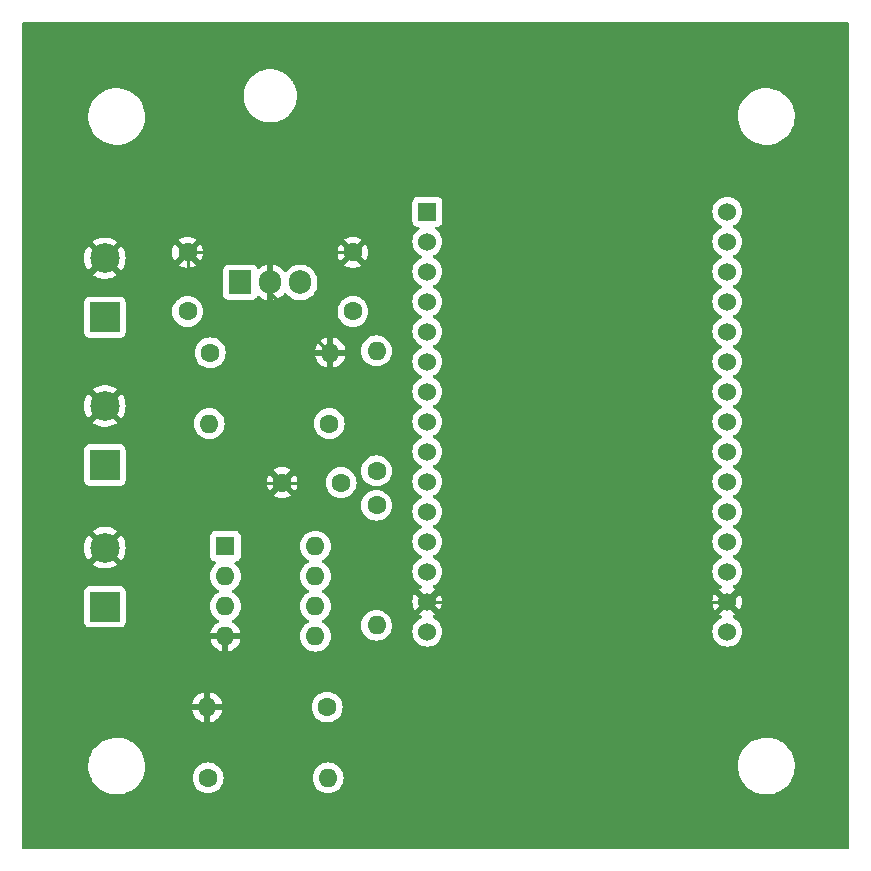
<source format=gbr>
%TF.GenerationSoftware,KiCad,Pcbnew,7.0.0*%
%TF.CreationDate,2023-02-24T19:45:49+01:00*%
%TF.ProjectId,afzuiging-pcb,61667a75-6967-4696-9e67-2d7063622e6b,0*%
%TF.SameCoordinates,Original*%
%TF.FileFunction,Copper,L2,Bot*%
%TF.FilePolarity,Positive*%
%FSLAX46Y46*%
G04 Gerber Fmt 4.6, Leading zero omitted, Abs format (unit mm)*
G04 Created by KiCad (PCBNEW 7.0.0) date 2023-02-24 19:45:49*
%MOMM*%
%LPD*%
G01*
G04 APERTURE LIST*
%TA.AperFunction,ComponentPad*%
%ADD10C,1.600000*%
%TD*%
%TA.AperFunction,ComponentPad*%
%ADD11O,1.600000X1.600000*%
%TD*%
%TA.AperFunction,ComponentPad*%
%ADD12C,2.500000*%
%TD*%
%TA.AperFunction,ComponentPad*%
%ADD13R,2.500000X2.500000*%
%TD*%
%TA.AperFunction,ComponentPad*%
%ADD14R,1.600000X1.600000*%
%TD*%
%TA.AperFunction,ComponentPad*%
%ADD15R,1.524000X1.524000*%
%TD*%
%TA.AperFunction,ComponentPad*%
%ADD16C,1.524000*%
%TD*%
%TA.AperFunction,ComponentPad*%
%ADD17R,1.905000X2.000000*%
%TD*%
%TA.AperFunction,ComponentPad*%
%ADD18O,1.905000X2.000000*%
%TD*%
%TA.AperFunction,Conductor*%
%ADD19C,0.250000*%
%TD*%
G04 APERTURE END LIST*
D10*
%TO.P,C1,1*%
%TO.N,+15V*%
X51000000Y-59000000D03*
%TO.P,C1,2*%
%TO.N,GND*%
X46000000Y-59000000D03*
%TD*%
%TO.P,R6,1*%
%TO.N,Net-(U2-IO26)*%
X54000000Y-60920000D03*
D11*
%TO.P,R6,2*%
%TO.N,Net-(U4B-+)*%
X53999999Y-71079999D03*
%TD*%
D12*
%TO.P,J1,2,Pin_2*%
%TO.N,GND*%
X31000000Y-40000000D03*
D13*
%TO.P,J1,1,Pin_1*%
%TO.N,+15V*%
X30999999Y-44999999D03*
%TD*%
D10*
%TO.P,R3,1*%
%TO.N,Net-(U2-IO25)*%
X54000000Y-58000000D03*
D11*
%TO.P,R3,2*%
%TO.N,Net-(U4A-+)*%
X53999999Y-47839999D03*
%TD*%
D13*
%TO.P,J3,1,Pin_1*%
%TO.N,Net-(J3-Pin_1)*%
X30999999Y-69499999D03*
D12*
%TO.P,J3,2,Pin_2*%
%TO.N,GND*%
X31000000Y-64500000D03*
%TD*%
D10*
%TO.P,R4,1*%
%TO.N,Net-(U4B--)*%
X49820000Y-78000000D03*
D11*
%TO.P,R4,2*%
%TO.N,GND*%
X39659999Y-77999999D03*
%TD*%
D10*
%TO.P,R1,1*%
%TO.N,Net-(U4A--)*%
X39920000Y-48000000D03*
D11*
%TO.P,R1,2*%
%TO.N,GND*%
X50079999Y-47999999D03*
%TD*%
D14*
%TO.P,U4,1*%
%TO.N,Net-(J2-Pin_1)*%
X41199999Y-64379999D03*
D11*
%TO.P,U4,2,-*%
%TO.N,Net-(U4A--)*%
X41199999Y-66919999D03*
%TO.P,U4,3,+*%
%TO.N,Net-(U4A-+)*%
X41199999Y-69459999D03*
%TO.P,U4,4,V-*%
%TO.N,GND*%
X41199999Y-71999999D03*
%TO.P,U4,5,+*%
%TO.N,Net-(U4B-+)*%
X48819999Y-71999999D03*
%TO.P,U4,6,-*%
%TO.N,Net-(U4B--)*%
X48819999Y-69459999D03*
%TO.P,U4,7*%
%TO.N,Net-(J3-Pin_1)*%
X48819999Y-66919999D03*
%TO.P,U4,8,V+*%
%TO.N,+15V*%
X48819999Y-64379999D03*
%TD*%
D10*
%TO.P,C2,1*%
%TO.N,+15V*%
X38000000Y-44500000D03*
%TO.P,C2,2*%
%TO.N,GND*%
X38000000Y-39500000D03*
%TD*%
D13*
%TO.P,J2,1,Pin_1*%
%TO.N,Net-(J2-Pin_1)*%
X30999999Y-57499999D03*
D12*
%TO.P,J2,2,Pin_2*%
%TO.N,GND*%
X31000000Y-52500000D03*
%TD*%
D15*
%TO.P,U2,1,EN*%
%TO.N,unconnected-(U2-EN-Pad1)*%
X58299999Y-36059999D03*
D16*
%TO.P,U2,2,SENSOR_VP*%
%TO.N,unconnected-(U2-SENSOR_VP-Pad2)*%
X58300000Y-38600000D03*
%TO.P,U2,3,SENSOR_VN*%
%TO.N,unconnected-(U2-SENSOR_VN-Pad3)*%
X58300000Y-41140000D03*
%TO.P,U2,4,IO34*%
%TO.N,unconnected-(U2-IO34-Pad4)*%
X58300000Y-43680000D03*
%TO.P,U2,5,IO35*%
%TO.N,unconnected-(U2-IO35-Pad5)*%
X58300000Y-46220000D03*
%TO.P,U2,6,IO32*%
%TO.N,unconnected-(U2-IO32-Pad6)*%
X58300000Y-48760000D03*
%TO.P,U2,7,IO33*%
%TO.N,unconnected-(U2-IO33-Pad7)*%
X58300000Y-51300000D03*
%TO.P,U2,8,IO25*%
%TO.N,Net-(U2-IO25)*%
X58300000Y-53840000D03*
%TO.P,U2,9,IO26*%
%TO.N,Net-(U2-IO26)*%
X58300000Y-56380000D03*
%TO.P,U2,10,IO27*%
%TO.N,unconnected-(U2-IO27-Pad10)*%
X58300000Y-58920000D03*
%TO.P,U2,11,IO14*%
%TO.N,unconnected-(U2-IO14-Pad11)*%
X58300000Y-61460000D03*
%TO.P,U2,12,IO12*%
%TO.N,unconnected-(U2-IO12-Pad12)*%
X58300000Y-64000000D03*
%TO.P,U2,13,IO13*%
%TO.N,unconnected-(U2-IO13-Pad13)*%
X58300000Y-66540000D03*
%TO.P,U2,14,GND*%
%TO.N,GND*%
X58300000Y-69080000D03*
%TO.P,U2,15,VIN*%
%TO.N,+5V*%
X58300000Y-71620000D03*
%TO.P,U2,16,3V3*%
%TO.N,unconnected-(U2-3V3-Pad16)*%
X83700000Y-71620000D03*
%TO.P,U2,17,GND*%
%TO.N,GND*%
X83700000Y-69080000D03*
%TO.P,U2,18,IO15*%
%TO.N,unconnected-(U2-IO15-Pad18)*%
X83700000Y-66540000D03*
%TO.P,U2,19,IO2*%
%TO.N,unconnected-(U2-IO2-Pad19)*%
X83700000Y-64000000D03*
%TO.P,U2,20,IO4*%
%TO.N,unconnected-(U2-IO4-Pad20)*%
X83700000Y-61460000D03*
%TO.P,U2,21,IO16*%
%TO.N,unconnected-(U2-IO16-Pad21)*%
X83700000Y-58920000D03*
%TO.P,U2,22,IO17*%
%TO.N,unconnected-(U2-IO17-Pad22)*%
X83700000Y-56380000D03*
%TO.P,U2,23,IO5*%
%TO.N,unconnected-(U2-IO5-Pad23)*%
X83700000Y-53840000D03*
%TO.P,U2,24,IO18*%
%TO.N,unconnected-(U2-IO18-Pad24)*%
X83700000Y-51300000D03*
%TO.P,U2,25,IO19*%
%TO.N,unconnected-(U2-IO19-Pad25)*%
X83700000Y-48760000D03*
%TO.P,U2,26,IO21*%
%TO.N,unconnected-(U2-IO21-Pad26)*%
X83700000Y-46220000D03*
%TO.P,U2,27,RXD0/IO3*%
%TO.N,unconnected-(U2-RXD0{slash}IO3-Pad27)*%
X83700000Y-43680000D03*
%TO.P,U2,28,TXD0/IO1*%
%TO.N,unconnected-(U2-TXD0{slash}IO1-Pad28)*%
X83700000Y-41140000D03*
%TO.P,U2,29,IO22*%
%TO.N,unconnected-(U2-IO22-Pad29)*%
X83700000Y-38600000D03*
%TO.P,U2,30,IO23*%
%TO.N,unconnected-(U2-IO23-Pad30)*%
X83700000Y-36060000D03*
%TD*%
D10*
%TO.P,R2,1*%
%TO.N,Net-(J2-Pin_1)*%
X50000000Y-54000000D03*
D11*
%TO.P,R2,2*%
%TO.N,Net-(U4A--)*%
X39839999Y-53999999D03*
%TD*%
D10*
%TO.P,C3,2*%
%TO.N,GND*%
X52000000Y-39500000D03*
%TO.P,C3,1*%
%TO.N,+5V*%
X52000000Y-44500000D03*
%TD*%
D17*
%TO.P,U3,1,IN*%
%TO.N,+15V*%
X42459999Y-42049999D03*
D18*
%TO.P,U3,2,GND*%
%TO.N,GND*%
X44999999Y-42049999D03*
%TO.P,U3,3,OUT*%
%TO.N,+5V*%
X47539999Y-42049999D03*
%TD*%
D10*
%TO.P,R5,1*%
%TO.N,Net-(J3-Pin_1)*%
X39740000Y-84000000D03*
D11*
%TO.P,R5,2*%
%TO.N,Net-(U4B--)*%
X49899999Y-83999999D03*
%TD*%
D19*
%TO.N,GND*%
X50080000Y-48000000D02*
X45000000Y-42920000D01*
X45000000Y-42920000D02*
X45000000Y-42050000D01*
X45500000Y-39500000D02*
X45000000Y-40000000D01*
X52000000Y-39500000D02*
X45500000Y-39500000D01*
X44500000Y-39500000D02*
X45000000Y-40000000D01*
X38000000Y-39500000D02*
X44500000Y-39500000D01*
X45000000Y-40000000D02*
X45000000Y-42050000D01*
X35000000Y-44000000D02*
X38000000Y-41000000D01*
X38000000Y-41000000D02*
X38000000Y-39500000D01*
X31000000Y-52500000D02*
X35000000Y-48500000D01*
X35000000Y-48500000D02*
X35000000Y-44000000D01*
X35000000Y-44000000D02*
X31000000Y-40000000D01*
X58300000Y-69080000D02*
X83700000Y-69080000D01*
X46000000Y-59000000D02*
X48220000Y-59000000D01*
X48220000Y-59000000D02*
X58300000Y-69080000D01*
X35000000Y-60500000D02*
X36500000Y-59000000D01*
X36500000Y-59000000D02*
X46000000Y-59000000D01*
X31000000Y-64500000D02*
X35000000Y-60500000D01*
X35000000Y-60500000D02*
X35000000Y-56500000D01*
X35000000Y-56500000D02*
X31000000Y-52500000D01*
X31000000Y-64500000D02*
X38500000Y-72000000D01*
X38500000Y-72000000D02*
X40000000Y-72000000D01*
X41200000Y-72000000D02*
X40000000Y-72000000D01*
X39660000Y-72340000D02*
X39660000Y-78000000D01*
X40000000Y-72000000D02*
X39660000Y-72340000D01*
%TD*%
%TA.AperFunction,Conductor*%
%TO.N,GND*%
G36*
X93937500Y-20017113D02*
G01*
X93982887Y-20062500D01*
X93999500Y-20124500D01*
X93999500Y-89875500D01*
X93982887Y-89937500D01*
X93937500Y-89982887D01*
X93875500Y-89999500D01*
X24124500Y-89999500D01*
X24062500Y-89982887D01*
X24017113Y-89937500D01*
X24000500Y-89875500D01*
X24000500Y-82922902D01*
X29595794Y-82922902D01*
X29595921Y-82926868D01*
X29595921Y-82926874D01*
X29603567Y-83165296D01*
X29605673Y-83230978D01*
X29654867Y-83535261D01*
X29661834Y-83558736D01*
X29725518Y-83773308D01*
X29742569Y-83830756D01*
X29744178Y-83834391D01*
X29744180Y-83834396D01*
X29865725Y-84108969D01*
X29865729Y-84108977D01*
X29867337Y-84112609D01*
X29869393Y-84116002D01*
X29869397Y-84116008D01*
X29948783Y-84246963D01*
X30027123Y-84376193D01*
X30219304Y-84617181D01*
X30440724Y-84831614D01*
X30443905Y-84833988D01*
X30566088Y-84925176D01*
X30687747Y-85015972D01*
X30691213Y-85017924D01*
X30895288Y-85132857D01*
X30956318Y-85167228D01*
X30960002Y-85168719D01*
X30960001Y-85168719D01*
X31238339Y-85281407D01*
X31238343Y-85281408D01*
X31242025Y-85282899D01*
X31540179Y-85361084D01*
X31845883Y-85400500D01*
X32074990Y-85400500D01*
X32076974Y-85400500D01*
X32307601Y-85385693D01*
X32610151Y-85326772D01*
X32902683Y-85229644D01*
X33180393Y-85095907D01*
X33438720Y-84927754D01*
X33673424Y-84727948D01*
X33880650Y-84499769D01*
X34056996Y-84246963D01*
X34185837Y-84000000D01*
X38434532Y-84000000D01*
X38435004Y-84005395D01*
X38444065Y-84108969D01*
X38454365Y-84226692D01*
X38455762Y-84231907D01*
X38455764Y-84231916D01*
X38511858Y-84441263D01*
X38511861Y-84441271D01*
X38513261Y-84446496D01*
X38609432Y-84652734D01*
X38739953Y-84839139D01*
X38900861Y-85000047D01*
X39087266Y-85130568D01*
X39293504Y-85226739D01*
X39298734Y-85228140D01*
X39298736Y-85228141D01*
X39309022Y-85230897D01*
X39513308Y-85285635D01*
X39740000Y-85305468D01*
X39966692Y-85285635D01*
X40186496Y-85226739D01*
X40392734Y-85130568D01*
X40579139Y-85000047D01*
X40740047Y-84839139D01*
X40870568Y-84652734D01*
X40966739Y-84446496D01*
X41025635Y-84226692D01*
X41045468Y-84000000D01*
X48594532Y-84000000D01*
X48595004Y-84005395D01*
X48604065Y-84108969D01*
X48614365Y-84226692D01*
X48615762Y-84231907D01*
X48615764Y-84231916D01*
X48671858Y-84441263D01*
X48671861Y-84441271D01*
X48673261Y-84446496D01*
X48769432Y-84652734D01*
X48899953Y-84839139D01*
X49060861Y-85000047D01*
X49247266Y-85130568D01*
X49453504Y-85226739D01*
X49458734Y-85228140D01*
X49458736Y-85228141D01*
X49469022Y-85230897D01*
X49673308Y-85285635D01*
X49900000Y-85305468D01*
X50126692Y-85285635D01*
X50346496Y-85226739D01*
X50552734Y-85130568D01*
X50739139Y-85000047D01*
X50900047Y-84839139D01*
X51030568Y-84652734D01*
X51126739Y-84446496D01*
X51185635Y-84226692D01*
X51205468Y-84000000D01*
X51185635Y-83773308D01*
X51126739Y-83553504D01*
X51030568Y-83347266D01*
X50900047Y-83160861D01*
X50739139Y-82999953D01*
X50677224Y-82956600D01*
X50629098Y-82922902D01*
X84595794Y-82922902D01*
X84595921Y-82926868D01*
X84595921Y-82926874D01*
X84603567Y-83165296D01*
X84605673Y-83230978D01*
X84654867Y-83535261D01*
X84661834Y-83558736D01*
X84725518Y-83773308D01*
X84742569Y-83830756D01*
X84744178Y-83834391D01*
X84744180Y-83834396D01*
X84865725Y-84108969D01*
X84865729Y-84108977D01*
X84867337Y-84112609D01*
X84869393Y-84116002D01*
X84869397Y-84116008D01*
X84948783Y-84246963D01*
X85027123Y-84376193D01*
X85219304Y-84617181D01*
X85440724Y-84831614D01*
X85443905Y-84833988D01*
X85566088Y-84925176D01*
X85687747Y-85015972D01*
X85691213Y-85017924D01*
X85895288Y-85132857D01*
X85956318Y-85167228D01*
X85960002Y-85168719D01*
X85960001Y-85168719D01*
X86238339Y-85281407D01*
X86238343Y-85281408D01*
X86242025Y-85282899D01*
X86540179Y-85361084D01*
X86845883Y-85400500D01*
X87074990Y-85400500D01*
X87076974Y-85400500D01*
X87307601Y-85385693D01*
X87610151Y-85326772D01*
X87902683Y-85229644D01*
X88180393Y-85095907D01*
X88438720Y-84927754D01*
X88673424Y-84727948D01*
X88880650Y-84499769D01*
X89056996Y-84246963D01*
X89199567Y-83973683D01*
X89306020Y-83684415D01*
X89374609Y-83383908D01*
X89404206Y-83077098D01*
X89394327Y-82769022D01*
X89345133Y-82464739D01*
X89257431Y-82169244D01*
X89132663Y-81887391D01*
X88972877Y-81623807D01*
X88780696Y-81382819D01*
X88559276Y-81168386D01*
X88556094Y-81166011D01*
X88315444Y-80986409D01*
X88315438Y-80986405D01*
X88312253Y-80984028D01*
X88308790Y-80982078D01*
X88308786Y-80982075D01*
X88047142Y-80834720D01*
X88047134Y-80834716D01*
X88043682Y-80832772D01*
X88040004Y-80831283D01*
X88039998Y-80831280D01*
X87761660Y-80718592D01*
X87761647Y-80718587D01*
X87757975Y-80717101D01*
X87754135Y-80716094D01*
X87754129Y-80716092D01*
X87463664Y-80639923D01*
X87463652Y-80639920D01*
X87459821Y-80638916D01*
X87455884Y-80638408D01*
X87455877Y-80638407D01*
X87158055Y-80600007D01*
X87158043Y-80600006D01*
X87154117Y-80599500D01*
X86923026Y-80599500D01*
X86921053Y-80599626D01*
X86921042Y-80599627D01*
X86696376Y-80614051D01*
X86696365Y-80614052D01*
X86692399Y-80614307D01*
X86688488Y-80615068D01*
X86688485Y-80615069D01*
X86393758Y-80672466D01*
X86393747Y-80672468D01*
X86389849Y-80673228D01*
X86386079Y-80674479D01*
X86386074Y-80674481D01*
X86101093Y-80769102D01*
X86101089Y-80769103D01*
X86097317Y-80770356D01*
X86093737Y-80772079D01*
X86093727Y-80772084D01*
X85823200Y-80902362D01*
X85823191Y-80902366D01*
X85819607Y-80904093D01*
X85816278Y-80906259D01*
X85816269Y-80906265D01*
X85564606Y-81070080D01*
X85564595Y-81070087D01*
X85561280Y-81072246D01*
X85558259Y-81074817D01*
X85558252Y-81074823D01*
X85329609Y-81269469D01*
X85329600Y-81269477D01*
X85326576Y-81272052D01*
X85323910Y-81274986D01*
X85323896Y-81275001D01*
X85122030Y-81497279D01*
X85122023Y-81497287D01*
X85119350Y-81500231D01*
X85117074Y-81503493D01*
X85117069Y-81503500D01*
X84945280Y-81749773D01*
X84945274Y-81749781D01*
X84943004Y-81753037D01*
X84941171Y-81756550D01*
X84941164Y-81756562D01*
X84802272Y-82022791D01*
X84802269Y-82022797D01*
X84800433Y-82026317D01*
X84799064Y-82030035D01*
X84799059Y-82030048D01*
X84695352Y-82311856D01*
X84693980Y-82315585D01*
X84693098Y-82319449D01*
X84693096Y-82319456D01*
X84626277Y-82612209D01*
X84625391Y-82616092D01*
X84625009Y-82620044D01*
X84625008Y-82620055D01*
X84601173Y-82867142D01*
X84595794Y-82922902D01*
X50629098Y-82922902D01*
X50557173Y-82872540D01*
X50557171Y-82872539D01*
X50552734Y-82869432D01*
X50346496Y-82773261D01*
X50341271Y-82771861D01*
X50341263Y-82771858D01*
X50131916Y-82715764D01*
X50131907Y-82715762D01*
X50126692Y-82714365D01*
X50121304Y-82713893D01*
X50121301Y-82713893D01*
X49905395Y-82695004D01*
X49900000Y-82694532D01*
X49894605Y-82695004D01*
X49678698Y-82713893D01*
X49678693Y-82713893D01*
X49673308Y-82714365D01*
X49668094Y-82715762D01*
X49668083Y-82715764D01*
X49458736Y-82771858D01*
X49458724Y-82771862D01*
X49453504Y-82773261D01*
X49448599Y-82775547D01*
X49448594Y-82775550D01*
X49252176Y-82867142D01*
X49252172Y-82867144D01*
X49247266Y-82869432D01*
X49242833Y-82872535D01*
X49242826Y-82872540D01*
X49065296Y-82996847D01*
X49065291Y-82996850D01*
X49060861Y-82999953D01*
X49057037Y-83003776D01*
X49057031Y-83003782D01*
X48903782Y-83157031D01*
X48903776Y-83157037D01*
X48899953Y-83160861D01*
X48896850Y-83165291D01*
X48896847Y-83165296D01*
X48772540Y-83342826D01*
X48772535Y-83342833D01*
X48769432Y-83347266D01*
X48767144Y-83352172D01*
X48767142Y-83352176D01*
X48675550Y-83548594D01*
X48675547Y-83548599D01*
X48673261Y-83553504D01*
X48671862Y-83558724D01*
X48671858Y-83558736D01*
X48615764Y-83768083D01*
X48615762Y-83768094D01*
X48614365Y-83773308D01*
X48613893Y-83778693D01*
X48613893Y-83778698D01*
X48609339Y-83830756D01*
X48594532Y-84000000D01*
X41045468Y-84000000D01*
X41025635Y-83773308D01*
X40966739Y-83553504D01*
X40870568Y-83347266D01*
X40740047Y-83160861D01*
X40579139Y-82999953D01*
X40517224Y-82956600D01*
X40397173Y-82872540D01*
X40397171Y-82872539D01*
X40392734Y-82869432D01*
X40186496Y-82773261D01*
X40181271Y-82771861D01*
X40181263Y-82771858D01*
X39971916Y-82715764D01*
X39971907Y-82715762D01*
X39966692Y-82714365D01*
X39961304Y-82713893D01*
X39961301Y-82713893D01*
X39745395Y-82695004D01*
X39740000Y-82694532D01*
X39734605Y-82695004D01*
X39518698Y-82713893D01*
X39518693Y-82713893D01*
X39513308Y-82714365D01*
X39508094Y-82715762D01*
X39508083Y-82715764D01*
X39298736Y-82771858D01*
X39298724Y-82771862D01*
X39293504Y-82773261D01*
X39288599Y-82775547D01*
X39288594Y-82775550D01*
X39092176Y-82867142D01*
X39092172Y-82867144D01*
X39087266Y-82869432D01*
X39082833Y-82872535D01*
X39082826Y-82872540D01*
X38905296Y-82996847D01*
X38905291Y-82996850D01*
X38900861Y-82999953D01*
X38897037Y-83003776D01*
X38897031Y-83003782D01*
X38743782Y-83157031D01*
X38743776Y-83157037D01*
X38739953Y-83160861D01*
X38736850Y-83165291D01*
X38736847Y-83165296D01*
X38612540Y-83342826D01*
X38612535Y-83342833D01*
X38609432Y-83347266D01*
X38607144Y-83352172D01*
X38607142Y-83352176D01*
X38515550Y-83548594D01*
X38515547Y-83548599D01*
X38513261Y-83553504D01*
X38511862Y-83558724D01*
X38511858Y-83558736D01*
X38455764Y-83768083D01*
X38455762Y-83768094D01*
X38454365Y-83773308D01*
X38453893Y-83778693D01*
X38453893Y-83778698D01*
X38449339Y-83830756D01*
X38434532Y-84000000D01*
X34185837Y-84000000D01*
X34199567Y-83973683D01*
X34306020Y-83684415D01*
X34374609Y-83383908D01*
X34404206Y-83077098D01*
X34394327Y-82769022D01*
X34345133Y-82464739D01*
X34257431Y-82169244D01*
X34132663Y-81887391D01*
X33972877Y-81623807D01*
X33780696Y-81382819D01*
X33559276Y-81168386D01*
X33556094Y-81166011D01*
X33315444Y-80986409D01*
X33315438Y-80986405D01*
X33312253Y-80984028D01*
X33308790Y-80982078D01*
X33308786Y-80982075D01*
X33047142Y-80834720D01*
X33047134Y-80834716D01*
X33043682Y-80832772D01*
X33040004Y-80831283D01*
X33039998Y-80831280D01*
X32761660Y-80718592D01*
X32761647Y-80718587D01*
X32757975Y-80717101D01*
X32754135Y-80716094D01*
X32754129Y-80716092D01*
X32463664Y-80639923D01*
X32463652Y-80639920D01*
X32459821Y-80638916D01*
X32455884Y-80638408D01*
X32455877Y-80638407D01*
X32158055Y-80600007D01*
X32158043Y-80600006D01*
X32154117Y-80599500D01*
X31923026Y-80599500D01*
X31921053Y-80599626D01*
X31921042Y-80599627D01*
X31696376Y-80614051D01*
X31696365Y-80614052D01*
X31692399Y-80614307D01*
X31688488Y-80615068D01*
X31688485Y-80615069D01*
X31393758Y-80672466D01*
X31393747Y-80672468D01*
X31389849Y-80673228D01*
X31386079Y-80674479D01*
X31386074Y-80674481D01*
X31101093Y-80769102D01*
X31101089Y-80769103D01*
X31097317Y-80770356D01*
X31093737Y-80772079D01*
X31093727Y-80772084D01*
X30823200Y-80902362D01*
X30823191Y-80902366D01*
X30819607Y-80904093D01*
X30816278Y-80906259D01*
X30816269Y-80906265D01*
X30564606Y-81070080D01*
X30564595Y-81070087D01*
X30561280Y-81072246D01*
X30558259Y-81074817D01*
X30558252Y-81074823D01*
X30329609Y-81269469D01*
X30329600Y-81269477D01*
X30326576Y-81272052D01*
X30323910Y-81274986D01*
X30323896Y-81275001D01*
X30122030Y-81497279D01*
X30122023Y-81497287D01*
X30119350Y-81500231D01*
X30117074Y-81503493D01*
X30117069Y-81503500D01*
X29945280Y-81749773D01*
X29945274Y-81749781D01*
X29943004Y-81753037D01*
X29941171Y-81756550D01*
X29941164Y-81756562D01*
X29802272Y-82022791D01*
X29802269Y-82022797D01*
X29800433Y-82026317D01*
X29799064Y-82030035D01*
X29799059Y-82030048D01*
X29695352Y-82311856D01*
X29693980Y-82315585D01*
X29693098Y-82319449D01*
X29693096Y-82319456D01*
X29626277Y-82612209D01*
X29625391Y-82616092D01*
X29625009Y-82620044D01*
X29625008Y-82620055D01*
X29601173Y-82867142D01*
X29595794Y-82922902D01*
X24000500Y-82922902D01*
X24000500Y-78252551D01*
X38384452Y-78252551D01*
X38384820Y-78263780D01*
X38432330Y-78441092D01*
X38436022Y-78451234D01*
X38527579Y-78647580D01*
X38532967Y-78656912D01*
X38657232Y-78834381D01*
X38664169Y-78842647D01*
X38817352Y-78995830D01*
X38825618Y-79002767D01*
X39003087Y-79127032D01*
X39012419Y-79132420D01*
X39208765Y-79223977D01*
X39218907Y-79227669D01*
X39396219Y-79275179D01*
X39407448Y-79275547D01*
X39410000Y-79264605D01*
X39910000Y-79264605D01*
X39912551Y-79275547D01*
X39923780Y-79275179D01*
X40101092Y-79227669D01*
X40111234Y-79223977D01*
X40307580Y-79132420D01*
X40316912Y-79127032D01*
X40494381Y-79002767D01*
X40502647Y-78995830D01*
X40655830Y-78842647D01*
X40662767Y-78834381D01*
X40787032Y-78656912D01*
X40792420Y-78647580D01*
X40883977Y-78451234D01*
X40887669Y-78441092D01*
X40935179Y-78263780D01*
X40935547Y-78252551D01*
X40924605Y-78250000D01*
X39926326Y-78250000D01*
X39913450Y-78253450D01*
X39910000Y-78266326D01*
X39910000Y-79264605D01*
X39410000Y-79264605D01*
X39410000Y-78266326D01*
X39406549Y-78253450D01*
X39393674Y-78250000D01*
X38395395Y-78250000D01*
X38384452Y-78252551D01*
X24000500Y-78252551D01*
X24000500Y-78000000D01*
X48514532Y-78000000D01*
X48534365Y-78226692D01*
X48535762Y-78231907D01*
X48535764Y-78231916D01*
X48591858Y-78441263D01*
X48591861Y-78441271D01*
X48593261Y-78446496D01*
X48689432Y-78652734D01*
X48819953Y-78839139D01*
X48980861Y-79000047D01*
X49167266Y-79130568D01*
X49373504Y-79226739D01*
X49378734Y-79228140D01*
X49378736Y-79228141D01*
X49554285Y-79275179D01*
X49593308Y-79285635D01*
X49820000Y-79305468D01*
X50046692Y-79285635D01*
X50266496Y-79226739D01*
X50472734Y-79130568D01*
X50659139Y-79000047D01*
X50820047Y-78839139D01*
X50950568Y-78652734D01*
X51046739Y-78446496D01*
X51105635Y-78226692D01*
X51125468Y-78000000D01*
X51105635Y-77773308D01*
X51046739Y-77553504D01*
X50950568Y-77347266D01*
X50820047Y-77160861D01*
X50659139Y-76999953D01*
X50472734Y-76869432D01*
X50266496Y-76773261D01*
X50261271Y-76771861D01*
X50261263Y-76771858D01*
X50051916Y-76715764D01*
X50051907Y-76715762D01*
X50046692Y-76714365D01*
X50041304Y-76713893D01*
X50041301Y-76713893D01*
X49825395Y-76695004D01*
X49820000Y-76694532D01*
X49814605Y-76695004D01*
X49598698Y-76713893D01*
X49598693Y-76713893D01*
X49593308Y-76714365D01*
X49588094Y-76715762D01*
X49588083Y-76715764D01*
X49378736Y-76771858D01*
X49378724Y-76771862D01*
X49373504Y-76773261D01*
X49368599Y-76775547D01*
X49368594Y-76775550D01*
X49172176Y-76867142D01*
X49172172Y-76867144D01*
X49167266Y-76869432D01*
X49162833Y-76872535D01*
X49162826Y-76872540D01*
X48985296Y-76996847D01*
X48985291Y-76996850D01*
X48980861Y-76999953D01*
X48977037Y-77003776D01*
X48977031Y-77003782D01*
X48823782Y-77157031D01*
X48823776Y-77157037D01*
X48819953Y-77160861D01*
X48816850Y-77165291D01*
X48816847Y-77165296D01*
X48692540Y-77342826D01*
X48692535Y-77342833D01*
X48689432Y-77347266D01*
X48687144Y-77352172D01*
X48687142Y-77352176D01*
X48595550Y-77548594D01*
X48595547Y-77548599D01*
X48593261Y-77553504D01*
X48591862Y-77558724D01*
X48591858Y-77558736D01*
X48535764Y-77768083D01*
X48535762Y-77768094D01*
X48534365Y-77773308D01*
X48514532Y-78000000D01*
X24000500Y-78000000D01*
X24000500Y-77747448D01*
X38384452Y-77747448D01*
X38395395Y-77750000D01*
X39393674Y-77750000D01*
X39406549Y-77746549D01*
X39410000Y-77733674D01*
X39910000Y-77733674D01*
X39913450Y-77746549D01*
X39926326Y-77750000D01*
X40924605Y-77750000D01*
X40935547Y-77747448D01*
X40935179Y-77736219D01*
X40887669Y-77558907D01*
X40883977Y-77548765D01*
X40792420Y-77352419D01*
X40787032Y-77343087D01*
X40662767Y-77165618D01*
X40655830Y-77157352D01*
X40502647Y-77004169D01*
X40494381Y-76997232D01*
X40316912Y-76872967D01*
X40307580Y-76867579D01*
X40111234Y-76776022D01*
X40101092Y-76772330D01*
X39923780Y-76724820D01*
X39912551Y-76724452D01*
X39910000Y-76735395D01*
X39910000Y-77733674D01*
X39410000Y-77733674D01*
X39410000Y-76735395D01*
X39407448Y-76724452D01*
X39396219Y-76724820D01*
X39218907Y-76772330D01*
X39208765Y-76776022D01*
X39012419Y-76867579D01*
X39003087Y-76872967D01*
X38825618Y-76997232D01*
X38817352Y-77004169D01*
X38664169Y-77157352D01*
X38657232Y-77165618D01*
X38532967Y-77343087D01*
X38527579Y-77352419D01*
X38436022Y-77548765D01*
X38432330Y-77558907D01*
X38384820Y-77736219D01*
X38384452Y-77747448D01*
X24000500Y-77747448D01*
X24000500Y-72252551D01*
X39924452Y-72252551D01*
X39924820Y-72263780D01*
X39972330Y-72441092D01*
X39976022Y-72451234D01*
X40067579Y-72647580D01*
X40072967Y-72656912D01*
X40197232Y-72834381D01*
X40204169Y-72842647D01*
X40357352Y-72995830D01*
X40365618Y-73002767D01*
X40543087Y-73127032D01*
X40552419Y-73132420D01*
X40748765Y-73223977D01*
X40758907Y-73227669D01*
X40936219Y-73275179D01*
X40947448Y-73275547D01*
X40950000Y-73264605D01*
X41450000Y-73264605D01*
X41452551Y-73275547D01*
X41463780Y-73275179D01*
X41641092Y-73227669D01*
X41651234Y-73223977D01*
X41847580Y-73132420D01*
X41856912Y-73127032D01*
X42034381Y-73002767D01*
X42042647Y-72995830D01*
X42195830Y-72842647D01*
X42202767Y-72834381D01*
X42327032Y-72656912D01*
X42332420Y-72647580D01*
X42423977Y-72451234D01*
X42427669Y-72441092D01*
X42475179Y-72263780D01*
X42475547Y-72252551D01*
X42464605Y-72250000D01*
X41466326Y-72250000D01*
X41453450Y-72253450D01*
X41450000Y-72266326D01*
X41450000Y-73264605D01*
X40950000Y-73264605D01*
X40950000Y-72266326D01*
X40946549Y-72253450D01*
X40933674Y-72250000D01*
X39935395Y-72250000D01*
X39924452Y-72252551D01*
X24000500Y-72252551D01*
X24000500Y-72000000D01*
X47514532Y-72000000D01*
X47515004Y-72005395D01*
X47533154Y-72212857D01*
X47534365Y-72226692D01*
X47535762Y-72231907D01*
X47535764Y-72231916D01*
X47591858Y-72441263D01*
X47591861Y-72441271D01*
X47593261Y-72446496D01*
X47689432Y-72652734D01*
X47819953Y-72839139D01*
X47980861Y-73000047D01*
X48167266Y-73130568D01*
X48373504Y-73226739D01*
X48378734Y-73228140D01*
X48378736Y-73228141D01*
X48554285Y-73275179D01*
X48593308Y-73285635D01*
X48820000Y-73305468D01*
X49046692Y-73285635D01*
X49266496Y-73226739D01*
X49472734Y-73130568D01*
X49659139Y-73000047D01*
X49820047Y-72839139D01*
X49950568Y-72652734D01*
X50046739Y-72446496D01*
X50105635Y-72226692D01*
X50125468Y-72000000D01*
X50105635Y-71773308D01*
X50066002Y-71625395D01*
X50048141Y-71558736D01*
X50048140Y-71558734D01*
X50046739Y-71553504D01*
X49950568Y-71347266D01*
X49820047Y-71160861D01*
X49739186Y-71080000D01*
X52694532Y-71080000D01*
X52695004Y-71085395D01*
X52709448Y-71250499D01*
X52714365Y-71306692D01*
X52715762Y-71311907D01*
X52715764Y-71311916D01*
X52771858Y-71521263D01*
X52771861Y-71521271D01*
X52773261Y-71526496D01*
X52775549Y-71531403D01*
X52775550Y-71531405D01*
X52783645Y-71548765D01*
X52869432Y-71732734D01*
X52999953Y-71919139D01*
X53160861Y-72080047D01*
X53347266Y-72210568D01*
X53553504Y-72306739D01*
X53773308Y-72365635D01*
X54000000Y-72385468D01*
X54226692Y-72365635D01*
X54446496Y-72306739D01*
X54652734Y-72210568D01*
X54839139Y-72080047D01*
X55000047Y-71919139D01*
X55130568Y-71732734D01*
X55183137Y-71620000D01*
X57032677Y-71620000D01*
X57033149Y-71625395D01*
X57051457Y-71834669D01*
X57051458Y-71834676D01*
X57051930Y-71840068D01*
X57053329Y-71845289D01*
X57053331Y-71845300D01*
X57107706Y-72048228D01*
X57107708Y-72048235D01*
X57109106Y-72053450D01*
X57121508Y-72080047D01*
X57192325Y-72231916D01*
X57202466Y-72253662D01*
X57205566Y-72258090D01*
X57205570Y-72258096D01*
X57279890Y-72364235D01*
X57329174Y-72434620D01*
X57485380Y-72590826D01*
X57566433Y-72647580D01*
X57661903Y-72714429D01*
X57661906Y-72714430D01*
X57666338Y-72717534D01*
X57866550Y-72810894D01*
X57871770Y-72812292D01*
X57871771Y-72812293D01*
X58074699Y-72866668D01*
X58074701Y-72866668D01*
X58079932Y-72868070D01*
X58300000Y-72887323D01*
X58520068Y-72868070D01*
X58733450Y-72810894D01*
X58933662Y-72717534D01*
X59114620Y-72590826D01*
X59270826Y-72434620D01*
X59397534Y-72253662D01*
X59490894Y-72053450D01*
X59548070Y-71840068D01*
X59567323Y-71620000D01*
X82432677Y-71620000D01*
X82433149Y-71625395D01*
X82451457Y-71834669D01*
X82451458Y-71834676D01*
X82451930Y-71840068D01*
X82453329Y-71845289D01*
X82453331Y-71845300D01*
X82507706Y-72048228D01*
X82507708Y-72048235D01*
X82509106Y-72053450D01*
X82521508Y-72080047D01*
X82592325Y-72231916D01*
X82602466Y-72253662D01*
X82605566Y-72258090D01*
X82605570Y-72258096D01*
X82679890Y-72364235D01*
X82729174Y-72434620D01*
X82885380Y-72590826D01*
X82966433Y-72647580D01*
X83061903Y-72714429D01*
X83061906Y-72714430D01*
X83066338Y-72717534D01*
X83266550Y-72810894D01*
X83271770Y-72812292D01*
X83271771Y-72812293D01*
X83474699Y-72866668D01*
X83474701Y-72866668D01*
X83479932Y-72868070D01*
X83700000Y-72887323D01*
X83920068Y-72868070D01*
X84133450Y-72810894D01*
X84333662Y-72717534D01*
X84514620Y-72590826D01*
X84670826Y-72434620D01*
X84797534Y-72253662D01*
X84890894Y-72053450D01*
X84948070Y-71840068D01*
X84967323Y-71620000D01*
X84948070Y-71399932D01*
X84890894Y-71186550D01*
X84797534Y-70986339D01*
X84670826Y-70805380D01*
X84514620Y-70649174D01*
X84469553Y-70617618D01*
X84338096Y-70525570D01*
X84338090Y-70525566D01*
X84333662Y-70522466D01*
X84328760Y-70520180D01*
X84328758Y-70520179D01*
X84204217Y-70462105D01*
X84152041Y-70416348D01*
X84132622Y-70349722D01*
X84152042Y-70283097D01*
X84204219Y-70237340D01*
X84328499Y-70179388D01*
X84337851Y-70173989D01*
X84387064Y-70139528D01*
X84394496Y-70131419D01*
X84388582Y-70122136D01*
X83711542Y-69445095D01*
X83700000Y-69438431D01*
X83688457Y-69445095D01*
X83011416Y-70122136D01*
X83005503Y-70131418D01*
X83012936Y-70139530D01*
X83062151Y-70173991D01*
X83071499Y-70179388D01*
X83195780Y-70237341D01*
X83247956Y-70283097D01*
X83267376Y-70349722D01*
X83247957Y-70416347D01*
X83195782Y-70462105D01*
X83071245Y-70520178D01*
X83071242Y-70520179D01*
X83066339Y-70522466D01*
X83061906Y-70525569D01*
X83061899Y-70525574D01*
X82889815Y-70646068D01*
X82889810Y-70646071D01*
X82885380Y-70649174D01*
X82881556Y-70652997D01*
X82881550Y-70653003D01*
X82733003Y-70801550D01*
X82732997Y-70801556D01*
X82729174Y-70805380D01*
X82726071Y-70809810D01*
X82726068Y-70809815D01*
X82605574Y-70981899D01*
X82605569Y-70981906D01*
X82602466Y-70986339D01*
X82600178Y-70991245D01*
X82600176Y-70991249D01*
X82511393Y-71181643D01*
X82511388Y-71181654D01*
X82509106Y-71186550D01*
X82507706Y-71191772D01*
X82507705Y-71191777D01*
X82453331Y-71394699D01*
X82453328Y-71394711D01*
X82451930Y-71399932D01*
X82451458Y-71405321D01*
X82451457Y-71405330D01*
X82438037Y-71558736D01*
X82432677Y-71620000D01*
X59567323Y-71620000D01*
X59548070Y-71399932D01*
X59490894Y-71186550D01*
X59397534Y-70986339D01*
X59270826Y-70805380D01*
X59114620Y-70649174D01*
X59069553Y-70617618D01*
X58938096Y-70525570D01*
X58938090Y-70525566D01*
X58933662Y-70522466D01*
X58928760Y-70520180D01*
X58928758Y-70520179D01*
X58804217Y-70462105D01*
X58752041Y-70416348D01*
X58732622Y-70349722D01*
X58752042Y-70283097D01*
X58804219Y-70237340D01*
X58928499Y-70179388D01*
X58937851Y-70173989D01*
X58987064Y-70139528D01*
X58994496Y-70131419D01*
X58988582Y-70122136D01*
X58311542Y-69445095D01*
X58300000Y-69438431D01*
X58288457Y-69445095D01*
X57611416Y-70122136D01*
X57605503Y-70131418D01*
X57612936Y-70139530D01*
X57662151Y-70173991D01*
X57671499Y-70179388D01*
X57795780Y-70237341D01*
X57847956Y-70283097D01*
X57867376Y-70349722D01*
X57847957Y-70416347D01*
X57795782Y-70462105D01*
X57671245Y-70520178D01*
X57671242Y-70520179D01*
X57666339Y-70522466D01*
X57661906Y-70525569D01*
X57661899Y-70525574D01*
X57489815Y-70646068D01*
X57489810Y-70646071D01*
X57485380Y-70649174D01*
X57481556Y-70652997D01*
X57481550Y-70653003D01*
X57333003Y-70801550D01*
X57332997Y-70801556D01*
X57329174Y-70805380D01*
X57326071Y-70809810D01*
X57326068Y-70809815D01*
X57205574Y-70981899D01*
X57205569Y-70981906D01*
X57202466Y-70986339D01*
X57200178Y-70991245D01*
X57200176Y-70991249D01*
X57111393Y-71181643D01*
X57111388Y-71181654D01*
X57109106Y-71186550D01*
X57107706Y-71191772D01*
X57107705Y-71191777D01*
X57053331Y-71394699D01*
X57053328Y-71394711D01*
X57051930Y-71399932D01*
X57051458Y-71405321D01*
X57051457Y-71405330D01*
X57038037Y-71558736D01*
X57032677Y-71620000D01*
X55183137Y-71620000D01*
X55226739Y-71526496D01*
X55285635Y-71306692D01*
X55305468Y-71080000D01*
X55285635Y-70853308D01*
X55264187Y-70773261D01*
X55228141Y-70638736D01*
X55228140Y-70638734D01*
X55226739Y-70633504D01*
X55130568Y-70427266D01*
X55000047Y-70240861D01*
X54839139Y-70079953D01*
X54652734Y-69949432D01*
X54446496Y-69853261D01*
X54441271Y-69851861D01*
X54441263Y-69851858D01*
X54231916Y-69795764D01*
X54231907Y-69795762D01*
X54226692Y-69794365D01*
X54221304Y-69793893D01*
X54221301Y-69793893D01*
X54005395Y-69775004D01*
X54000000Y-69774532D01*
X53994605Y-69775004D01*
X53778698Y-69793893D01*
X53778693Y-69793893D01*
X53773308Y-69794365D01*
X53768094Y-69795762D01*
X53768083Y-69795764D01*
X53558736Y-69851858D01*
X53558724Y-69851862D01*
X53553504Y-69853261D01*
X53548599Y-69855547D01*
X53548594Y-69855550D01*
X53352176Y-69947142D01*
X53352172Y-69947144D01*
X53347266Y-69949432D01*
X53342833Y-69952535D01*
X53342826Y-69952540D01*
X53165296Y-70076847D01*
X53165291Y-70076850D01*
X53160861Y-70079953D01*
X53157037Y-70083776D01*
X53157031Y-70083782D01*
X53003782Y-70237031D01*
X53003776Y-70237037D01*
X52999953Y-70240861D01*
X52996850Y-70245291D01*
X52996847Y-70245296D01*
X52872540Y-70422826D01*
X52872535Y-70422833D01*
X52869432Y-70427266D01*
X52867144Y-70432172D01*
X52867142Y-70432176D01*
X52775550Y-70628594D01*
X52775547Y-70628599D01*
X52773261Y-70633504D01*
X52771862Y-70638724D01*
X52771858Y-70638736D01*
X52715764Y-70848083D01*
X52715762Y-70848094D01*
X52714365Y-70853308D01*
X52713893Y-70858693D01*
X52713893Y-70858698D01*
X52713116Y-70867579D01*
X52694532Y-71080000D01*
X49739186Y-71080000D01*
X49659139Y-70999953D01*
X49472734Y-70869432D01*
X49414724Y-70842381D01*
X49362549Y-70796625D01*
X49343130Y-70730000D01*
X49362549Y-70663375D01*
X49414725Y-70617618D01*
X49472734Y-70590568D01*
X49659139Y-70460047D01*
X49820047Y-70299139D01*
X49950568Y-70112734D01*
X50046739Y-69906496D01*
X50105635Y-69686692D01*
X50125468Y-69460000D01*
X50105635Y-69233308D01*
X50066002Y-69085395D01*
X57033651Y-69085395D01*
X57051952Y-69294581D01*
X57053826Y-69305213D01*
X57108178Y-69508056D01*
X57111864Y-69518180D01*
X57200609Y-69708496D01*
X57206008Y-69717848D01*
X57240470Y-69767065D01*
X57248579Y-69774496D01*
X57257862Y-69768582D01*
X57934903Y-69091542D01*
X57941567Y-69080000D01*
X58658431Y-69080000D01*
X58665095Y-69091542D01*
X59342136Y-69768582D01*
X59351419Y-69774496D01*
X59359528Y-69767064D01*
X59393989Y-69717851D01*
X59399391Y-69708494D01*
X59488135Y-69518180D01*
X59491821Y-69508056D01*
X59546173Y-69305213D01*
X59548047Y-69294581D01*
X59566349Y-69085395D01*
X82433651Y-69085395D01*
X82451952Y-69294581D01*
X82453826Y-69305213D01*
X82508178Y-69508056D01*
X82511864Y-69518180D01*
X82600609Y-69708496D01*
X82606008Y-69717848D01*
X82640470Y-69767065D01*
X82648579Y-69774496D01*
X82657862Y-69768582D01*
X83334903Y-69091541D01*
X83341567Y-69079999D01*
X84058431Y-69079999D01*
X84065095Y-69091541D01*
X84742136Y-69768582D01*
X84751419Y-69774496D01*
X84759528Y-69767064D01*
X84793989Y-69717851D01*
X84799391Y-69708494D01*
X84888135Y-69518180D01*
X84891821Y-69508056D01*
X84946173Y-69305213D01*
X84948047Y-69294581D01*
X84966349Y-69085395D01*
X84966349Y-69074605D01*
X84948047Y-68865418D01*
X84946173Y-68854786D01*
X84891822Y-68651949D01*
X84888134Y-68641815D01*
X84799388Y-68451500D01*
X84793990Y-68442150D01*
X84759529Y-68392935D01*
X84751418Y-68385502D01*
X84742139Y-68391413D01*
X84065095Y-69068456D01*
X84058431Y-69079999D01*
X83341567Y-69079999D01*
X83334903Y-69068456D01*
X82657859Y-68391413D01*
X82648581Y-68385502D01*
X82640468Y-68392936D01*
X82606006Y-68442154D01*
X82600612Y-68451498D01*
X82511865Y-68641815D01*
X82508177Y-68651949D01*
X82453826Y-68854786D01*
X82451952Y-68865418D01*
X82433651Y-69074605D01*
X82433651Y-69085395D01*
X59566349Y-69085395D01*
X59566349Y-69074605D01*
X59548047Y-68865418D01*
X59546173Y-68854786D01*
X59491822Y-68651949D01*
X59488134Y-68641815D01*
X59399388Y-68451500D01*
X59393990Y-68442150D01*
X59359529Y-68392935D01*
X59351418Y-68385502D01*
X59342139Y-68391413D01*
X58665095Y-69068457D01*
X58658431Y-69080000D01*
X57941567Y-69080000D01*
X57934903Y-69068457D01*
X57257859Y-68391413D01*
X57248581Y-68385502D01*
X57240468Y-68392936D01*
X57206006Y-68442154D01*
X57200612Y-68451498D01*
X57111865Y-68641815D01*
X57108177Y-68651949D01*
X57053826Y-68854786D01*
X57051952Y-68865418D01*
X57033651Y-69074605D01*
X57033651Y-69085395D01*
X50066002Y-69085395D01*
X50048141Y-69018736D01*
X50048140Y-69018734D01*
X50046739Y-69013504D01*
X49950568Y-68807266D01*
X49820047Y-68620861D01*
X49659139Y-68459953D01*
X49472734Y-68329432D01*
X49414724Y-68302381D01*
X49362549Y-68256625D01*
X49343130Y-68190000D01*
X49362549Y-68123375D01*
X49414725Y-68077618D01*
X49472734Y-68050568D01*
X49659139Y-67920047D01*
X49820047Y-67759139D01*
X49950568Y-67572734D01*
X50046739Y-67366496D01*
X50105635Y-67146692D01*
X50125468Y-66920000D01*
X50105635Y-66693308D01*
X50066002Y-66545395D01*
X50064556Y-66540000D01*
X57032677Y-66540000D01*
X57033149Y-66545395D01*
X57051457Y-66754669D01*
X57051458Y-66754676D01*
X57051930Y-66760068D01*
X57053329Y-66765289D01*
X57053331Y-66765300D01*
X57107706Y-66968228D01*
X57107708Y-66968235D01*
X57109106Y-66973450D01*
X57111392Y-66978352D01*
X57192325Y-67151916D01*
X57202466Y-67173662D01*
X57205566Y-67178090D01*
X57205570Y-67178096D01*
X57309173Y-67326056D01*
X57329174Y-67354620D01*
X57485380Y-67510826D01*
X57566780Y-67567823D01*
X57661903Y-67634429D01*
X57661906Y-67634430D01*
X57666338Y-67637534D01*
X57795781Y-67697894D01*
X57847956Y-67743649D01*
X57867376Y-67810274D01*
X57847957Y-67876899D01*
X57795782Y-67922657D01*
X57671494Y-67980614D01*
X57662154Y-67986006D01*
X57612936Y-68020468D01*
X57605502Y-68028581D01*
X57611413Y-68037859D01*
X58288457Y-68714903D01*
X58300000Y-68721567D01*
X58311542Y-68714903D01*
X58988582Y-68037862D01*
X58994496Y-68028579D01*
X58987065Y-68020470D01*
X58937848Y-67986008D01*
X58928496Y-67980609D01*
X58804218Y-67922658D01*
X58752042Y-67876901D01*
X58732622Y-67810276D01*
X58752042Y-67743651D01*
X58804216Y-67697895D01*
X58933662Y-67637534D01*
X59114620Y-67510826D01*
X59270826Y-67354620D01*
X59397534Y-67173662D01*
X59490894Y-66973450D01*
X59548070Y-66760068D01*
X59567323Y-66540000D01*
X82432677Y-66540000D01*
X82433149Y-66545395D01*
X82451457Y-66754669D01*
X82451458Y-66754676D01*
X82451930Y-66760068D01*
X82453329Y-66765289D01*
X82453331Y-66765300D01*
X82507706Y-66968228D01*
X82507708Y-66968235D01*
X82509106Y-66973450D01*
X82511392Y-66978352D01*
X82592325Y-67151916D01*
X82602466Y-67173662D01*
X82605566Y-67178090D01*
X82605570Y-67178096D01*
X82709173Y-67326056D01*
X82729174Y-67354620D01*
X82885380Y-67510826D01*
X82966780Y-67567823D01*
X83061903Y-67634429D01*
X83061906Y-67634430D01*
X83066338Y-67637534D01*
X83195781Y-67697894D01*
X83247956Y-67743649D01*
X83267376Y-67810274D01*
X83247957Y-67876899D01*
X83195782Y-67922657D01*
X83071494Y-67980614D01*
X83062154Y-67986006D01*
X83012936Y-68020468D01*
X83005502Y-68028581D01*
X83011413Y-68037859D01*
X83688456Y-68714903D01*
X83699999Y-68721567D01*
X83711541Y-68714903D01*
X84388582Y-68037862D01*
X84394496Y-68028579D01*
X84387065Y-68020470D01*
X84337848Y-67986008D01*
X84328496Y-67980609D01*
X84204218Y-67922658D01*
X84152042Y-67876901D01*
X84132622Y-67810276D01*
X84152042Y-67743651D01*
X84204216Y-67697895D01*
X84333662Y-67637534D01*
X84514620Y-67510826D01*
X84670826Y-67354620D01*
X84797534Y-67173662D01*
X84890894Y-66973450D01*
X84948070Y-66760068D01*
X84967323Y-66540000D01*
X84948070Y-66319932D01*
X84890894Y-66106550D01*
X84797534Y-65906339D01*
X84670826Y-65725380D01*
X84514620Y-65569174D01*
X84469553Y-65537618D01*
X84338096Y-65445570D01*
X84338090Y-65445566D01*
X84333662Y-65442466D01*
X84328757Y-65440178D01*
X84328754Y-65440177D01*
X84270876Y-65413188D01*
X84204808Y-65382381D01*
X84152634Y-65336625D01*
X84133214Y-65270000D01*
X84152634Y-65203375D01*
X84204808Y-65157618D01*
X84333662Y-65097534D01*
X84514620Y-64970826D01*
X84670826Y-64814620D01*
X84797534Y-64633662D01*
X84890894Y-64433450D01*
X84948070Y-64220068D01*
X84967323Y-64000000D01*
X84948070Y-63779932D01*
X84890894Y-63566550D01*
X84797534Y-63366339D01*
X84670826Y-63185380D01*
X84514620Y-63029174D01*
X84486056Y-63009173D01*
X84338096Y-62905570D01*
X84338090Y-62905566D01*
X84333662Y-62902466D01*
X84328760Y-62900180D01*
X84328758Y-62900179D01*
X84204809Y-62842381D01*
X84152633Y-62796624D01*
X84133214Y-62729998D01*
X84152634Y-62663373D01*
X84204806Y-62617620D01*
X84333662Y-62557534D01*
X84514620Y-62430826D01*
X84670826Y-62274620D01*
X84797534Y-62093662D01*
X84890894Y-61893450D01*
X84948070Y-61680068D01*
X84967323Y-61460000D01*
X84948070Y-61239932D01*
X84890894Y-61026550D01*
X84797534Y-60826339D01*
X84670826Y-60645380D01*
X84514620Y-60489174D01*
X84485229Y-60468594D01*
X84338096Y-60365570D01*
X84338090Y-60365566D01*
X84333662Y-60362466D01*
X84328757Y-60360178D01*
X84328754Y-60360177D01*
X84270876Y-60333188D01*
X84204808Y-60302381D01*
X84152634Y-60256625D01*
X84133214Y-60190000D01*
X84152634Y-60123375D01*
X84204808Y-60077618D01*
X84333662Y-60017534D01*
X84514620Y-59890826D01*
X84670826Y-59734620D01*
X84797534Y-59553662D01*
X84890894Y-59353450D01*
X84948070Y-59140068D01*
X84967323Y-58920000D01*
X84948070Y-58699932D01*
X84890894Y-58486550D01*
X84872216Y-58446496D01*
X84828234Y-58352176D01*
X84797534Y-58286339D01*
X84670826Y-58105380D01*
X84514620Y-57949174D01*
X84463221Y-57913184D01*
X84338096Y-57825570D01*
X84338090Y-57825566D01*
X84333662Y-57822466D01*
X84328757Y-57820178D01*
X84328754Y-57820177D01*
X84270876Y-57793188D01*
X84204808Y-57762381D01*
X84152634Y-57716625D01*
X84133214Y-57650000D01*
X84152634Y-57583375D01*
X84204808Y-57537618D01*
X84333662Y-57477534D01*
X84514620Y-57350826D01*
X84670826Y-57194620D01*
X84797534Y-57013662D01*
X84890894Y-56813450D01*
X84948070Y-56600068D01*
X84967323Y-56380000D01*
X84948070Y-56159932D01*
X84890894Y-55946550D01*
X84797534Y-55746339D01*
X84670826Y-55565380D01*
X84514620Y-55409174D01*
X84486056Y-55389173D01*
X84338096Y-55285570D01*
X84338090Y-55285566D01*
X84333662Y-55282466D01*
X84328757Y-55280178D01*
X84328754Y-55280177D01*
X84270876Y-55253188D01*
X84204808Y-55222381D01*
X84152634Y-55176625D01*
X84133214Y-55110000D01*
X84152634Y-55043375D01*
X84204808Y-54997618D01*
X84333662Y-54937534D01*
X84514620Y-54810826D01*
X84670826Y-54654620D01*
X84797534Y-54473662D01*
X84890894Y-54273450D01*
X84948070Y-54060068D01*
X84967323Y-53840000D01*
X84948070Y-53619932D01*
X84890894Y-53406550D01*
X84797534Y-53206339D01*
X84670826Y-53025380D01*
X84514620Y-52869174D01*
X84486056Y-52849173D01*
X84338096Y-52745570D01*
X84338090Y-52745566D01*
X84333662Y-52742466D01*
X84328757Y-52740178D01*
X84328754Y-52740177D01*
X84270876Y-52713188D01*
X84204808Y-52682381D01*
X84152634Y-52636625D01*
X84133214Y-52570000D01*
X84152634Y-52503375D01*
X84204808Y-52457618D01*
X84333662Y-52397534D01*
X84514620Y-52270826D01*
X84670826Y-52114620D01*
X84797534Y-51933662D01*
X84890894Y-51733450D01*
X84948070Y-51520068D01*
X84967323Y-51300000D01*
X84948070Y-51079932D01*
X84890894Y-50866550D01*
X84797534Y-50666339D01*
X84670826Y-50485380D01*
X84514620Y-50329174D01*
X84486056Y-50309173D01*
X84338096Y-50205570D01*
X84338090Y-50205566D01*
X84333662Y-50202466D01*
X84328757Y-50200178D01*
X84328754Y-50200177D01*
X84270876Y-50173188D01*
X84204808Y-50142381D01*
X84152634Y-50096625D01*
X84133214Y-50030000D01*
X84152634Y-49963375D01*
X84204808Y-49917618D01*
X84333662Y-49857534D01*
X84514620Y-49730826D01*
X84670826Y-49574620D01*
X84797534Y-49393662D01*
X84890894Y-49193450D01*
X84948070Y-48980068D01*
X84967323Y-48760000D01*
X84948070Y-48539932D01*
X84890894Y-48326550D01*
X84872216Y-48286496D01*
X84844329Y-48226692D01*
X84797534Y-48126339D01*
X84670826Y-47945380D01*
X84514620Y-47789174D01*
X84453745Y-47746549D01*
X84338096Y-47665570D01*
X84338090Y-47665566D01*
X84333662Y-47662466D01*
X84328757Y-47660178D01*
X84328754Y-47660177D01*
X84270876Y-47633188D01*
X84204808Y-47602381D01*
X84152634Y-47556625D01*
X84133214Y-47490000D01*
X84152634Y-47423375D01*
X84204808Y-47377618D01*
X84333662Y-47317534D01*
X84514620Y-47190826D01*
X84670826Y-47034620D01*
X84797534Y-46853662D01*
X84890894Y-46653450D01*
X84948070Y-46440068D01*
X84967323Y-46220000D01*
X84948070Y-45999932D01*
X84890894Y-45786550D01*
X84797534Y-45586339D01*
X84670826Y-45405380D01*
X84514620Y-45249174D01*
X84486056Y-45229173D01*
X84338096Y-45125570D01*
X84338090Y-45125566D01*
X84333662Y-45122466D01*
X84328757Y-45120178D01*
X84328754Y-45120177D01*
X84270876Y-45093188D01*
X84204808Y-45062381D01*
X84152634Y-45016625D01*
X84133214Y-44950000D01*
X84152634Y-44883375D01*
X84204808Y-44837618D01*
X84333662Y-44777534D01*
X84514620Y-44650826D01*
X84670826Y-44494620D01*
X84797534Y-44313662D01*
X84890894Y-44113450D01*
X84948070Y-43900068D01*
X84967323Y-43680000D01*
X84948070Y-43459932D01*
X84941213Y-43434343D01*
X84929989Y-43392454D01*
X84890894Y-43246550D01*
X84797534Y-43046339D01*
X84670826Y-42865380D01*
X84514620Y-42709174D01*
X84486056Y-42689173D01*
X84338096Y-42585570D01*
X84338090Y-42585566D01*
X84333662Y-42582466D01*
X84328760Y-42580180D01*
X84328758Y-42580179D01*
X84204809Y-42522381D01*
X84152633Y-42476624D01*
X84133214Y-42409998D01*
X84152634Y-42343373D01*
X84204806Y-42297620D01*
X84333662Y-42237534D01*
X84514620Y-42110826D01*
X84670826Y-41954620D01*
X84797534Y-41773662D01*
X84890894Y-41573450D01*
X84948070Y-41360068D01*
X84967323Y-41140000D01*
X84948070Y-40919932D01*
X84890894Y-40706550D01*
X84881843Y-40687141D01*
X84856328Y-40632423D01*
X84797534Y-40506339D01*
X84670826Y-40325380D01*
X84514620Y-40169174D01*
X84483769Y-40147572D01*
X84338096Y-40045570D01*
X84338090Y-40045566D01*
X84333662Y-40042466D01*
X84328757Y-40040178D01*
X84328754Y-40040177D01*
X84252522Y-40004630D01*
X84204808Y-39982381D01*
X84152634Y-39936625D01*
X84133214Y-39870000D01*
X84152634Y-39803375D01*
X84204808Y-39757618D01*
X84333662Y-39697534D01*
X84514620Y-39570826D01*
X84670826Y-39414620D01*
X84797534Y-39233662D01*
X84890894Y-39033450D01*
X84948070Y-38820068D01*
X84967323Y-38600000D01*
X84948070Y-38379932D01*
X84944759Y-38367577D01*
X84923544Y-38288400D01*
X84890894Y-38166550D01*
X84797534Y-37966339D01*
X84670826Y-37785380D01*
X84514620Y-37629174D01*
X84486056Y-37609173D01*
X84338096Y-37505570D01*
X84338090Y-37505566D01*
X84333662Y-37502466D01*
X84328757Y-37500178D01*
X84328754Y-37500177D01*
X84270876Y-37473188D01*
X84204808Y-37442381D01*
X84152634Y-37396625D01*
X84133214Y-37330000D01*
X84152634Y-37263375D01*
X84204808Y-37217618D01*
X84333662Y-37157534D01*
X84514620Y-37030826D01*
X84670826Y-36874620D01*
X84797534Y-36693662D01*
X84890894Y-36493450D01*
X84948070Y-36280068D01*
X84967323Y-36060000D01*
X84948070Y-35839932D01*
X84890894Y-35626550D01*
X84797534Y-35426339D01*
X84670826Y-35245380D01*
X84514620Y-35089174D01*
X84456629Y-35048568D01*
X84338096Y-34965570D01*
X84338090Y-34965566D01*
X84333662Y-34962466D01*
X84328757Y-34960178D01*
X84328754Y-34960177D01*
X84197972Y-34899193D01*
X84133450Y-34869106D01*
X84128235Y-34867708D01*
X84128228Y-34867706D01*
X83925300Y-34813331D01*
X83925289Y-34813329D01*
X83920068Y-34811930D01*
X83914676Y-34811458D01*
X83914669Y-34811457D01*
X83705395Y-34793149D01*
X83700000Y-34792677D01*
X83694605Y-34793149D01*
X83485330Y-34811457D01*
X83485321Y-34811458D01*
X83479932Y-34811930D01*
X83474711Y-34813328D01*
X83474699Y-34813331D01*
X83271777Y-34867705D01*
X83271772Y-34867706D01*
X83266550Y-34869106D01*
X83261654Y-34871388D01*
X83261643Y-34871393D01*
X83071249Y-34960176D01*
X83071245Y-34960178D01*
X83066339Y-34962466D01*
X83061906Y-34965569D01*
X83061899Y-34965574D01*
X82889815Y-35086068D01*
X82889810Y-35086071D01*
X82885380Y-35089174D01*
X82881556Y-35092997D01*
X82881550Y-35093003D01*
X82733003Y-35241550D01*
X82732997Y-35241556D01*
X82729174Y-35245380D01*
X82726071Y-35249810D01*
X82726068Y-35249815D01*
X82605574Y-35421899D01*
X82605569Y-35421906D01*
X82602466Y-35426339D01*
X82600178Y-35431245D01*
X82600176Y-35431249D01*
X82511393Y-35621643D01*
X82511388Y-35621654D01*
X82509106Y-35626550D01*
X82507706Y-35631772D01*
X82507705Y-35631777D01*
X82453331Y-35834699D01*
X82453328Y-35834711D01*
X82451930Y-35839932D01*
X82451458Y-35845321D01*
X82451457Y-35845330D01*
X82433386Y-36051890D01*
X82432677Y-36060000D01*
X82433149Y-36065395D01*
X82451457Y-36274669D01*
X82451458Y-36274676D01*
X82451930Y-36280068D01*
X82453329Y-36285289D01*
X82453331Y-36285300D01*
X82507706Y-36488228D01*
X82507708Y-36488235D01*
X82509106Y-36493450D01*
X82602466Y-36693662D01*
X82605566Y-36698090D01*
X82605570Y-36698096D01*
X82709173Y-36846056D01*
X82729174Y-36874620D01*
X82885380Y-37030826D01*
X82933230Y-37064331D01*
X83061903Y-37154429D01*
X83061906Y-37154430D01*
X83066338Y-37157534D01*
X83195189Y-37217618D01*
X83247364Y-37263373D01*
X83266784Y-37329998D01*
X83247365Y-37396623D01*
X83195190Y-37442381D01*
X83071245Y-37500178D01*
X83071242Y-37500179D01*
X83066339Y-37502466D01*
X83061906Y-37505569D01*
X83061899Y-37505574D01*
X82889815Y-37626068D01*
X82889810Y-37626071D01*
X82885380Y-37629174D01*
X82881556Y-37632997D01*
X82881550Y-37633003D01*
X82733003Y-37781550D01*
X82732997Y-37781556D01*
X82729174Y-37785380D01*
X82726071Y-37789810D01*
X82726068Y-37789815D01*
X82605574Y-37961899D01*
X82605569Y-37961906D01*
X82602466Y-37966339D01*
X82600178Y-37971245D01*
X82600176Y-37971249D01*
X82511393Y-38161643D01*
X82511388Y-38161654D01*
X82509106Y-38166550D01*
X82507706Y-38171772D01*
X82507705Y-38171777D01*
X82453331Y-38374699D01*
X82453328Y-38374711D01*
X82451930Y-38379932D01*
X82451458Y-38385321D01*
X82451457Y-38385330D01*
X82433589Y-38589572D01*
X82432677Y-38600000D01*
X82433149Y-38605395D01*
X82451457Y-38814669D01*
X82451458Y-38814676D01*
X82451930Y-38820068D01*
X82453329Y-38825289D01*
X82453331Y-38825300D01*
X82507706Y-39028228D01*
X82507708Y-39028235D01*
X82509106Y-39033450D01*
X82539193Y-39097972D01*
X82559521Y-39141567D01*
X82602466Y-39233662D01*
X82605566Y-39238090D01*
X82605570Y-39238096D01*
X82626623Y-39268162D01*
X82729174Y-39414620D01*
X82885380Y-39570826D01*
X82975859Y-39634180D01*
X83061903Y-39694429D01*
X83061906Y-39694430D01*
X83066338Y-39697534D01*
X83195189Y-39757618D01*
X83247364Y-39803373D01*
X83266784Y-39869998D01*
X83247365Y-39936623D01*
X83195190Y-39982381D01*
X83071245Y-40040178D01*
X83071242Y-40040179D01*
X83066339Y-40042466D01*
X83061906Y-40045569D01*
X83061899Y-40045574D01*
X82889815Y-40166068D01*
X82889810Y-40166071D01*
X82885380Y-40169174D01*
X82881556Y-40172997D01*
X82881550Y-40173003D01*
X82733003Y-40321550D01*
X82732997Y-40321556D01*
X82729174Y-40325380D01*
X82726071Y-40329810D01*
X82726068Y-40329815D01*
X82605574Y-40501899D01*
X82605569Y-40501906D01*
X82602466Y-40506339D01*
X82600178Y-40511245D01*
X82600176Y-40511249D01*
X82511393Y-40701643D01*
X82511388Y-40701654D01*
X82509106Y-40706550D01*
X82507706Y-40711772D01*
X82507705Y-40711777D01*
X82453331Y-40914699D01*
X82453328Y-40914711D01*
X82451930Y-40919932D01*
X82451458Y-40925321D01*
X82451457Y-40925330D01*
X82435895Y-41103219D01*
X82432677Y-41140000D01*
X82433149Y-41145395D01*
X82451457Y-41354669D01*
X82451458Y-41354676D01*
X82451930Y-41360068D01*
X82453329Y-41365289D01*
X82453331Y-41365300D01*
X82507706Y-41568228D01*
X82507708Y-41568235D01*
X82509106Y-41573450D01*
X82511392Y-41578352D01*
X82591109Y-41749308D01*
X82602466Y-41773662D01*
X82605566Y-41778090D01*
X82605570Y-41778096D01*
X82709173Y-41926056D01*
X82729174Y-41954620D01*
X82885380Y-42110826D01*
X82948510Y-42155030D01*
X83061903Y-42234429D01*
X83061906Y-42234430D01*
X83066338Y-42237534D01*
X83195189Y-42297618D01*
X83247364Y-42343373D01*
X83266784Y-42409998D01*
X83247365Y-42476623D01*
X83195190Y-42522381D01*
X83071245Y-42580178D01*
X83071242Y-42580179D01*
X83066339Y-42582466D01*
X83061906Y-42585569D01*
X83061899Y-42585574D01*
X82889815Y-42706068D01*
X82889810Y-42706071D01*
X82885380Y-42709174D01*
X82881556Y-42712997D01*
X82881550Y-42713003D01*
X82733003Y-42861550D01*
X82732997Y-42861556D01*
X82729174Y-42865380D01*
X82726071Y-42869810D01*
X82726068Y-42869815D01*
X82605574Y-43041899D01*
X82605569Y-43041906D01*
X82602466Y-43046339D01*
X82600178Y-43051245D01*
X82600176Y-43051249D01*
X82511393Y-43241643D01*
X82511388Y-43241654D01*
X82509106Y-43246550D01*
X82507706Y-43251772D01*
X82507705Y-43251777D01*
X82453331Y-43454699D01*
X82453328Y-43454711D01*
X82451930Y-43459932D01*
X82451458Y-43465321D01*
X82451457Y-43465330D01*
X82436592Y-43635246D01*
X82432677Y-43680000D01*
X82433149Y-43685395D01*
X82451457Y-43894669D01*
X82451458Y-43894676D01*
X82451930Y-43900068D01*
X82453329Y-43905289D01*
X82453331Y-43905300D01*
X82507706Y-44108228D01*
X82507708Y-44108235D01*
X82509106Y-44113450D01*
X82511392Y-44118352D01*
X82583648Y-44273308D01*
X82602466Y-44313662D01*
X82605566Y-44318090D01*
X82605570Y-44318096D01*
X82709173Y-44466056D01*
X82729174Y-44494620D01*
X82885380Y-44650826D01*
X82975859Y-44714180D01*
X83061903Y-44774429D01*
X83061906Y-44774430D01*
X83066338Y-44777534D01*
X83195189Y-44837618D01*
X83247364Y-44883373D01*
X83266784Y-44949998D01*
X83247365Y-45016623D01*
X83195190Y-45062381D01*
X83071245Y-45120178D01*
X83071242Y-45120179D01*
X83066339Y-45122466D01*
X83061906Y-45125569D01*
X83061899Y-45125574D01*
X82889815Y-45246068D01*
X82889810Y-45246071D01*
X82885380Y-45249174D01*
X82881556Y-45252997D01*
X82881550Y-45253003D01*
X82733003Y-45401550D01*
X82732997Y-45401556D01*
X82729174Y-45405380D01*
X82726071Y-45409810D01*
X82726068Y-45409815D01*
X82605574Y-45581899D01*
X82605569Y-45581906D01*
X82602466Y-45586339D01*
X82600178Y-45591245D01*
X82600176Y-45591249D01*
X82511393Y-45781643D01*
X82511388Y-45781654D01*
X82509106Y-45786550D01*
X82507706Y-45791772D01*
X82507705Y-45791777D01*
X82453331Y-45994699D01*
X82453328Y-45994711D01*
X82451930Y-45999932D01*
X82451458Y-46005321D01*
X82451457Y-46005330D01*
X82433386Y-46211890D01*
X82432677Y-46220000D01*
X82433149Y-46225395D01*
X82451457Y-46434669D01*
X82451458Y-46434676D01*
X82451930Y-46440068D01*
X82453329Y-46445289D01*
X82453331Y-46445300D01*
X82507706Y-46648228D01*
X82507708Y-46648235D01*
X82509106Y-46653450D01*
X82511392Y-46658352D01*
X82564974Y-46773261D01*
X82602466Y-46853662D01*
X82605566Y-46858090D01*
X82605570Y-46858096D01*
X82615983Y-46872967D01*
X82729174Y-47034620D01*
X82885380Y-47190826D01*
X82975858Y-47254179D01*
X83061903Y-47314429D01*
X83061906Y-47314430D01*
X83066338Y-47317534D01*
X83195189Y-47377618D01*
X83247364Y-47423373D01*
X83266784Y-47489998D01*
X83247365Y-47556623D01*
X83195190Y-47602381D01*
X83071245Y-47660178D01*
X83071242Y-47660179D01*
X83066339Y-47662466D01*
X83061906Y-47665569D01*
X83061899Y-47665574D01*
X82889815Y-47786068D01*
X82889810Y-47786071D01*
X82885380Y-47789174D01*
X82881556Y-47792997D01*
X82881550Y-47793003D01*
X82733003Y-47941550D01*
X82732997Y-47941556D01*
X82729174Y-47945380D01*
X82726071Y-47949810D01*
X82726068Y-47949815D01*
X82605574Y-48121899D01*
X82605569Y-48121906D01*
X82602466Y-48126339D01*
X82600178Y-48131245D01*
X82600176Y-48131249D01*
X82511393Y-48321643D01*
X82511388Y-48321654D01*
X82509106Y-48326550D01*
X82507706Y-48331772D01*
X82507705Y-48331777D01*
X82453331Y-48534699D01*
X82453328Y-48534711D01*
X82451930Y-48539932D01*
X82451458Y-48545321D01*
X82451457Y-48545330D01*
X82441673Y-48657173D01*
X82432677Y-48760000D01*
X82433149Y-48765395D01*
X82451457Y-48974669D01*
X82451458Y-48974676D01*
X82451930Y-48980068D01*
X82453329Y-48985289D01*
X82453331Y-48985300D01*
X82507706Y-49188228D01*
X82507708Y-49188235D01*
X82509106Y-49193450D01*
X82511392Y-49198352D01*
X82561340Y-49305468D01*
X82602466Y-49393662D01*
X82605566Y-49398090D01*
X82605570Y-49398096D01*
X82709173Y-49546056D01*
X82729174Y-49574620D01*
X82885380Y-49730826D01*
X82975858Y-49794179D01*
X83061903Y-49854429D01*
X83061906Y-49854430D01*
X83066338Y-49857534D01*
X83195189Y-49917618D01*
X83247364Y-49963373D01*
X83266784Y-50029998D01*
X83247365Y-50096623D01*
X83195190Y-50142381D01*
X83071245Y-50200178D01*
X83071242Y-50200179D01*
X83066339Y-50202466D01*
X83061906Y-50205569D01*
X83061899Y-50205574D01*
X82889815Y-50326068D01*
X82889810Y-50326071D01*
X82885380Y-50329174D01*
X82881556Y-50332997D01*
X82881550Y-50333003D01*
X82733003Y-50481550D01*
X82732997Y-50481556D01*
X82729174Y-50485380D01*
X82726071Y-50489810D01*
X82726068Y-50489815D01*
X82605574Y-50661899D01*
X82605569Y-50661906D01*
X82602466Y-50666339D01*
X82600178Y-50671245D01*
X82600176Y-50671249D01*
X82511393Y-50861643D01*
X82511388Y-50861654D01*
X82509106Y-50866550D01*
X82507706Y-50871772D01*
X82507705Y-50871777D01*
X82453331Y-51074699D01*
X82453328Y-51074711D01*
X82451930Y-51079932D01*
X82451458Y-51085321D01*
X82451457Y-51085330D01*
X82449566Y-51106948D01*
X82432677Y-51300000D01*
X82433149Y-51305395D01*
X82451457Y-51514669D01*
X82451458Y-51514676D01*
X82451930Y-51520068D01*
X82453329Y-51525289D01*
X82453331Y-51525300D01*
X82507706Y-51728228D01*
X82507708Y-51728235D01*
X82509106Y-51733450D01*
X82602466Y-51933662D01*
X82605566Y-51938090D01*
X82605570Y-51938096D01*
X82709173Y-52086056D01*
X82729174Y-52114620D01*
X82885380Y-52270826D01*
X82975859Y-52334180D01*
X83061903Y-52394429D01*
X83061906Y-52394430D01*
X83066338Y-52397534D01*
X83195189Y-52457618D01*
X83247364Y-52503373D01*
X83266784Y-52569998D01*
X83247365Y-52636623D01*
X83195190Y-52682381D01*
X83071245Y-52740178D01*
X83071242Y-52740179D01*
X83066339Y-52742466D01*
X83061906Y-52745569D01*
X83061899Y-52745574D01*
X82889815Y-52866068D01*
X82889810Y-52866071D01*
X82885380Y-52869174D01*
X82881556Y-52872997D01*
X82881550Y-52873003D01*
X82733003Y-53021550D01*
X82732997Y-53021556D01*
X82729174Y-53025380D01*
X82726071Y-53029810D01*
X82726068Y-53029815D01*
X82605574Y-53201899D01*
X82605569Y-53201906D01*
X82602466Y-53206339D01*
X82600178Y-53211245D01*
X82600176Y-53211249D01*
X82511393Y-53401643D01*
X82511388Y-53401654D01*
X82509106Y-53406550D01*
X82507706Y-53411772D01*
X82507705Y-53411777D01*
X82453331Y-53614699D01*
X82453328Y-53614711D01*
X82451930Y-53619932D01*
X82451458Y-53625321D01*
X82451457Y-53625330D01*
X82438040Y-53778698D01*
X82432677Y-53840000D01*
X82433149Y-53845395D01*
X82451457Y-54054669D01*
X82451458Y-54054676D01*
X82451930Y-54060068D01*
X82453329Y-54065289D01*
X82453331Y-54065300D01*
X82507706Y-54268228D01*
X82507708Y-54268235D01*
X82509106Y-54273450D01*
X82602466Y-54473662D01*
X82605566Y-54478090D01*
X82605570Y-54478096D01*
X82709173Y-54626056D01*
X82729174Y-54654620D01*
X82885380Y-54810826D01*
X82931284Y-54842968D01*
X83061903Y-54934429D01*
X83061906Y-54934430D01*
X83066338Y-54937534D01*
X83195189Y-54997618D01*
X83247364Y-55043373D01*
X83266784Y-55109998D01*
X83247365Y-55176623D01*
X83195190Y-55222381D01*
X83071245Y-55280178D01*
X83071242Y-55280179D01*
X83066339Y-55282466D01*
X83061906Y-55285569D01*
X83061899Y-55285574D01*
X82889815Y-55406068D01*
X82889810Y-55406071D01*
X82885380Y-55409174D01*
X82881556Y-55412997D01*
X82881550Y-55413003D01*
X82733003Y-55561550D01*
X82732997Y-55561556D01*
X82729174Y-55565380D01*
X82726071Y-55569810D01*
X82726068Y-55569815D01*
X82605574Y-55741899D01*
X82605569Y-55741906D01*
X82602466Y-55746339D01*
X82600178Y-55751245D01*
X82600176Y-55751249D01*
X82511393Y-55941643D01*
X82511388Y-55941654D01*
X82509106Y-55946550D01*
X82507706Y-55951772D01*
X82507705Y-55951777D01*
X82453331Y-56154699D01*
X82453328Y-56154711D01*
X82451930Y-56159932D01*
X82451458Y-56165321D01*
X82451457Y-56165330D01*
X82433386Y-56371890D01*
X82432677Y-56380000D01*
X82433149Y-56385395D01*
X82451457Y-56594669D01*
X82451458Y-56594676D01*
X82451930Y-56600068D01*
X82453329Y-56605289D01*
X82453331Y-56605300D01*
X82507706Y-56808228D01*
X82507708Y-56808235D01*
X82509106Y-56813450D01*
X82602466Y-57013662D01*
X82605566Y-57018090D01*
X82605570Y-57018096D01*
X82702854Y-57157031D01*
X82729174Y-57194620D01*
X82885380Y-57350826D01*
X82975858Y-57414179D01*
X83061903Y-57474429D01*
X83061906Y-57474430D01*
X83066338Y-57477534D01*
X83195189Y-57537618D01*
X83247364Y-57583373D01*
X83266784Y-57649998D01*
X83247365Y-57716623D01*
X83195190Y-57762381D01*
X83071245Y-57820178D01*
X83071242Y-57820179D01*
X83066339Y-57822466D01*
X83061906Y-57825569D01*
X83061899Y-57825574D01*
X82889815Y-57946068D01*
X82889810Y-57946071D01*
X82885380Y-57949174D01*
X82881556Y-57952997D01*
X82881550Y-57953003D01*
X82733003Y-58101550D01*
X82732997Y-58101556D01*
X82729174Y-58105380D01*
X82726071Y-58109810D01*
X82726068Y-58109815D01*
X82605574Y-58281899D01*
X82605569Y-58281906D01*
X82602466Y-58286339D01*
X82600178Y-58291245D01*
X82600176Y-58291249D01*
X82511393Y-58481643D01*
X82511388Y-58481654D01*
X82509106Y-58486550D01*
X82507706Y-58491772D01*
X82507705Y-58491777D01*
X82453331Y-58694699D01*
X82453328Y-58694711D01*
X82451930Y-58699932D01*
X82451458Y-58705321D01*
X82451457Y-58705330D01*
X82443072Y-58801180D01*
X82432677Y-58920000D01*
X82433149Y-58925395D01*
X82451457Y-59134669D01*
X82451458Y-59134676D01*
X82451930Y-59140068D01*
X82453329Y-59145289D01*
X82453331Y-59145300D01*
X82507706Y-59348228D01*
X82507708Y-59348235D01*
X82509106Y-59353450D01*
X82602466Y-59553662D01*
X82605566Y-59558090D01*
X82605570Y-59558096D01*
X82668398Y-59647823D01*
X82729174Y-59734620D01*
X82885380Y-59890826D01*
X82922542Y-59916847D01*
X83061903Y-60014429D01*
X83061906Y-60014430D01*
X83066338Y-60017534D01*
X83195189Y-60077618D01*
X83247364Y-60123373D01*
X83266784Y-60189998D01*
X83247365Y-60256623D01*
X83195190Y-60302381D01*
X83071245Y-60360178D01*
X83071242Y-60360179D01*
X83066339Y-60362466D01*
X83061906Y-60365569D01*
X83061899Y-60365574D01*
X82889815Y-60486068D01*
X82889810Y-60486071D01*
X82885380Y-60489174D01*
X82881556Y-60492997D01*
X82881550Y-60493003D01*
X82733003Y-60641550D01*
X82732997Y-60641556D01*
X82729174Y-60645380D01*
X82726071Y-60649810D01*
X82726068Y-60649815D01*
X82605574Y-60821899D01*
X82605569Y-60821906D01*
X82602466Y-60826339D01*
X82600178Y-60831245D01*
X82600176Y-60831249D01*
X82511393Y-61021643D01*
X82511388Y-61021654D01*
X82509106Y-61026550D01*
X82507706Y-61031772D01*
X82507705Y-61031777D01*
X82453331Y-61234699D01*
X82453328Y-61234711D01*
X82451930Y-61239932D01*
X82451458Y-61245321D01*
X82451457Y-61245330D01*
X82441315Y-61361263D01*
X82432677Y-61460000D01*
X82433149Y-61465395D01*
X82451457Y-61674669D01*
X82451458Y-61674676D01*
X82451930Y-61680068D01*
X82453329Y-61685289D01*
X82453331Y-61685300D01*
X82507706Y-61888228D01*
X82507708Y-61888235D01*
X82509106Y-61893450D01*
X82602466Y-62093662D01*
X82605566Y-62098090D01*
X82605570Y-62098096D01*
X82679890Y-62204235D01*
X82729174Y-62274620D01*
X82885380Y-62430826D01*
X82975859Y-62494180D01*
X83061903Y-62554429D01*
X83061906Y-62554430D01*
X83066338Y-62557534D01*
X83195189Y-62617618D01*
X83247364Y-62663373D01*
X83266784Y-62729998D01*
X83247365Y-62796623D01*
X83195190Y-62842381D01*
X83071245Y-62900178D01*
X83071242Y-62900179D01*
X83066339Y-62902466D01*
X83061906Y-62905569D01*
X83061899Y-62905574D01*
X82889815Y-63026068D01*
X82889810Y-63026071D01*
X82885380Y-63029174D01*
X82881556Y-63032997D01*
X82881550Y-63033003D01*
X82733003Y-63181550D01*
X82732997Y-63181556D01*
X82729174Y-63185380D01*
X82726071Y-63189810D01*
X82726068Y-63189815D01*
X82605574Y-63361899D01*
X82605569Y-63361906D01*
X82602466Y-63366339D01*
X82600178Y-63371245D01*
X82600176Y-63371249D01*
X82511393Y-63561643D01*
X82511388Y-63561654D01*
X82509106Y-63566550D01*
X82507706Y-63571772D01*
X82507705Y-63571777D01*
X82453331Y-63774699D01*
X82453328Y-63774711D01*
X82451930Y-63779932D01*
X82451458Y-63785321D01*
X82451457Y-63785330D01*
X82438037Y-63938736D01*
X82432677Y-64000000D01*
X82433149Y-64005395D01*
X82451457Y-64214669D01*
X82451458Y-64214676D01*
X82451930Y-64220068D01*
X82453329Y-64225289D01*
X82453331Y-64225300D01*
X82507706Y-64428228D01*
X82507708Y-64428235D01*
X82509106Y-64433450D01*
X82511392Y-64438352D01*
X82592325Y-64611916D01*
X82602466Y-64633662D01*
X82605566Y-64638090D01*
X82605570Y-64638096D01*
X82688778Y-64756928D01*
X82729174Y-64814620D01*
X82885380Y-64970826D01*
X82945244Y-65012743D01*
X83061903Y-65094429D01*
X83061906Y-65094430D01*
X83066338Y-65097534D01*
X83195189Y-65157618D01*
X83247364Y-65203373D01*
X83266784Y-65269998D01*
X83247365Y-65336623D01*
X83195190Y-65382381D01*
X83071245Y-65440178D01*
X83071242Y-65440179D01*
X83066339Y-65442466D01*
X83061906Y-65445569D01*
X83061899Y-65445574D01*
X82889815Y-65566068D01*
X82889810Y-65566071D01*
X82885380Y-65569174D01*
X82881556Y-65572997D01*
X82881550Y-65573003D01*
X82733003Y-65721550D01*
X82732997Y-65721556D01*
X82729174Y-65725380D01*
X82726071Y-65729810D01*
X82726068Y-65729815D01*
X82605574Y-65901899D01*
X82605569Y-65901906D01*
X82602466Y-65906339D01*
X82600178Y-65911245D01*
X82600176Y-65911249D01*
X82511393Y-66101643D01*
X82511388Y-66101654D01*
X82509106Y-66106550D01*
X82507706Y-66111772D01*
X82507705Y-66111777D01*
X82453331Y-66314699D01*
X82453328Y-66314711D01*
X82451930Y-66319932D01*
X82451458Y-66325321D01*
X82451457Y-66325330D01*
X82438037Y-66478736D01*
X82432677Y-66540000D01*
X59567323Y-66540000D01*
X59548070Y-66319932D01*
X59490894Y-66106550D01*
X59397534Y-65906339D01*
X59270826Y-65725380D01*
X59114620Y-65569174D01*
X59069553Y-65537618D01*
X58938096Y-65445570D01*
X58938090Y-65445566D01*
X58933662Y-65442466D01*
X58928757Y-65440178D01*
X58928754Y-65440177D01*
X58870876Y-65413188D01*
X58804808Y-65382381D01*
X58752634Y-65336625D01*
X58733214Y-65270000D01*
X58752634Y-65203375D01*
X58804808Y-65157618D01*
X58933662Y-65097534D01*
X59114620Y-64970826D01*
X59270826Y-64814620D01*
X59397534Y-64633662D01*
X59490894Y-64433450D01*
X59548070Y-64220068D01*
X59567323Y-64000000D01*
X59548070Y-63779932D01*
X59490894Y-63566550D01*
X59397534Y-63366339D01*
X59270826Y-63185380D01*
X59114620Y-63029174D01*
X59086056Y-63009173D01*
X58938096Y-62905570D01*
X58938090Y-62905566D01*
X58933662Y-62902466D01*
X58928760Y-62900180D01*
X58928758Y-62900179D01*
X58804809Y-62842381D01*
X58752633Y-62796624D01*
X58733214Y-62729998D01*
X58752634Y-62663373D01*
X58804806Y-62617620D01*
X58933662Y-62557534D01*
X59114620Y-62430826D01*
X59270826Y-62274620D01*
X59397534Y-62093662D01*
X59490894Y-61893450D01*
X59548070Y-61680068D01*
X59567323Y-61460000D01*
X59548070Y-61239932D01*
X59490894Y-61026550D01*
X59397534Y-60826339D01*
X59270826Y-60645380D01*
X59114620Y-60489174D01*
X59085229Y-60468594D01*
X58938096Y-60365570D01*
X58938090Y-60365566D01*
X58933662Y-60362466D01*
X58928757Y-60360178D01*
X58928754Y-60360177D01*
X58870876Y-60333188D01*
X58804808Y-60302381D01*
X58752634Y-60256625D01*
X58733214Y-60190000D01*
X58752634Y-60123375D01*
X58804808Y-60077618D01*
X58933662Y-60017534D01*
X59114620Y-59890826D01*
X59270826Y-59734620D01*
X59397534Y-59553662D01*
X59490894Y-59353450D01*
X59548070Y-59140068D01*
X59567323Y-58920000D01*
X59548070Y-58699932D01*
X59490894Y-58486550D01*
X59472216Y-58446496D01*
X59428234Y-58352176D01*
X59397534Y-58286339D01*
X59270826Y-58105380D01*
X59114620Y-57949174D01*
X59063221Y-57913184D01*
X58938096Y-57825570D01*
X58938090Y-57825566D01*
X58933662Y-57822466D01*
X58928757Y-57820178D01*
X58928754Y-57820177D01*
X58870876Y-57793188D01*
X58804808Y-57762381D01*
X58752634Y-57716625D01*
X58733214Y-57650000D01*
X58752634Y-57583375D01*
X58804808Y-57537618D01*
X58933662Y-57477534D01*
X59114620Y-57350826D01*
X59270826Y-57194620D01*
X59397534Y-57013662D01*
X59490894Y-56813450D01*
X59548070Y-56600068D01*
X59567323Y-56380000D01*
X59548070Y-56159932D01*
X59490894Y-55946550D01*
X59397534Y-55746339D01*
X59270826Y-55565380D01*
X59114620Y-55409174D01*
X59086056Y-55389173D01*
X58938096Y-55285570D01*
X58938090Y-55285566D01*
X58933662Y-55282466D01*
X58928757Y-55280178D01*
X58928754Y-55280177D01*
X58870876Y-55253188D01*
X58804808Y-55222381D01*
X58752634Y-55176625D01*
X58733214Y-55110000D01*
X58752634Y-55043375D01*
X58804808Y-54997618D01*
X58933662Y-54937534D01*
X59114620Y-54810826D01*
X59270826Y-54654620D01*
X59397534Y-54473662D01*
X59490894Y-54273450D01*
X59548070Y-54060068D01*
X59567323Y-53840000D01*
X59548070Y-53619932D01*
X59490894Y-53406550D01*
X59397534Y-53206339D01*
X59270826Y-53025380D01*
X59114620Y-52869174D01*
X59086056Y-52849173D01*
X58938096Y-52745570D01*
X58938090Y-52745566D01*
X58933662Y-52742466D01*
X58928757Y-52740178D01*
X58928754Y-52740177D01*
X58870876Y-52713188D01*
X58804808Y-52682381D01*
X58752634Y-52636625D01*
X58733214Y-52570000D01*
X58752634Y-52503375D01*
X58804808Y-52457618D01*
X58933662Y-52397534D01*
X59114620Y-52270826D01*
X59270826Y-52114620D01*
X59397534Y-51933662D01*
X59490894Y-51733450D01*
X59548070Y-51520068D01*
X59567323Y-51300000D01*
X59548070Y-51079932D01*
X59490894Y-50866550D01*
X59397534Y-50666339D01*
X59270826Y-50485380D01*
X59114620Y-50329174D01*
X59086056Y-50309173D01*
X58938096Y-50205570D01*
X58938090Y-50205566D01*
X58933662Y-50202466D01*
X58928757Y-50200178D01*
X58928754Y-50200177D01*
X58870876Y-50173188D01*
X58804808Y-50142381D01*
X58752634Y-50096625D01*
X58733214Y-50030000D01*
X58752634Y-49963375D01*
X58804808Y-49917618D01*
X58933662Y-49857534D01*
X59114620Y-49730826D01*
X59270826Y-49574620D01*
X59397534Y-49393662D01*
X59490894Y-49193450D01*
X59548070Y-48980068D01*
X59567323Y-48760000D01*
X59548070Y-48539932D01*
X59490894Y-48326550D01*
X59472216Y-48286496D01*
X59444329Y-48226692D01*
X59397534Y-48126339D01*
X59270826Y-47945380D01*
X59114620Y-47789174D01*
X59053745Y-47746549D01*
X58938096Y-47665570D01*
X58938090Y-47665566D01*
X58933662Y-47662466D01*
X58928757Y-47660178D01*
X58928754Y-47660177D01*
X58870876Y-47633188D01*
X58804808Y-47602381D01*
X58752634Y-47556625D01*
X58733214Y-47490000D01*
X58752634Y-47423375D01*
X58804808Y-47377618D01*
X58933662Y-47317534D01*
X59114620Y-47190826D01*
X59270826Y-47034620D01*
X59397534Y-46853662D01*
X59490894Y-46653450D01*
X59548070Y-46440068D01*
X59567323Y-46220000D01*
X59548070Y-45999932D01*
X59490894Y-45786550D01*
X59397534Y-45586339D01*
X59270826Y-45405380D01*
X59114620Y-45249174D01*
X59086056Y-45229173D01*
X58938096Y-45125570D01*
X58938090Y-45125566D01*
X58933662Y-45122466D01*
X58928757Y-45120178D01*
X58928754Y-45120177D01*
X58870876Y-45093188D01*
X58804808Y-45062381D01*
X58752634Y-45016625D01*
X58733214Y-44950000D01*
X58752634Y-44883375D01*
X58804808Y-44837618D01*
X58933662Y-44777534D01*
X59114620Y-44650826D01*
X59270826Y-44494620D01*
X59397534Y-44313662D01*
X59490894Y-44113450D01*
X59548070Y-43900068D01*
X59567323Y-43680000D01*
X59548070Y-43459932D01*
X59541213Y-43434343D01*
X59529989Y-43392454D01*
X59490894Y-43246550D01*
X59397534Y-43046339D01*
X59270826Y-42865380D01*
X59114620Y-42709174D01*
X59086056Y-42689173D01*
X58938096Y-42585570D01*
X58938090Y-42585566D01*
X58933662Y-42582466D01*
X58928760Y-42580180D01*
X58928758Y-42580179D01*
X58804809Y-42522381D01*
X58752633Y-42476624D01*
X58733214Y-42409998D01*
X58752634Y-42343373D01*
X58804806Y-42297620D01*
X58933662Y-42237534D01*
X59114620Y-42110826D01*
X59270826Y-41954620D01*
X59397534Y-41773662D01*
X59490894Y-41573450D01*
X59548070Y-41360068D01*
X59567323Y-41140000D01*
X59548070Y-40919932D01*
X59490894Y-40706550D01*
X59481843Y-40687141D01*
X59456328Y-40632423D01*
X59397534Y-40506339D01*
X59270826Y-40325380D01*
X59114620Y-40169174D01*
X59083769Y-40147572D01*
X58938096Y-40045570D01*
X58938090Y-40045566D01*
X58933662Y-40042466D01*
X58928757Y-40040178D01*
X58928754Y-40040177D01*
X58852522Y-40004630D01*
X58804808Y-39982381D01*
X58752634Y-39936625D01*
X58733214Y-39870000D01*
X58752634Y-39803375D01*
X58804808Y-39757618D01*
X58933662Y-39697534D01*
X59114620Y-39570826D01*
X59270826Y-39414620D01*
X59397534Y-39233662D01*
X59490894Y-39033450D01*
X59548070Y-38820068D01*
X59567323Y-38600000D01*
X59548070Y-38379932D01*
X59544759Y-38367577D01*
X59523544Y-38288400D01*
X59490894Y-38166550D01*
X59397534Y-37966339D01*
X59270826Y-37785380D01*
X59114620Y-37629174D01*
X58998796Y-37548073D01*
X58958470Y-37500857D01*
X58946090Y-37440009D01*
X58964762Y-37380789D01*
X59009804Y-37338046D01*
X59069919Y-37322499D01*
X59109872Y-37322499D01*
X59169483Y-37316091D01*
X59304331Y-37265796D01*
X59419546Y-37179546D01*
X59505796Y-37064331D01*
X59556091Y-36929483D01*
X59562500Y-36869873D01*
X59562499Y-35250128D01*
X59556091Y-35190517D01*
X59505796Y-35055669D01*
X59419546Y-34940454D01*
X59324237Y-34869106D01*
X59311431Y-34859519D01*
X59311430Y-34859518D01*
X59304331Y-34854204D01*
X59194745Y-34813331D01*
X59176752Y-34806620D01*
X59176750Y-34806619D01*
X59169483Y-34803909D01*
X59161770Y-34803079D01*
X59161767Y-34803079D01*
X59113180Y-34797855D01*
X59113169Y-34797854D01*
X59109873Y-34797500D01*
X59106550Y-34797500D01*
X57493439Y-34797500D01*
X57493420Y-34797500D01*
X57490128Y-34797501D01*
X57486850Y-34797853D01*
X57486838Y-34797854D01*
X57438231Y-34803079D01*
X57438225Y-34803080D01*
X57430517Y-34803909D01*
X57423252Y-34806618D01*
X57423246Y-34806620D01*
X57303980Y-34851104D01*
X57303978Y-34851104D01*
X57295669Y-34854204D01*
X57288572Y-34859516D01*
X57288568Y-34859519D01*
X57187550Y-34935141D01*
X57187546Y-34935144D01*
X57180454Y-34940454D01*
X57175144Y-34947546D01*
X57175141Y-34947550D01*
X57099519Y-35048568D01*
X57099516Y-35048572D01*
X57094204Y-35055669D01*
X57091104Y-35063978D01*
X57091104Y-35063980D01*
X57046620Y-35183247D01*
X57046619Y-35183250D01*
X57043909Y-35190517D01*
X57043079Y-35198227D01*
X57043079Y-35198232D01*
X57037855Y-35246819D01*
X57037854Y-35246831D01*
X57037500Y-35250127D01*
X57037500Y-35253448D01*
X57037500Y-35253449D01*
X57037500Y-36866560D01*
X57037500Y-36866578D01*
X57037501Y-36869872D01*
X57037853Y-36873150D01*
X57037854Y-36873161D01*
X57043079Y-36921768D01*
X57043080Y-36921773D01*
X57043909Y-36929483D01*
X57046619Y-36936749D01*
X57046620Y-36936753D01*
X57080217Y-37026831D01*
X57094204Y-37064331D01*
X57099518Y-37071430D01*
X57099519Y-37071431D01*
X57165688Y-37159822D01*
X57180454Y-37179546D01*
X57295669Y-37265796D01*
X57430517Y-37316091D01*
X57490127Y-37322500D01*
X57530079Y-37322499D01*
X57590193Y-37338045D01*
X57635236Y-37380787D01*
X57653909Y-37440008D01*
X57641530Y-37500856D01*
X57601203Y-37548074D01*
X57489816Y-37626068D01*
X57485380Y-37629174D01*
X57481556Y-37632997D01*
X57481550Y-37633003D01*
X57333003Y-37781550D01*
X57332997Y-37781556D01*
X57329174Y-37785380D01*
X57326071Y-37789810D01*
X57326068Y-37789815D01*
X57205574Y-37961899D01*
X57205569Y-37961906D01*
X57202466Y-37966339D01*
X57200178Y-37971245D01*
X57200176Y-37971249D01*
X57111393Y-38161643D01*
X57111388Y-38161654D01*
X57109106Y-38166550D01*
X57107706Y-38171772D01*
X57107705Y-38171777D01*
X57053331Y-38374699D01*
X57053328Y-38374711D01*
X57051930Y-38379932D01*
X57051458Y-38385321D01*
X57051457Y-38385330D01*
X57033589Y-38589572D01*
X57032677Y-38600000D01*
X57033149Y-38605395D01*
X57051457Y-38814669D01*
X57051458Y-38814676D01*
X57051930Y-38820068D01*
X57053329Y-38825289D01*
X57053331Y-38825300D01*
X57107706Y-39028228D01*
X57107708Y-39028235D01*
X57109106Y-39033450D01*
X57139193Y-39097972D01*
X57159521Y-39141567D01*
X57202466Y-39233662D01*
X57205566Y-39238090D01*
X57205570Y-39238096D01*
X57226623Y-39268162D01*
X57329174Y-39414620D01*
X57485380Y-39570826D01*
X57575859Y-39634180D01*
X57661903Y-39694429D01*
X57661906Y-39694430D01*
X57666338Y-39697534D01*
X57795189Y-39757618D01*
X57847364Y-39803373D01*
X57866784Y-39869998D01*
X57847365Y-39936623D01*
X57795190Y-39982381D01*
X57671245Y-40040178D01*
X57671242Y-40040179D01*
X57666339Y-40042466D01*
X57661906Y-40045569D01*
X57661899Y-40045574D01*
X57489815Y-40166068D01*
X57489810Y-40166071D01*
X57485380Y-40169174D01*
X57481556Y-40172997D01*
X57481550Y-40173003D01*
X57333003Y-40321550D01*
X57332997Y-40321556D01*
X57329174Y-40325380D01*
X57326071Y-40329810D01*
X57326068Y-40329815D01*
X57205574Y-40501899D01*
X57205569Y-40501906D01*
X57202466Y-40506339D01*
X57200178Y-40511245D01*
X57200176Y-40511249D01*
X57111393Y-40701643D01*
X57111388Y-40701654D01*
X57109106Y-40706550D01*
X57107706Y-40711772D01*
X57107705Y-40711777D01*
X57053331Y-40914699D01*
X57053328Y-40914711D01*
X57051930Y-40919932D01*
X57051458Y-40925321D01*
X57051457Y-40925330D01*
X57035895Y-41103219D01*
X57032677Y-41140000D01*
X57033149Y-41145395D01*
X57051457Y-41354669D01*
X57051458Y-41354676D01*
X57051930Y-41360068D01*
X57053329Y-41365289D01*
X57053331Y-41365300D01*
X57107706Y-41568228D01*
X57107708Y-41568235D01*
X57109106Y-41573450D01*
X57111392Y-41578352D01*
X57191109Y-41749308D01*
X57202466Y-41773662D01*
X57205566Y-41778090D01*
X57205570Y-41778096D01*
X57309173Y-41926056D01*
X57329174Y-41954620D01*
X57485380Y-42110826D01*
X57548510Y-42155030D01*
X57661903Y-42234429D01*
X57661906Y-42234430D01*
X57666338Y-42237534D01*
X57795189Y-42297618D01*
X57847364Y-42343373D01*
X57866784Y-42409998D01*
X57847365Y-42476623D01*
X57795190Y-42522381D01*
X57671245Y-42580178D01*
X57671242Y-42580179D01*
X57666339Y-42582466D01*
X57661906Y-42585569D01*
X57661899Y-42585574D01*
X57489815Y-42706068D01*
X57489810Y-42706071D01*
X57485380Y-42709174D01*
X57481556Y-42712997D01*
X57481550Y-42713003D01*
X57333003Y-42861550D01*
X57332997Y-42861556D01*
X57329174Y-42865380D01*
X57326071Y-42869810D01*
X57326068Y-42869815D01*
X57205574Y-43041899D01*
X57205569Y-43041906D01*
X57202466Y-43046339D01*
X57200178Y-43051245D01*
X57200176Y-43051249D01*
X57111393Y-43241643D01*
X57111388Y-43241654D01*
X57109106Y-43246550D01*
X57107706Y-43251772D01*
X57107705Y-43251777D01*
X57053331Y-43454699D01*
X57053328Y-43454711D01*
X57051930Y-43459932D01*
X57051458Y-43465321D01*
X57051457Y-43465330D01*
X57036592Y-43635246D01*
X57032677Y-43680000D01*
X57033149Y-43685395D01*
X57051457Y-43894669D01*
X57051458Y-43894676D01*
X57051930Y-43900068D01*
X57053329Y-43905289D01*
X57053331Y-43905300D01*
X57107706Y-44108228D01*
X57107708Y-44108235D01*
X57109106Y-44113450D01*
X57111392Y-44118352D01*
X57183648Y-44273308D01*
X57202466Y-44313662D01*
X57205566Y-44318090D01*
X57205570Y-44318096D01*
X57309173Y-44466056D01*
X57329174Y-44494620D01*
X57485380Y-44650826D01*
X57575859Y-44714180D01*
X57661903Y-44774429D01*
X57661906Y-44774430D01*
X57666338Y-44777534D01*
X57795189Y-44837618D01*
X57847364Y-44883373D01*
X57866784Y-44949998D01*
X57847365Y-45016623D01*
X57795190Y-45062381D01*
X57671245Y-45120178D01*
X57671242Y-45120179D01*
X57666339Y-45122466D01*
X57661906Y-45125569D01*
X57661899Y-45125574D01*
X57489815Y-45246068D01*
X57489810Y-45246071D01*
X57485380Y-45249174D01*
X57481556Y-45252997D01*
X57481550Y-45253003D01*
X57333003Y-45401550D01*
X57332997Y-45401556D01*
X57329174Y-45405380D01*
X57326071Y-45409810D01*
X57326068Y-45409815D01*
X57205574Y-45581899D01*
X57205569Y-45581906D01*
X57202466Y-45586339D01*
X57200178Y-45591245D01*
X57200176Y-45591249D01*
X57111393Y-45781643D01*
X57111388Y-45781654D01*
X57109106Y-45786550D01*
X57107706Y-45791772D01*
X57107705Y-45791777D01*
X57053331Y-45994699D01*
X57053328Y-45994711D01*
X57051930Y-45999932D01*
X57051458Y-46005321D01*
X57051457Y-46005330D01*
X57033386Y-46211890D01*
X57032677Y-46220000D01*
X57033149Y-46225395D01*
X57051457Y-46434669D01*
X57051458Y-46434676D01*
X57051930Y-46440068D01*
X57053329Y-46445289D01*
X57053331Y-46445300D01*
X57107706Y-46648228D01*
X57107708Y-46648235D01*
X57109106Y-46653450D01*
X57111392Y-46658352D01*
X57164974Y-46773261D01*
X57202466Y-46853662D01*
X57205566Y-46858090D01*
X57205570Y-46858096D01*
X57215983Y-46872967D01*
X57329174Y-47034620D01*
X57485380Y-47190826D01*
X57575858Y-47254179D01*
X57661903Y-47314429D01*
X57661906Y-47314430D01*
X57666338Y-47317534D01*
X57795189Y-47377618D01*
X57847364Y-47423373D01*
X57866784Y-47489998D01*
X57847365Y-47556623D01*
X57795190Y-47602381D01*
X57671245Y-47660178D01*
X57671242Y-47660179D01*
X57666339Y-47662466D01*
X57661906Y-47665569D01*
X57661899Y-47665574D01*
X57489815Y-47786068D01*
X57489810Y-47786071D01*
X57485380Y-47789174D01*
X57481556Y-47792997D01*
X57481550Y-47793003D01*
X57333003Y-47941550D01*
X57332997Y-47941556D01*
X57329174Y-47945380D01*
X57326071Y-47949810D01*
X57326068Y-47949815D01*
X57205574Y-48121899D01*
X57205569Y-48121906D01*
X57202466Y-48126339D01*
X57200178Y-48131245D01*
X57200176Y-48131249D01*
X57111393Y-48321643D01*
X57111388Y-48321654D01*
X57109106Y-48326550D01*
X57107706Y-48331772D01*
X57107705Y-48331777D01*
X57053331Y-48534699D01*
X57053328Y-48534711D01*
X57051930Y-48539932D01*
X57051458Y-48545321D01*
X57051457Y-48545330D01*
X57041673Y-48657173D01*
X57032677Y-48760000D01*
X57033149Y-48765395D01*
X57051457Y-48974669D01*
X57051458Y-48974676D01*
X57051930Y-48980068D01*
X57053329Y-48985289D01*
X57053331Y-48985300D01*
X57107706Y-49188228D01*
X57107708Y-49188235D01*
X57109106Y-49193450D01*
X57111392Y-49198352D01*
X57161340Y-49305468D01*
X57202466Y-49393662D01*
X57205566Y-49398090D01*
X57205570Y-49398096D01*
X57309173Y-49546056D01*
X57329174Y-49574620D01*
X57485380Y-49730826D01*
X57575858Y-49794179D01*
X57661903Y-49854429D01*
X57661906Y-49854430D01*
X57666338Y-49857534D01*
X57795189Y-49917618D01*
X57847364Y-49963373D01*
X57866784Y-50029998D01*
X57847365Y-50096623D01*
X57795190Y-50142381D01*
X57671245Y-50200178D01*
X57671242Y-50200179D01*
X57666339Y-50202466D01*
X57661906Y-50205569D01*
X57661899Y-50205574D01*
X57489815Y-50326068D01*
X57489810Y-50326071D01*
X57485380Y-50329174D01*
X57481556Y-50332997D01*
X57481550Y-50333003D01*
X57333003Y-50481550D01*
X57332997Y-50481556D01*
X57329174Y-50485380D01*
X57326071Y-50489810D01*
X57326068Y-50489815D01*
X57205574Y-50661899D01*
X57205569Y-50661906D01*
X57202466Y-50666339D01*
X57200178Y-50671245D01*
X57200176Y-50671249D01*
X57111393Y-50861643D01*
X57111388Y-50861654D01*
X57109106Y-50866550D01*
X57107706Y-50871772D01*
X57107705Y-50871777D01*
X57053331Y-51074699D01*
X57053328Y-51074711D01*
X57051930Y-51079932D01*
X57051458Y-51085321D01*
X57051457Y-51085330D01*
X57049566Y-51106948D01*
X57032677Y-51300000D01*
X57033149Y-51305395D01*
X57051457Y-51514669D01*
X57051458Y-51514676D01*
X57051930Y-51520068D01*
X57053329Y-51525289D01*
X57053331Y-51525300D01*
X57107706Y-51728228D01*
X57107708Y-51728235D01*
X57109106Y-51733450D01*
X57202466Y-51933662D01*
X57205566Y-51938090D01*
X57205570Y-51938096D01*
X57309173Y-52086056D01*
X57329174Y-52114620D01*
X57485380Y-52270826D01*
X57575859Y-52334180D01*
X57661903Y-52394429D01*
X57661906Y-52394430D01*
X57666338Y-52397534D01*
X57795189Y-52457618D01*
X57847364Y-52503373D01*
X57866784Y-52569998D01*
X57847365Y-52636623D01*
X57795190Y-52682381D01*
X57671245Y-52740178D01*
X57671242Y-52740179D01*
X57666339Y-52742466D01*
X57661906Y-52745569D01*
X57661899Y-52745574D01*
X57489815Y-52866068D01*
X57489810Y-52866071D01*
X57485380Y-52869174D01*
X57481556Y-52872997D01*
X57481550Y-52873003D01*
X57333003Y-53021550D01*
X57332997Y-53021556D01*
X57329174Y-53025380D01*
X57326071Y-53029810D01*
X57326068Y-53029815D01*
X57205574Y-53201899D01*
X57205569Y-53201906D01*
X57202466Y-53206339D01*
X57200178Y-53211245D01*
X57200176Y-53211249D01*
X57111393Y-53401643D01*
X57111388Y-53401654D01*
X57109106Y-53406550D01*
X57107706Y-53411772D01*
X57107705Y-53411777D01*
X57053331Y-53614699D01*
X57053328Y-53614711D01*
X57051930Y-53619932D01*
X57051458Y-53625321D01*
X57051457Y-53625330D01*
X57038040Y-53778698D01*
X57032677Y-53840000D01*
X57033149Y-53845395D01*
X57051457Y-54054669D01*
X57051458Y-54054676D01*
X57051930Y-54060068D01*
X57053329Y-54065289D01*
X57053331Y-54065300D01*
X57107706Y-54268228D01*
X57107708Y-54268235D01*
X57109106Y-54273450D01*
X57202466Y-54473662D01*
X57205566Y-54478090D01*
X57205570Y-54478096D01*
X57309173Y-54626056D01*
X57329174Y-54654620D01*
X57485380Y-54810826D01*
X57531284Y-54842968D01*
X57661903Y-54934429D01*
X57661906Y-54934430D01*
X57666338Y-54937534D01*
X57795189Y-54997618D01*
X57847364Y-55043373D01*
X57866784Y-55109998D01*
X57847365Y-55176623D01*
X57795190Y-55222381D01*
X57671245Y-55280178D01*
X57671242Y-55280179D01*
X57666339Y-55282466D01*
X57661906Y-55285569D01*
X57661899Y-55285574D01*
X57489815Y-55406068D01*
X57489810Y-55406071D01*
X57485380Y-55409174D01*
X57481556Y-55412997D01*
X57481550Y-55413003D01*
X57333003Y-55561550D01*
X57332997Y-55561556D01*
X57329174Y-55565380D01*
X57326071Y-55569810D01*
X57326068Y-55569815D01*
X57205574Y-55741899D01*
X57205569Y-55741906D01*
X57202466Y-55746339D01*
X57200178Y-55751245D01*
X57200176Y-55751249D01*
X57111393Y-55941643D01*
X57111388Y-55941654D01*
X57109106Y-55946550D01*
X57107706Y-55951772D01*
X57107705Y-55951777D01*
X57053331Y-56154699D01*
X57053328Y-56154711D01*
X57051930Y-56159932D01*
X57051458Y-56165321D01*
X57051457Y-56165330D01*
X57033386Y-56371890D01*
X57032677Y-56380000D01*
X57033149Y-56385395D01*
X57051457Y-56594669D01*
X57051458Y-56594676D01*
X57051930Y-56600068D01*
X57053329Y-56605289D01*
X57053331Y-56605300D01*
X57107706Y-56808228D01*
X57107708Y-56808235D01*
X57109106Y-56813450D01*
X57202466Y-57013662D01*
X57205566Y-57018090D01*
X57205570Y-57018096D01*
X57302854Y-57157031D01*
X57329174Y-57194620D01*
X57485380Y-57350826D01*
X57575858Y-57414179D01*
X57661903Y-57474429D01*
X57661906Y-57474430D01*
X57666338Y-57477534D01*
X57795189Y-57537618D01*
X57847364Y-57583373D01*
X57866784Y-57649998D01*
X57847365Y-57716623D01*
X57795190Y-57762381D01*
X57671245Y-57820178D01*
X57671242Y-57820179D01*
X57666339Y-57822466D01*
X57661906Y-57825569D01*
X57661899Y-57825574D01*
X57489815Y-57946068D01*
X57489810Y-57946071D01*
X57485380Y-57949174D01*
X57481556Y-57952997D01*
X57481550Y-57953003D01*
X57333003Y-58101550D01*
X57332997Y-58101556D01*
X57329174Y-58105380D01*
X57326071Y-58109810D01*
X57326068Y-58109815D01*
X57205574Y-58281899D01*
X57205569Y-58281906D01*
X57202466Y-58286339D01*
X57200178Y-58291245D01*
X57200176Y-58291249D01*
X57111393Y-58481643D01*
X57111388Y-58481654D01*
X57109106Y-58486550D01*
X57107706Y-58491772D01*
X57107705Y-58491777D01*
X57053331Y-58694699D01*
X57053328Y-58694711D01*
X57051930Y-58699932D01*
X57051458Y-58705321D01*
X57051457Y-58705330D01*
X57043072Y-58801180D01*
X57032677Y-58920000D01*
X57033149Y-58925395D01*
X57051457Y-59134669D01*
X57051458Y-59134676D01*
X57051930Y-59140068D01*
X57053329Y-59145289D01*
X57053331Y-59145300D01*
X57107706Y-59348228D01*
X57107708Y-59348235D01*
X57109106Y-59353450D01*
X57202466Y-59553662D01*
X57205566Y-59558090D01*
X57205570Y-59558096D01*
X57268398Y-59647823D01*
X57329174Y-59734620D01*
X57485380Y-59890826D01*
X57522542Y-59916847D01*
X57661903Y-60014429D01*
X57661906Y-60014430D01*
X57666338Y-60017534D01*
X57795189Y-60077618D01*
X57847364Y-60123373D01*
X57866784Y-60189998D01*
X57847365Y-60256623D01*
X57795190Y-60302381D01*
X57671245Y-60360178D01*
X57671242Y-60360179D01*
X57666339Y-60362466D01*
X57661906Y-60365569D01*
X57661899Y-60365574D01*
X57489815Y-60486068D01*
X57489810Y-60486071D01*
X57485380Y-60489174D01*
X57481556Y-60492997D01*
X57481550Y-60493003D01*
X57333003Y-60641550D01*
X57332997Y-60641556D01*
X57329174Y-60645380D01*
X57326071Y-60649810D01*
X57326068Y-60649815D01*
X57205574Y-60821899D01*
X57205569Y-60821906D01*
X57202466Y-60826339D01*
X57200178Y-60831245D01*
X57200176Y-60831249D01*
X57111393Y-61021643D01*
X57111388Y-61021654D01*
X57109106Y-61026550D01*
X57107706Y-61031772D01*
X57107705Y-61031777D01*
X57053331Y-61234699D01*
X57053328Y-61234711D01*
X57051930Y-61239932D01*
X57051458Y-61245321D01*
X57051457Y-61245330D01*
X57041315Y-61361263D01*
X57032677Y-61460000D01*
X57033149Y-61465395D01*
X57051457Y-61674669D01*
X57051458Y-61674676D01*
X57051930Y-61680068D01*
X57053329Y-61685289D01*
X57053331Y-61685300D01*
X57107706Y-61888228D01*
X57107708Y-61888235D01*
X57109106Y-61893450D01*
X57202466Y-62093662D01*
X57205566Y-62098090D01*
X57205570Y-62098096D01*
X57279890Y-62204235D01*
X57329174Y-62274620D01*
X57485380Y-62430826D01*
X57575859Y-62494180D01*
X57661903Y-62554429D01*
X57661906Y-62554430D01*
X57666338Y-62557534D01*
X57795189Y-62617618D01*
X57847364Y-62663373D01*
X57866784Y-62729998D01*
X57847365Y-62796623D01*
X57795190Y-62842381D01*
X57671245Y-62900178D01*
X57671242Y-62900179D01*
X57666339Y-62902466D01*
X57661906Y-62905569D01*
X57661899Y-62905574D01*
X57489815Y-63026068D01*
X57489810Y-63026071D01*
X57485380Y-63029174D01*
X57481556Y-63032997D01*
X57481550Y-63033003D01*
X57333003Y-63181550D01*
X57332997Y-63181556D01*
X57329174Y-63185380D01*
X57326071Y-63189810D01*
X57326068Y-63189815D01*
X57205574Y-63361899D01*
X57205569Y-63361906D01*
X57202466Y-63366339D01*
X57200178Y-63371245D01*
X57200176Y-63371249D01*
X57111393Y-63561643D01*
X57111388Y-63561654D01*
X57109106Y-63566550D01*
X57107706Y-63571772D01*
X57107705Y-63571777D01*
X57053331Y-63774699D01*
X57053328Y-63774711D01*
X57051930Y-63779932D01*
X57051458Y-63785321D01*
X57051457Y-63785330D01*
X57038037Y-63938736D01*
X57032677Y-64000000D01*
X57033149Y-64005395D01*
X57051457Y-64214669D01*
X57051458Y-64214676D01*
X57051930Y-64220068D01*
X57053329Y-64225289D01*
X57053331Y-64225300D01*
X57107706Y-64428228D01*
X57107708Y-64428235D01*
X57109106Y-64433450D01*
X57111392Y-64438352D01*
X57192325Y-64611916D01*
X57202466Y-64633662D01*
X57205566Y-64638090D01*
X57205570Y-64638096D01*
X57288778Y-64756928D01*
X57329174Y-64814620D01*
X57485380Y-64970826D01*
X57545244Y-65012743D01*
X57661903Y-65094429D01*
X57661906Y-65094430D01*
X57666338Y-65097534D01*
X57795189Y-65157618D01*
X57847364Y-65203373D01*
X57866784Y-65269998D01*
X57847365Y-65336623D01*
X57795190Y-65382381D01*
X57671245Y-65440178D01*
X57671242Y-65440179D01*
X57666339Y-65442466D01*
X57661906Y-65445569D01*
X57661899Y-65445574D01*
X57489815Y-65566068D01*
X57489810Y-65566071D01*
X57485380Y-65569174D01*
X57481556Y-65572997D01*
X57481550Y-65573003D01*
X57333003Y-65721550D01*
X57332997Y-65721556D01*
X57329174Y-65725380D01*
X57326071Y-65729810D01*
X57326068Y-65729815D01*
X57205574Y-65901899D01*
X57205569Y-65901906D01*
X57202466Y-65906339D01*
X57200178Y-65911245D01*
X57200176Y-65911249D01*
X57111393Y-66101643D01*
X57111388Y-66101654D01*
X57109106Y-66106550D01*
X57107706Y-66111772D01*
X57107705Y-66111777D01*
X57053331Y-66314699D01*
X57053328Y-66314711D01*
X57051930Y-66319932D01*
X57051458Y-66325321D01*
X57051457Y-66325330D01*
X57038037Y-66478736D01*
X57032677Y-66540000D01*
X50064556Y-66540000D01*
X50048141Y-66478736D01*
X50048140Y-66478734D01*
X50046739Y-66473504D01*
X49950568Y-66267266D01*
X49820047Y-66080861D01*
X49659139Y-65919953D01*
X49472734Y-65789432D01*
X49414724Y-65762381D01*
X49362549Y-65716625D01*
X49343130Y-65650000D01*
X49362549Y-65583375D01*
X49414725Y-65537618D01*
X49472734Y-65510568D01*
X49659139Y-65380047D01*
X49820047Y-65219139D01*
X49950568Y-65032734D01*
X50046739Y-64826496D01*
X50105635Y-64606692D01*
X50125468Y-64380000D01*
X50105635Y-64153308D01*
X50066002Y-64005395D01*
X50048141Y-63938736D01*
X50048140Y-63938734D01*
X50046739Y-63933504D01*
X49950568Y-63727266D01*
X49820047Y-63540861D01*
X49659139Y-63379953D01*
X49472734Y-63249432D01*
X49266496Y-63153261D01*
X49261271Y-63151861D01*
X49261263Y-63151858D01*
X49051916Y-63095764D01*
X49051907Y-63095762D01*
X49046692Y-63094365D01*
X49041304Y-63093893D01*
X49041301Y-63093893D01*
X48825395Y-63075004D01*
X48820000Y-63074532D01*
X48814605Y-63075004D01*
X48598698Y-63093893D01*
X48598693Y-63093893D01*
X48593308Y-63094365D01*
X48588094Y-63095762D01*
X48588083Y-63095764D01*
X48378736Y-63151858D01*
X48378724Y-63151862D01*
X48373504Y-63153261D01*
X48368599Y-63155547D01*
X48368594Y-63155550D01*
X48172176Y-63247142D01*
X48172172Y-63247144D01*
X48167266Y-63249432D01*
X48162833Y-63252535D01*
X48162826Y-63252540D01*
X47985296Y-63376847D01*
X47985291Y-63376850D01*
X47980861Y-63379953D01*
X47977037Y-63383776D01*
X47977031Y-63383782D01*
X47823782Y-63537031D01*
X47823776Y-63537037D01*
X47819953Y-63540861D01*
X47816850Y-63545291D01*
X47816847Y-63545296D01*
X47692540Y-63722826D01*
X47692535Y-63722833D01*
X47689432Y-63727266D01*
X47687144Y-63732172D01*
X47687142Y-63732176D01*
X47595550Y-63928594D01*
X47595547Y-63928599D01*
X47593261Y-63933504D01*
X47591862Y-63938724D01*
X47591858Y-63938736D01*
X47535764Y-64148083D01*
X47535762Y-64148094D01*
X47534365Y-64153308D01*
X47533893Y-64158693D01*
X47533893Y-64158698D01*
X47515004Y-64374605D01*
X47514532Y-64380000D01*
X47515004Y-64385395D01*
X47525030Y-64500000D01*
X47534365Y-64606692D01*
X47535762Y-64611907D01*
X47535764Y-64611916D01*
X47591858Y-64821263D01*
X47591861Y-64821271D01*
X47593261Y-64826496D01*
X47689432Y-65032734D01*
X47819953Y-65219139D01*
X47980861Y-65380047D01*
X48167266Y-65510568D01*
X48172172Y-65512855D01*
X48172176Y-65512858D01*
X48225274Y-65537618D01*
X48277450Y-65583375D01*
X48296869Y-65650000D01*
X48277450Y-65716625D01*
X48225274Y-65762382D01*
X48172176Y-65787141D01*
X48172163Y-65787148D01*
X48167266Y-65789432D01*
X48162833Y-65792535D01*
X48162826Y-65792540D01*
X47985296Y-65916847D01*
X47985294Y-65916849D01*
X47980861Y-65919953D01*
X47977037Y-65923776D01*
X47977031Y-65923782D01*
X47823782Y-66077031D01*
X47823776Y-66077037D01*
X47819953Y-66080861D01*
X47816850Y-66085291D01*
X47816847Y-66085296D01*
X47692540Y-66262826D01*
X47692535Y-66262833D01*
X47689432Y-66267266D01*
X47687144Y-66272172D01*
X47687142Y-66272176D01*
X47595550Y-66468594D01*
X47595547Y-66468599D01*
X47593261Y-66473504D01*
X47591862Y-66478724D01*
X47591858Y-66478736D01*
X47535764Y-66688083D01*
X47535762Y-66688094D01*
X47534365Y-66693308D01*
X47533893Y-66698693D01*
X47533893Y-66698698D01*
X47515004Y-66914605D01*
X47514532Y-66920000D01*
X47534365Y-67146692D01*
X47535762Y-67151907D01*
X47535764Y-67151916D01*
X47591858Y-67361263D01*
X47591861Y-67361271D01*
X47593261Y-67366496D01*
X47689432Y-67572734D01*
X47819953Y-67759139D01*
X47980861Y-67920047D01*
X48167266Y-68050568D01*
X48172172Y-68052855D01*
X48172176Y-68052858D01*
X48225274Y-68077618D01*
X48277450Y-68123375D01*
X48296869Y-68190000D01*
X48277450Y-68256625D01*
X48225274Y-68302382D01*
X48172176Y-68327141D01*
X48172163Y-68327148D01*
X48167266Y-68329432D01*
X48162833Y-68332535D01*
X48162826Y-68332540D01*
X47985296Y-68456847D01*
X47985291Y-68456850D01*
X47980861Y-68459953D01*
X47977037Y-68463776D01*
X47977031Y-68463782D01*
X47823782Y-68617031D01*
X47823776Y-68617037D01*
X47819953Y-68620861D01*
X47816850Y-68625291D01*
X47816847Y-68625296D01*
X47692540Y-68802826D01*
X47692535Y-68802833D01*
X47689432Y-68807266D01*
X47687144Y-68812172D01*
X47687142Y-68812176D01*
X47595550Y-69008594D01*
X47595547Y-69008599D01*
X47593261Y-69013504D01*
X47591862Y-69018724D01*
X47591858Y-69018736D01*
X47535764Y-69228083D01*
X47535762Y-69228094D01*
X47534365Y-69233308D01*
X47514532Y-69460000D01*
X47534365Y-69686692D01*
X47535762Y-69691907D01*
X47535764Y-69691916D01*
X47591858Y-69901263D01*
X47591861Y-69901271D01*
X47593261Y-69906496D01*
X47595549Y-69911403D01*
X47595550Y-69911405D01*
X47614732Y-69952540D01*
X47689432Y-70112734D01*
X47692539Y-70117171D01*
X47692540Y-70117173D01*
X47732323Y-70173989D01*
X47819953Y-70299139D01*
X47980861Y-70460047D01*
X48167266Y-70590568D01*
X48172172Y-70592855D01*
X48172176Y-70592858D01*
X48225274Y-70617618D01*
X48277450Y-70663375D01*
X48296869Y-70730000D01*
X48277450Y-70796625D01*
X48225274Y-70842382D01*
X48172176Y-70867141D01*
X48172163Y-70867148D01*
X48167266Y-70869432D01*
X48162833Y-70872535D01*
X48162826Y-70872540D01*
X47985296Y-70996847D01*
X47985291Y-70996850D01*
X47980861Y-70999953D01*
X47977037Y-71003776D01*
X47977031Y-71003782D01*
X47823782Y-71157031D01*
X47823776Y-71157037D01*
X47819953Y-71160861D01*
X47816850Y-71165291D01*
X47816847Y-71165296D01*
X47692540Y-71342826D01*
X47692535Y-71342833D01*
X47689432Y-71347266D01*
X47687144Y-71352172D01*
X47687142Y-71352176D01*
X47595550Y-71548594D01*
X47595547Y-71548599D01*
X47593261Y-71553504D01*
X47591862Y-71558724D01*
X47591858Y-71558736D01*
X47535764Y-71768083D01*
X47535762Y-71768094D01*
X47534365Y-71773308D01*
X47533893Y-71778693D01*
X47533893Y-71778698D01*
X47521606Y-71919139D01*
X47514532Y-72000000D01*
X24000500Y-72000000D01*
X24000500Y-70794578D01*
X29249500Y-70794578D01*
X29249501Y-70797872D01*
X29249853Y-70801150D01*
X29249854Y-70801161D01*
X29255079Y-70849768D01*
X29255080Y-70849773D01*
X29255909Y-70857483D01*
X29258619Y-70864749D01*
X29258620Y-70864753D01*
X29261684Y-70872967D01*
X29306204Y-70992331D01*
X29392454Y-71107546D01*
X29507669Y-71193796D01*
X29642517Y-71244091D01*
X29702127Y-71250500D01*
X32297872Y-71250499D01*
X32357483Y-71244091D01*
X32492331Y-71193796D01*
X32607546Y-71107546D01*
X32693796Y-70992331D01*
X32744091Y-70857483D01*
X32750500Y-70797873D01*
X32750499Y-69460000D01*
X39894532Y-69460000D01*
X39914365Y-69686692D01*
X39915762Y-69691907D01*
X39915764Y-69691916D01*
X39971858Y-69901263D01*
X39971861Y-69901271D01*
X39973261Y-69906496D01*
X39975549Y-69911403D01*
X39975550Y-69911405D01*
X39994732Y-69952540D01*
X40069432Y-70112734D01*
X40072539Y-70117171D01*
X40072540Y-70117173D01*
X40112323Y-70173989D01*
X40199953Y-70299139D01*
X40360861Y-70460047D01*
X40547266Y-70590568D01*
X40552175Y-70592857D01*
X40552180Y-70592860D01*
X40605864Y-70617893D01*
X40658040Y-70663649D01*
X40677460Y-70730274D01*
X40658041Y-70796899D01*
X40605866Y-70842657D01*
X40552416Y-70867581D01*
X40543087Y-70872967D01*
X40365618Y-70997232D01*
X40357352Y-71004169D01*
X40204169Y-71157352D01*
X40197232Y-71165618D01*
X40072967Y-71343087D01*
X40067579Y-71352419D01*
X39976022Y-71548765D01*
X39972330Y-71558907D01*
X39924820Y-71736219D01*
X39924452Y-71747448D01*
X39935395Y-71750000D01*
X42464605Y-71750000D01*
X42475547Y-71747448D01*
X42475179Y-71736219D01*
X42427669Y-71558907D01*
X42423977Y-71548765D01*
X42332420Y-71352419D01*
X42327032Y-71343087D01*
X42202767Y-71165618D01*
X42195830Y-71157352D01*
X42042647Y-71004169D01*
X42034381Y-70997232D01*
X41856912Y-70872967D01*
X41847579Y-70867579D01*
X41794134Y-70842657D01*
X41741958Y-70796899D01*
X41722539Y-70730274D01*
X41741959Y-70663649D01*
X41794131Y-70617894D01*
X41852734Y-70590568D01*
X42039139Y-70460047D01*
X42200047Y-70299139D01*
X42330568Y-70112734D01*
X42426739Y-69906496D01*
X42485635Y-69686692D01*
X42505468Y-69460000D01*
X42485635Y-69233308D01*
X42446002Y-69085395D01*
X42428141Y-69018736D01*
X42428140Y-69018734D01*
X42426739Y-69013504D01*
X42330568Y-68807266D01*
X42200047Y-68620861D01*
X42039139Y-68459953D01*
X41852734Y-68329432D01*
X41794724Y-68302381D01*
X41742549Y-68256625D01*
X41723130Y-68190000D01*
X41742549Y-68123375D01*
X41794725Y-68077618D01*
X41852734Y-68050568D01*
X42039139Y-67920047D01*
X42200047Y-67759139D01*
X42330568Y-67572734D01*
X42426739Y-67366496D01*
X42485635Y-67146692D01*
X42505468Y-66920000D01*
X42485635Y-66693308D01*
X42446002Y-66545395D01*
X42428141Y-66478736D01*
X42428140Y-66478734D01*
X42426739Y-66473504D01*
X42330568Y-66267266D01*
X42200047Y-66080861D01*
X42039139Y-65919953D01*
X42014535Y-65902725D01*
X41975398Y-65857883D01*
X41961665Y-65799969D01*
X41976499Y-65742328D01*
X42016485Y-65698239D01*
X42072406Y-65677861D01*
X42107483Y-65674091D01*
X42242331Y-65623796D01*
X42357546Y-65537546D01*
X42443796Y-65422331D01*
X42494091Y-65287483D01*
X42500500Y-65227873D01*
X42500499Y-63532128D01*
X42494091Y-63472517D01*
X42443796Y-63337669D01*
X42357546Y-63222454D01*
X42302905Y-63181550D01*
X42249431Y-63141519D01*
X42249430Y-63141518D01*
X42242331Y-63136204D01*
X42130155Y-63094365D01*
X42114752Y-63088620D01*
X42114750Y-63088619D01*
X42107483Y-63085909D01*
X42099770Y-63085079D01*
X42099767Y-63085079D01*
X42051180Y-63079855D01*
X42051169Y-63079854D01*
X42047873Y-63079500D01*
X42044550Y-63079500D01*
X40355439Y-63079500D01*
X40355420Y-63079500D01*
X40352128Y-63079501D01*
X40348850Y-63079853D01*
X40348838Y-63079854D01*
X40300231Y-63085079D01*
X40300225Y-63085080D01*
X40292517Y-63085909D01*
X40285252Y-63088618D01*
X40285246Y-63088620D01*
X40165980Y-63133104D01*
X40165978Y-63133104D01*
X40157669Y-63136204D01*
X40150572Y-63141516D01*
X40150568Y-63141519D01*
X40049550Y-63217141D01*
X40049546Y-63217144D01*
X40042454Y-63222454D01*
X40037144Y-63229546D01*
X40037141Y-63229550D01*
X39961519Y-63330568D01*
X39961516Y-63330572D01*
X39956204Y-63337669D01*
X39953104Y-63345978D01*
X39953104Y-63345980D01*
X39908620Y-63465247D01*
X39908619Y-63465250D01*
X39905909Y-63472517D01*
X39905079Y-63480227D01*
X39905079Y-63480232D01*
X39899855Y-63528819D01*
X39899854Y-63528831D01*
X39899500Y-63532127D01*
X39899500Y-63535448D01*
X39899500Y-63535449D01*
X39899500Y-65224560D01*
X39899500Y-65224578D01*
X39899501Y-65227872D01*
X39899853Y-65231150D01*
X39899854Y-65231161D01*
X39905079Y-65279768D01*
X39905080Y-65279773D01*
X39905909Y-65287483D01*
X39908619Y-65294749D01*
X39908620Y-65294753D01*
X39928893Y-65349106D01*
X39956204Y-65422331D01*
X39961518Y-65429430D01*
X39961519Y-65429431D01*
X40023972Y-65512858D01*
X40042454Y-65537546D01*
X40157669Y-65623796D01*
X40292517Y-65674091D01*
X40327599Y-65677862D01*
X40383516Y-65698240D01*
X40423500Y-65742328D01*
X40438334Y-65799969D01*
X40424601Y-65857882D01*
X40385465Y-65902725D01*
X40373292Y-65911249D01*
X40360861Y-65919953D01*
X40357037Y-65923776D01*
X40357031Y-65923782D01*
X40203782Y-66077031D01*
X40203776Y-66077037D01*
X40199953Y-66080861D01*
X40196850Y-66085291D01*
X40196847Y-66085296D01*
X40072540Y-66262826D01*
X40072535Y-66262833D01*
X40069432Y-66267266D01*
X40067144Y-66272172D01*
X40067142Y-66272176D01*
X39975550Y-66468594D01*
X39975547Y-66468599D01*
X39973261Y-66473504D01*
X39971862Y-66478724D01*
X39971858Y-66478736D01*
X39915764Y-66688083D01*
X39915762Y-66688094D01*
X39914365Y-66693308D01*
X39913893Y-66698693D01*
X39913893Y-66698698D01*
X39895004Y-66914605D01*
X39894532Y-66920000D01*
X39914365Y-67146692D01*
X39915762Y-67151907D01*
X39915764Y-67151916D01*
X39971858Y-67361263D01*
X39971861Y-67361271D01*
X39973261Y-67366496D01*
X40069432Y-67572734D01*
X40199953Y-67759139D01*
X40360861Y-67920047D01*
X40547266Y-68050568D01*
X40552172Y-68052855D01*
X40552176Y-68052858D01*
X40605274Y-68077618D01*
X40657450Y-68123375D01*
X40676869Y-68190000D01*
X40657450Y-68256625D01*
X40605274Y-68302382D01*
X40552176Y-68327141D01*
X40552163Y-68327148D01*
X40547266Y-68329432D01*
X40542833Y-68332535D01*
X40542826Y-68332540D01*
X40365296Y-68456847D01*
X40365291Y-68456850D01*
X40360861Y-68459953D01*
X40357037Y-68463776D01*
X40357031Y-68463782D01*
X40203782Y-68617031D01*
X40203776Y-68617037D01*
X40199953Y-68620861D01*
X40196850Y-68625291D01*
X40196847Y-68625296D01*
X40072540Y-68802826D01*
X40072535Y-68802833D01*
X40069432Y-68807266D01*
X40067144Y-68812172D01*
X40067142Y-68812176D01*
X39975550Y-69008594D01*
X39975547Y-69008599D01*
X39973261Y-69013504D01*
X39971862Y-69018724D01*
X39971858Y-69018736D01*
X39915764Y-69228083D01*
X39915762Y-69228094D01*
X39914365Y-69233308D01*
X39894532Y-69460000D01*
X32750499Y-69460000D01*
X32750499Y-68202128D01*
X32744091Y-68142517D01*
X32693796Y-68007669D01*
X32607546Y-67892454D01*
X32492331Y-67806204D01*
X32421965Y-67779959D01*
X32364752Y-67758620D01*
X32364750Y-67758619D01*
X32357483Y-67755909D01*
X32349770Y-67755079D01*
X32349767Y-67755079D01*
X32301180Y-67749855D01*
X32301169Y-67749854D01*
X32297873Y-67749500D01*
X32294550Y-67749500D01*
X29705439Y-67749500D01*
X29705420Y-67749500D01*
X29702128Y-67749501D01*
X29698850Y-67749853D01*
X29698838Y-67749854D01*
X29650231Y-67755079D01*
X29650225Y-67755080D01*
X29642517Y-67755909D01*
X29635252Y-67758618D01*
X29635246Y-67758620D01*
X29515980Y-67803104D01*
X29515978Y-67803104D01*
X29507669Y-67806204D01*
X29500572Y-67811516D01*
X29500568Y-67811519D01*
X29399550Y-67887141D01*
X29399546Y-67887144D01*
X29392454Y-67892454D01*
X29387144Y-67899546D01*
X29387141Y-67899550D01*
X29311519Y-68000568D01*
X29311516Y-68000572D01*
X29306204Y-68007669D01*
X29303104Y-68015978D01*
X29303104Y-68015980D01*
X29258620Y-68135247D01*
X29258619Y-68135250D01*
X29255909Y-68142517D01*
X29255079Y-68150227D01*
X29255079Y-68150232D01*
X29249855Y-68198819D01*
X29249854Y-68198831D01*
X29249500Y-68202127D01*
X29249500Y-68205448D01*
X29249500Y-68205449D01*
X29249500Y-70794560D01*
X29249500Y-70794578D01*
X24000500Y-70794578D01*
X24000500Y-65902368D01*
X29954586Y-65902368D01*
X29962133Y-65910425D01*
X30118711Y-66017178D01*
X30126732Y-66021809D01*
X30354681Y-66131584D01*
X30363291Y-66134964D01*
X30605065Y-66209541D01*
X30614081Y-66211599D01*
X30864270Y-66249308D01*
X30873493Y-66250000D01*
X31126507Y-66250000D01*
X31135729Y-66249308D01*
X31385918Y-66211599D01*
X31394934Y-66209541D01*
X31636708Y-66134964D01*
X31645318Y-66131584D01*
X31873267Y-66021810D01*
X31881295Y-66017174D01*
X32037863Y-65910427D01*
X32045411Y-65902368D01*
X32039494Y-65893048D01*
X31011542Y-64865095D01*
X31000000Y-64858431D01*
X30988457Y-64865095D01*
X29960502Y-65893050D01*
X29954586Y-65902368D01*
X24000500Y-65902368D01*
X24000500Y-64504630D01*
X29245440Y-64504630D01*
X29264347Y-64756928D01*
X29265725Y-64766076D01*
X29322026Y-65012743D01*
X29324755Y-65021591D01*
X29417185Y-65257101D01*
X29421204Y-65265447D01*
X29547707Y-65484555D01*
X29552920Y-65492200D01*
X29586959Y-65534885D01*
X29598194Y-65542856D01*
X29610252Y-65536192D01*
X30634903Y-64511542D01*
X30641567Y-64500000D01*
X31358431Y-64500000D01*
X31365095Y-64511542D01*
X32389746Y-65536192D01*
X32401803Y-65542856D01*
X32413040Y-65534884D01*
X32447080Y-65492199D01*
X32452290Y-65484557D01*
X32578795Y-65265447D01*
X32582814Y-65257101D01*
X32675244Y-65021591D01*
X32677973Y-65012743D01*
X32734274Y-64766076D01*
X32735652Y-64756928D01*
X32754560Y-64504630D01*
X32754560Y-64495370D01*
X32735652Y-64243071D01*
X32734274Y-64233923D01*
X32677973Y-63987256D01*
X32675244Y-63978408D01*
X32582814Y-63742898D01*
X32578795Y-63734552D01*
X32452292Y-63515444D01*
X32447079Y-63507799D01*
X32413040Y-63465115D01*
X32401803Y-63457142D01*
X32389746Y-63463806D01*
X31365095Y-64488457D01*
X31358431Y-64500000D01*
X30641567Y-64500000D01*
X30634903Y-64488457D01*
X29610253Y-63463807D01*
X29598194Y-63457143D01*
X29586958Y-63465115D01*
X29552916Y-63507804D01*
X29547710Y-63515440D01*
X29421204Y-63734552D01*
X29417185Y-63742898D01*
X29324755Y-63978408D01*
X29322026Y-63987256D01*
X29265725Y-64233923D01*
X29264347Y-64243071D01*
X29245440Y-64495370D01*
X29245440Y-64504630D01*
X24000500Y-64504630D01*
X24000500Y-63097630D01*
X29954586Y-63097630D01*
X29960502Y-63106948D01*
X30988457Y-64134903D01*
X30999999Y-64141567D01*
X31011542Y-64134903D01*
X32039496Y-63106948D01*
X32045412Y-63097630D01*
X32037865Y-63089572D01*
X31881289Y-62982821D01*
X31873268Y-62978190D01*
X31645318Y-62868415D01*
X31636708Y-62865035D01*
X31394934Y-62790458D01*
X31385918Y-62788400D01*
X31135729Y-62750691D01*
X31126507Y-62750000D01*
X30873493Y-62750000D01*
X30864270Y-62750691D01*
X30614081Y-62788400D01*
X30605065Y-62790458D01*
X30363291Y-62865035D01*
X30354681Y-62868415D01*
X30126731Y-62978191D01*
X30118709Y-62982822D01*
X29962133Y-63089572D01*
X29954586Y-63097630D01*
X24000500Y-63097630D01*
X24000500Y-60920000D01*
X52694532Y-60920000D01*
X52695004Y-60925395D01*
X52703424Y-61021643D01*
X52714365Y-61146692D01*
X52715762Y-61151907D01*
X52715764Y-61151916D01*
X52771858Y-61361263D01*
X52771861Y-61361271D01*
X52773261Y-61366496D01*
X52869432Y-61572734D01*
X52999953Y-61759139D01*
X53160861Y-61920047D01*
X53347266Y-62050568D01*
X53553504Y-62146739D01*
X53773308Y-62205635D01*
X54000000Y-62225468D01*
X54226692Y-62205635D01*
X54446496Y-62146739D01*
X54652734Y-62050568D01*
X54839139Y-61920047D01*
X55000047Y-61759139D01*
X55130568Y-61572734D01*
X55226739Y-61366496D01*
X55285635Y-61146692D01*
X55305468Y-60920000D01*
X55285635Y-60693308D01*
X55230938Y-60489174D01*
X55228141Y-60478736D01*
X55228140Y-60478734D01*
X55226739Y-60473504D01*
X55130568Y-60267266D01*
X55000047Y-60080861D01*
X54839139Y-59919953D01*
X54652734Y-59789432D01*
X54494981Y-59715870D01*
X54451405Y-59695550D01*
X54451403Y-59695549D01*
X54446496Y-59693261D01*
X54441271Y-59691861D01*
X54441263Y-59691858D01*
X54231916Y-59635764D01*
X54231907Y-59635762D01*
X54226692Y-59634365D01*
X54221304Y-59633893D01*
X54221301Y-59633893D01*
X54005395Y-59615004D01*
X54000000Y-59614532D01*
X53994605Y-59615004D01*
X53778698Y-59633893D01*
X53778693Y-59633893D01*
X53773308Y-59634365D01*
X53768094Y-59635762D01*
X53768083Y-59635764D01*
X53558736Y-59691858D01*
X53558724Y-59691862D01*
X53553504Y-59693261D01*
X53548599Y-59695547D01*
X53548594Y-59695550D01*
X53352176Y-59787142D01*
X53352172Y-59787144D01*
X53347266Y-59789432D01*
X53342833Y-59792535D01*
X53342826Y-59792540D01*
X53165296Y-59916847D01*
X53165291Y-59916850D01*
X53160861Y-59919953D01*
X53157037Y-59923776D01*
X53157031Y-59923782D01*
X53003782Y-60077031D01*
X53003776Y-60077037D01*
X52999953Y-60080861D01*
X52996850Y-60085291D01*
X52996847Y-60085296D01*
X52872540Y-60262826D01*
X52872535Y-60262833D01*
X52869432Y-60267266D01*
X52867144Y-60272172D01*
X52867142Y-60272176D01*
X52775550Y-60468594D01*
X52775547Y-60468599D01*
X52773261Y-60473504D01*
X52771862Y-60478724D01*
X52771858Y-60478736D01*
X52715764Y-60688083D01*
X52715762Y-60688094D01*
X52714365Y-60693308D01*
X52694532Y-60920000D01*
X24000500Y-60920000D01*
X24000500Y-60078703D01*
X45278217Y-60078703D01*
X45285650Y-60086814D01*
X45343077Y-60127025D01*
X45352427Y-60132423D01*
X45548768Y-60223979D01*
X45558902Y-60227667D01*
X45768162Y-60283739D01*
X45778793Y-60285613D01*
X45994605Y-60304494D01*
X46005395Y-60304494D01*
X46221206Y-60285613D01*
X46231837Y-60283739D01*
X46441097Y-60227667D01*
X46451231Y-60223979D01*
X46647575Y-60132422D01*
X46656920Y-60127026D01*
X46714348Y-60086814D01*
X46721780Y-60078703D01*
X46715867Y-60069421D01*
X46011542Y-59365095D01*
X46000000Y-59358431D01*
X45988457Y-59365095D01*
X45284128Y-60069424D01*
X45278217Y-60078703D01*
X24000500Y-60078703D01*
X24000500Y-58794578D01*
X29249500Y-58794578D01*
X29249501Y-58797872D01*
X29249853Y-58801150D01*
X29249854Y-58801161D01*
X29255079Y-58849768D01*
X29255080Y-58849773D01*
X29255909Y-58857483D01*
X29258619Y-58864749D01*
X29258620Y-58864753D01*
X29292217Y-58954831D01*
X29306204Y-58992331D01*
X29392454Y-59107546D01*
X29507669Y-59193796D01*
X29642517Y-59244091D01*
X29702127Y-59250500D01*
X32297872Y-59250499D01*
X32357483Y-59244091D01*
X32492331Y-59193796D01*
X32607546Y-59107546D01*
X32684016Y-59005395D01*
X44695506Y-59005395D01*
X44714386Y-59221206D01*
X44716260Y-59231837D01*
X44772332Y-59441097D01*
X44776020Y-59451231D01*
X44867576Y-59647572D01*
X44872974Y-59656922D01*
X44913184Y-59714348D01*
X44921295Y-59721781D01*
X44930574Y-59715870D01*
X45634903Y-59011541D01*
X45641567Y-58999999D01*
X46358431Y-58999999D01*
X46365095Y-59011541D01*
X47069421Y-59715867D01*
X47078703Y-59721780D01*
X47086814Y-59714348D01*
X47127026Y-59656920D01*
X47132422Y-59647575D01*
X47223979Y-59451231D01*
X47227667Y-59441097D01*
X47283739Y-59231837D01*
X47285613Y-59221206D01*
X47304494Y-59005395D01*
X47304494Y-59000000D01*
X49694532Y-59000000D01*
X49714365Y-59226692D01*
X49715762Y-59231907D01*
X49715764Y-59231916D01*
X49771858Y-59441263D01*
X49771861Y-59441271D01*
X49773261Y-59446496D01*
X49869432Y-59652734D01*
X49999953Y-59839139D01*
X50160861Y-60000047D01*
X50347266Y-60130568D01*
X50553504Y-60226739D01*
X50558734Y-60228140D01*
X50558736Y-60228141D01*
X50723078Y-60272176D01*
X50773308Y-60285635D01*
X51000000Y-60305468D01*
X51226692Y-60285635D01*
X51446496Y-60226739D01*
X51652734Y-60130568D01*
X51839139Y-60000047D01*
X52000047Y-59839139D01*
X52130568Y-59652734D01*
X52226739Y-59446496D01*
X52285635Y-59226692D01*
X52305468Y-59000000D01*
X52285635Y-58773308D01*
X52254517Y-58657173D01*
X52228141Y-58558736D01*
X52228140Y-58558734D01*
X52226739Y-58553504D01*
X52130568Y-58347266D01*
X52000047Y-58160861D01*
X51839186Y-58000000D01*
X52694532Y-58000000D01*
X52695004Y-58005395D01*
X52708993Y-58165296D01*
X52714365Y-58226692D01*
X52715762Y-58231907D01*
X52715764Y-58231916D01*
X52771858Y-58441263D01*
X52771861Y-58441271D01*
X52773261Y-58446496D01*
X52869432Y-58652734D01*
X52872539Y-58657171D01*
X52872540Y-58657173D01*
X52950255Y-58768162D01*
X52999953Y-58839139D01*
X53160861Y-59000047D01*
X53347266Y-59130568D01*
X53553504Y-59226739D01*
X53558734Y-59228140D01*
X53558736Y-59228141D01*
X53768083Y-59284235D01*
X53773308Y-59285635D01*
X54000000Y-59305468D01*
X54226692Y-59285635D01*
X54446496Y-59226739D01*
X54652734Y-59130568D01*
X54839139Y-59000047D01*
X55000047Y-58839139D01*
X55130568Y-58652734D01*
X55226739Y-58446496D01*
X55285635Y-58226692D01*
X55305468Y-58000000D01*
X55285635Y-57773308D01*
X55226739Y-57553504D01*
X55130568Y-57347266D01*
X55000047Y-57160861D01*
X54839139Y-56999953D01*
X54652734Y-56869432D01*
X54532681Y-56813450D01*
X54451405Y-56775550D01*
X54451403Y-56775549D01*
X54446496Y-56773261D01*
X54441271Y-56771861D01*
X54441263Y-56771858D01*
X54231916Y-56715764D01*
X54231907Y-56715762D01*
X54226692Y-56714365D01*
X54221304Y-56713893D01*
X54221301Y-56713893D01*
X54005395Y-56695004D01*
X54000000Y-56694532D01*
X53994605Y-56695004D01*
X53778698Y-56713893D01*
X53778693Y-56713893D01*
X53773308Y-56714365D01*
X53768094Y-56715762D01*
X53768083Y-56715764D01*
X53558736Y-56771858D01*
X53558724Y-56771862D01*
X53553504Y-56773261D01*
X53548599Y-56775547D01*
X53548594Y-56775550D01*
X53352176Y-56867142D01*
X53352172Y-56867144D01*
X53347266Y-56869432D01*
X53342833Y-56872535D01*
X53342826Y-56872540D01*
X53165296Y-56996847D01*
X53165291Y-56996850D01*
X53160861Y-56999953D01*
X53157037Y-57003776D01*
X53157031Y-57003782D01*
X53003782Y-57157031D01*
X53003776Y-57157037D01*
X52999953Y-57160861D01*
X52996850Y-57165291D01*
X52996847Y-57165296D01*
X52872540Y-57342826D01*
X52872535Y-57342833D01*
X52869432Y-57347266D01*
X52867144Y-57352172D01*
X52867142Y-57352176D01*
X52775550Y-57548594D01*
X52775547Y-57548599D01*
X52773261Y-57553504D01*
X52771862Y-57558724D01*
X52771858Y-57558736D01*
X52715764Y-57768083D01*
X52715762Y-57768094D01*
X52714365Y-57773308D01*
X52713893Y-57778693D01*
X52713893Y-57778698D01*
X52702127Y-57913184D01*
X52694532Y-58000000D01*
X51839186Y-58000000D01*
X51839139Y-57999953D01*
X51715219Y-57913184D01*
X51657173Y-57872540D01*
X51657171Y-57872539D01*
X51652734Y-57869432D01*
X51446496Y-57773261D01*
X51441271Y-57771861D01*
X51441263Y-57771858D01*
X51231916Y-57715764D01*
X51231907Y-57715762D01*
X51226692Y-57714365D01*
X51221304Y-57713893D01*
X51221301Y-57713893D01*
X51005395Y-57695004D01*
X51000000Y-57694532D01*
X50994605Y-57695004D01*
X50778698Y-57713893D01*
X50778693Y-57713893D01*
X50773308Y-57714365D01*
X50768094Y-57715762D01*
X50768083Y-57715764D01*
X50558736Y-57771858D01*
X50558724Y-57771862D01*
X50553504Y-57773261D01*
X50548599Y-57775547D01*
X50548594Y-57775550D01*
X50352176Y-57867142D01*
X50352172Y-57867144D01*
X50347266Y-57869432D01*
X50342833Y-57872535D01*
X50342826Y-57872540D01*
X50165296Y-57996847D01*
X50165291Y-57996850D01*
X50160861Y-57999953D01*
X50157037Y-58003776D01*
X50157031Y-58003782D01*
X50003782Y-58157031D01*
X50003776Y-58157037D01*
X49999953Y-58160861D01*
X49996850Y-58165291D01*
X49996847Y-58165296D01*
X49872540Y-58342826D01*
X49872535Y-58342833D01*
X49869432Y-58347266D01*
X49867144Y-58352172D01*
X49867142Y-58352176D01*
X49775550Y-58548594D01*
X49775547Y-58548599D01*
X49773261Y-58553504D01*
X49771862Y-58558724D01*
X49771858Y-58558736D01*
X49715764Y-58768083D01*
X49715762Y-58768094D01*
X49714365Y-58773308D01*
X49713893Y-58778693D01*
X49713893Y-58778698D01*
X49702003Y-58914605D01*
X49694532Y-59000000D01*
X47304494Y-59000000D01*
X47304494Y-58994605D01*
X47285613Y-58778793D01*
X47283739Y-58768162D01*
X47227667Y-58558902D01*
X47223979Y-58548768D01*
X47132423Y-58352427D01*
X47127025Y-58343077D01*
X47086814Y-58285650D01*
X47078703Y-58278217D01*
X47069424Y-58284128D01*
X46365095Y-58988456D01*
X46358431Y-58999999D01*
X45641567Y-58999999D01*
X45634903Y-58988456D01*
X44930574Y-58284128D01*
X44921296Y-58278217D01*
X44913183Y-58285651D01*
X44872971Y-58343081D01*
X44867577Y-58352425D01*
X44776020Y-58548768D01*
X44772332Y-58558902D01*
X44716260Y-58768162D01*
X44714386Y-58778793D01*
X44695506Y-58994605D01*
X44695506Y-59005395D01*
X32684016Y-59005395D01*
X32693796Y-58992331D01*
X32744091Y-58857483D01*
X32750500Y-58797873D01*
X32750500Y-57921296D01*
X45278217Y-57921296D01*
X45284128Y-57930574D01*
X45988457Y-58634903D01*
X45999999Y-58641567D01*
X46011542Y-58634903D01*
X46715870Y-57930574D01*
X46721781Y-57921295D01*
X46714348Y-57913184D01*
X46656922Y-57872974D01*
X46647572Y-57867576D01*
X46451231Y-57776020D01*
X46441097Y-57772332D01*
X46231837Y-57716260D01*
X46221206Y-57714386D01*
X46005395Y-57695506D01*
X45994605Y-57695506D01*
X45778793Y-57714386D01*
X45768162Y-57716260D01*
X45558902Y-57772332D01*
X45548768Y-57776020D01*
X45352425Y-57867577D01*
X45343081Y-57872971D01*
X45285651Y-57913183D01*
X45278217Y-57921296D01*
X32750500Y-57921296D01*
X32750499Y-56202128D01*
X32744091Y-56142517D01*
X32693796Y-56007669D01*
X32607546Y-55892454D01*
X32492331Y-55806204D01*
X32357483Y-55755909D01*
X32349770Y-55755079D01*
X32349767Y-55755079D01*
X32301180Y-55749855D01*
X32301169Y-55749854D01*
X32297873Y-55749500D01*
X32294550Y-55749500D01*
X29705439Y-55749500D01*
X29705420Y-55749500D01*
X29702128Y-55749501D01*
X29698850Y-55749853D01*
X29698838Y-55749854D01*
X29650231Y-55755079D01*
X29650225Y-55755080D01*
X29642517Y-55755909D01*
X29635252Y-55758618D01*
X29635246Y-55758620D01*
X29515980Y-55803104D01*
X29515978Y-55803104D01*
X29507669Y-55806204D01*
X29500572Y-55811516D01*
X29500568Y-55811519D01*
X29399550Y-55887141D01*
X29399546Y-55887144D01*
X29392454Y-55892454D01*
X29387144Y-55899546D01*
X29387141Y-55899550D01*
X29311519Y-56000568D01*
X29311516Y-56000572D01*
X29306204Y-56007669D01*
X29303104Y-56015978D01*
X29303104Y-56015980D01*
X29258620Y-56135247D01*
X29258619Y-56135250D01*
X29255909Y-56142517D01*
X29255079Y-56150227D01*
X29255079Y-56150232D01*
X29249855Y-56198819D01*
X29249854Y-56198831D01*
X29249500Y-56202127D01*
X29249500Y-56205448D01*
X29249500Y-56205449D01*
X29249500Y-58794560D01*
X29249500Y-58794578D01*
X24000500Y-58794578D01*
X24000500Y-53902368D01*
X29954586Y-53902368D01*
X29962133Y-53910425D01*
X30118711Y-54017178D01*
X30126732Y-54021809D01*
X30354681Y-54131584D01*
X30363291Y-54134964D01*
X30605065Y-54209541D01*
X30614081Y-54211599D01*
X30864270Y-54249308D01*
X30873493Y-54250000D01*
X31126507Y-54250000D01*
X31135729Y-54249308D01*
X31385918Y-54211599D01*
X31394934Y-54209541D01*
X31636708Y-54134964D01*
X31645318Y-54131584D01*
X31873267Y-54021810D01*
X31881295Y-54017174D01*
X31906484Y-54000000D01*
X38534532Y-54000000D01*
X38535004Y-54005395D01*
X38553044Y-54211599D01*
X38554365Y-54226692D01*
X38555762Y-54231907D01*
X38555764Y-54231916D01*
X38611858Y-54441263D01*
X38611861Y-54441271D01*
X38613261Y-54446496D01*
X38709432Y-54652734D01*
X38712539Y-54657171D01*
X38712540Y-54657173D01*
X38796600Y-54777224D01*
X38839953Y-54839139D01*
X39000861Y-55000047D01*
X39187266Y-55130568D01*
X39393504Y-55226739D01*
X39613308Y-55285635D01*
X39840000Y-55305468D01*
X40066692Y-55285635D01*
X40286496Y-55226739D01*
X40492734Y-55130568D01*
X40679139Y-55000047D01*
X40840047Y-54839139D01*
X40970568Y-54652734D01*
X41066739Y-54446496D01*
X41125635Y-54226692D01*
X41145468Y-54000000D01*
X48694532Y-54000000D01*
X48695004Y-54005395D01*
X48713044Y-54211599D01*
X48714365Y-54226692D01*
X48715762Y-54231907D01*
X48715764Y-54231916D01*
X48771858Y-54441263D01*
X48771861Y-54441271D01*
X48773261Y-54446496D01*
X48869432Y-54652734D01*
X48872539Y-54657171D01*
X48872540Y-54657173D01*
X48956600Y-54777224D01*
X48999953Y-54839139D01*
X49160861Y-55000047D01*
X49347266Y-55130568D01*
X49553504Y-55226739D01*
X49773308Y-55285635D01*
X50000000Y-55305468D01*
X50226692Y-55285635D01*
X50446496Y-55226739D01*
X50652734Y-55130568D01*
X50839139Y-55000047D01*
X51000047Y-54839139D01*
X51130568Y-54652734D01*
X51226739Y-54446496D01*
X51285635Y-54226692D01*
X51305468Y-54000000D01*
X51285635Y-53773308D01*
X51226739Y-53553504D01*
X51130568Y-53347266D01*
X51000047Y-53160861D01*
X50839139Y-52999953D01*
X50652734Y-52869432D01*
X50446496Y-52773261D01*
X50441271Y-52771861D01*
X50441263Y-52771858D01*
X50231916Y-52715764D01*
X50231907Y-52715762D01*
X50226692Y-52714365D01*
X50221304Y-52713893D01*
X50221301Y-52713893D01*
X50005395Y-52695004D01*
X50000000Y-52694532D01*
X49994605Y-52695004D01*
X49778698Y-52713893D01*
X49778693Y-52713893D01*
X49773308Y-52714365D01*
X49768094Y-52715762D01*
X49768083Y-52715764D01*
X49558736Y-52771858D01*
X49558724Y-52771862D01*
X49553504Y-52773261D01*
X49548599Y-52775547D01*
X49548594Y-52775550D01*
X49352176Y-52867142D01*
X49352172Y-52867144D01*
X49347266Y-52869432D01*
X49342833Y-52872535D01*
X49342826Y-52872540D01*
X49165296Y-52996847D01*
X49165291Y-52996850D01*
X49160861Y-52999953D01*
X49157037Y-53003776D01*
X49157031Y-53003782D01*
X49003782Y-53157031D01*
X49003776Y-53157037D01*
X48999953Y-53160861D01*
X48996850Y-53165291D01*
X48996847Y-53165296D01*
X48872540Y-53342826D01*
X48872535Y-53342833D01*
X48869432Y-53347266D01*
X48867144Y-53352172D01*
X48867142Y-53352176D01*
X48775550Y-53548594D01*
X48775547Y-53548599D01*
X48773261Y-53553504D01*
X48771862Y-53558724D01*
X48771858Y-53558736D01*
X48715764Y-53768083D01*
X48715762Y-53768094D01*
X48714365Y-53773308D01*
X48713893Y-53778693D01*
X48713893Y-53778698D01*
X48695004Y-53994605D01*
X48694532Y-54000000D01*
X41145468Y-54000000D01*
X41125635Y-53773308D01*
X41066739Y-53553504D01*
X40970568Y-53347266D01*
X40840047Y-53160861D01*
X40679139Y-52999953D01*
X40492734Y-52869432D01*
X40286496Y-52773261D01*
X40281271Y-52771861D01*
X40281263Y-52771858D01*
X40071916Y-52715764D01*
X40071907Y-52715762D01*
X40066692Y-52714365D01*
X40061304Y-52713893D01*
X40061301Y-52713893D01*
X39845395Y-52695004D01*
X39840000Y-52694532D01*
X39834605Y-52695004D01*
X39618698Y-52713893D01*
X39618693Y-52713893D01*
X39613308Y-52714365D01*
X39608094Y-52715762D01*
X39608083Y-52715764D01*
X39398736Y-52771858D01*
X39398724Y-52771862D01*
X39393504Y-52773261D01*
X39388599Y-52775547D01*
X39388594Y-52775550D01*
X39192176Y-52867142D01*
X39192172Y-52867144D01*
X39187266Y-52869432D01*
X39182833Y-52872535D01*
X39182826Y-52872540D01*
X39005296Y-52996847D01*
X39005291Y-52996850D01*
X39000861Y-52999953D01*
X38997037Y-53003776D01*
X38997031Y-53003782D01*
X38843782Y-53157031D01*
X38843776Y-53157037D01*
X38839953Y-53160861D01*
X38836850Y-53165291D01*
X38836847Y-53165296D01*
X38712540Y-53342826D01*
X38712535Y-53342833D01*
X38709432Y-53347266D01*
X38707144Y-53352172D01*
X38707142Y-53352176D01*
X38615550Y-53548594D01*
X38615547Y-53548599D01*
X38613261Y-53553504D01*
X38611862Y-53558724D01*
X38611858Y-53558736D01*
X38555764Y-53768083D01*
X38555762Y-53768094D01*
X38554365Y-53773308D01*
X38553893Y-53778693D01*
X38553893Y-53778698D01*
X38535004Y-53994605D01*
X38534532Y-54000000D01*
X31906484Y-54000000D01*
X32037863Y-53910427D01*
X32045411Y-53902368D01*
X32039494Y-53893048D01*
X31011542Y-52865095D01*
X31000000Y-52858431D01*
X30988457Y-52865095D01*
X29960502Y-53893050D01*
X29954586Y-53902368D01*
X24000500Y-53902368D01*
X24000500Y-52504630D01*
X29245440Y-52504630D01*
X29264347Y-52756928D01*
X29265725Y-52766076D01*
X29322026Y-53012743D01*
X29324755Y-53021591D01*
X29417185Y-53257101D01*
X29421204Y-53265447D01*
X29547707Y-53484555D01*
X29552920Y-53492200D01*
X29586959Y-53534885D01*
X29598194Y-53542856D01*
X29610252Y-53536192D01*
X30634903Y-52511542D01*
X30641567Y-52500000D01*
X31358431Y-52500000D01*
X31365095Y-52511542D01*
X32389746Y-53536192D01*
X32401803Y-53542856D01*
X32413040Y-53534884D01*
X32447080Y-53492199D01*
X32452290Y-53484557D01*
X32578795Y-53265447D01*
X32582814Y-53257101D01*
X32675244Y-53021591D01*
X32677973Y-53012743D01*
X32734274Y-52766076D01*
X32735652Y-52756928D01*
X32754560Y-52504630D01*
X32754560Y-52495370D01*
X32735652Y-52243071D01*
X32734274Y-52233923D01*
X32677973Y-51987256D01*
X32675244Y-51978408D01*
X32582814Y-51742898D01*
X32578795Y-51734552D01*
X32452292Y-51515444D01*
X32447079Y-51507799D01*
X32413040Y-51465115D01*
X32401803Y-51457142D01*
X32389746Y-51463806D01*
X31365095Y-52488457D01*
X31358431Y-52500000D01*
X30641567Y-52500000D01*
X30634903Y-52488457D01*
X29610253Y-51463807D01*
X29598194Y-51457143D01*
X29586958Y-51465115D01*
X29552916Y-51507804D01*
X29547710Y-51515440D01*
X29421204Y-51734552D01*
X29417185Y-51742898D01*
X29324755Y-51978408D01*
X29322026Y-51987256D01*
X29265725Y-52233923D01*
X29264347Y-52243071D01*
X29245440Y-52495370D01*
X29245440Y-52504630D01*
X24000500Y-52504630D01*
X24000500Y-51097630D01*
X29954586Y-51097630D01*
X29960502Y-51106948D01*
X30988456Y-52134903D01*
X30999999Y-52141567D01*
X31011541Y-52134903D01*
X32039494Y-51106950D01*
X32045411Y-51097630D01*
X32037865Y-51089572D01*
X31881289Y-50982821D01*
X31873268Y-50978190D01*
X31645318Y-50868415D01*
X31636708Y-50865035D01*
X31394934Y-50790458D01*
X31385918Y-50788400D01*
X31135729Y-50750691D01*
X31126507Y-50750000D01*
X30873493Y-50750000D01*
X30864270Y-50750691D01*
X30614081Y-50788400D01*
X30605065Y-50790458D01*
X30363291Y-50865035D01*
X30354681Y-50868415D01*
X30126731Y-50978191D01*
X30118709Y-50982822D01*
X29962133Y-51089572D01*
X29954586Y-51097630D01*
X24000500Y-51097630D01*
X24000500Y-48000000D01*
X38614532Y-48000000D01*
X38634365Y-48226692D01*
X38635762Y-48231907D01*
X38635764Y-48231916D01*
X38691858Y-48441263D01*
X38691861Y-48441271D01*
X38693261Y-48446496D01*
X38789432Y-48652734D01*
X38919953Y-48839139D01*
X39080861Y-49000047D01*
X39267266Y-49130568D01*
X39473504Y-49226739D01*
X39478734Y-49228140D01*
X39478736Y-49228141D01*
X39654285Y-49275179D01*
X39693308Y-49285635D01*
X39920000Y-49305468D01*
X40146692Y-49285635D01*
X40366496Y-49226739D01*
X40572734Y-49130568D01*
X40759139Y-49000047D01*
X40920047Y-48839139D01*
X41050568Y-48652734D01*
X41146739Y-48446496D01*
X41198706Y-48252551D01*
X48804452Y-48252551D01*
X48804820Y-48263780D01*
X48852330Y-48441092D01*
X48856022Y-48451234D01*
X48947579Y-48647580D01*
X48952967Y-48656912D01*
X49077232Y-48834381D01*
X49084169Y-48842647D01*
X49237352Y-48995830D01*
X49245618Y-49002767D01*
X49423087Y-49127032D01*
X49432419Y-49132420D01*
X49628765Y-49223977D01*
X49638907Y-49227669D01*
X49816219Y-49275179D01*
X49827448Y-49275547D01*
X49830000Y-49264605D01*
X50330000Y-49264605D01*
X50332551Y-49275547D01*
X50343780Y-49275179D01*
X50521092Y-49227669D01*
X50531234Y-49223977D01*
X50727580Y-49132420D01*
X50736912Y-49127032D01*
X50914381Y-49002767D01*
X50922647Y-48995830D01*
X51075830Y-48842647D01*
X51082767Y-48834381D01*
X51207032Y-48656912D01*
X51212420Y-48647580D01*
X51303977Y-48451234D01*
X51307669Y-48441092D01*
X51355179Y-48263780D01*
X51355547Y-48252551D01*
X51344605Y-48250000D01*
X50346326Y-48250000D01*
X50333450Y-48253450D01*
X50330000Y-48266326D01*
X50330000Y-49264605D01*
X49830000Y-49264605D01*
X49830000Y-48266326D01*
X49826549Y-48253450D01*
X49813674Y-48250000D01*
X48815395Y-48250000D01*
X48804452Y-48252551D01*
X41198706Y-48252551D01*
X41205635Y-48226692D01*
X41225468Y-48000000D01*
X41211470Y-47840000D01*
X52694532Y-47840000D01*
X52695004Y-47845395D01*
X52704139Y-47949815D01*
X52714365Y-48066692D01*
X52715762Y-48071907D01*
X52715764Y-48071916D01*
X52771858Y-48281263D01*
X52771861Y-48281271D01*
X52773261Y-48286496D01*
X52869432Y-48492734D01*
X52999953Y-48679139D01*
X53160861Y-48840047D01*
X53347266Y-48970568D01*
X53553504Y-49066739D01*
X53773308Y-49125635D01*
X54000000Y-49145468D01*
X54226692Y-49125635D01*
X54446496Y-49066739D01*
X54652734Y-48970568D01*
X54839139Y-48840047D01*
X55000047Y-48679139D01*
X55130568Y-48492734D01*
X55226739Y-48286496D01*
X55285635Y-48066692D01*
X55305468Y-47840000D01*
X55285635Y-47613308D01*
X55226739Y-47393504D01*
X55130568Y-47187266D01*
X55000047Y-47000861D01*
X54839139Y-46839953D01*
X54743892Y-46773261D01*
X54657173Y-46712540D01*
X54657171Y-46712539D01*
X54652734Y-46709432D01*
X54532681Y-46653450D01*
X54451405Y-46615550D01*
X54451403Y-46615549D01*
X54446496Y-46613261D01*
X54441271Y-46611861D01*
X54441263Y-46611858D01*
X54231916Y-46555764D01*
X54231907Y-46555762D01*
X54226692Y-46554365D01*
X54221304Y-46553893D01*
X54221301Y-46553893D01*
X54005395Y-46535004D01*
X54000000Y-46534532D01*
X53994605Y-46535004D01*
X53778698Y-46553893D01*
X53778693Y-46553893D01*
X53773308Y-46554365D01*
X53768094Y-46555762D01*
X53768083Y-46555764D01*
X53558736Y-46611858D01*
X53558724Y-46611862D01*
X53553504Y-46613261D01*
X53548599Y-46615547D01*
X53548594Y-46615550D01*
X53352176Y-46707142D01*
X53352172Y-46707144D01*
X53347266Y-46709432D01*
X53342833Y-46712535D01*
X53342826Y-46712540D01*
X53165296Y-46836847D01*
X53165291Y-46836850D01*
X53160861Y-46839953D01*
X53157037Y-46843776D01*
X53157031Y-46843782D01*
X53003782Y-46997031D01*
X53003776Y-46997037D01*
X52999953Y-47000861D01*
X52996850Y-47005291D01*
X52996847Y-47005296D01*
X52872540Y-47182826D01*
X52872535Y-47182833D01*
X52869432Y-47187266D01*
X52867144Y-47192172D01*
X52867142Y-47192176D01*
X52775550Y-47388594D01*
X52775547Y-47388599D01*
X52773261Y-47393504D01*
X52771862Y-47398724D01*
X52771858Y-47398736D01*
X52715764Y-47608083D01*
X52715762Y-47608094D01*
X52714365Y-47613308D01*
X52713893Y-47618693D01*
X52713893Y-47618698D01*
X52702708Y-47746549D01*
X52694532Y-47840000D01*
X41211470Y-47840000D01*
X41205635Y-47773308D01*
X41198706Y-47747448D01*
X48804452Y-47747448D01*
X48815395Y-47750000D01*
X49813674Y-47750000D01*
X49826549Y-47746549D01*
X49830000Y-47733674D01*
X50330000Y-47733674D01*
X50333450Y-47746549D01*
X50346326Y-47750000D01*
X51344605Y-47750000D01*
X51355547Y-47747448D01*
X51355179Y-47736219D01*
X51307669Y-47558907D01*
X51303977Y-47548765D01*
X51212420Y-47352419D01*
X51207032Y-47343087D01*
X51082767Y-47165618D01*
X51075830Y-47157352D01*
X50922647Y-47004169D01*
X50914381Y-46997232D01*
X50736912Y-46872967D01*
X50727580Y-46867579D01*
X50531234Y-46776022D01*
X50521092Y-46772330D01*
X50343780Y-46724820D01*
X50332551Y-46724452D01*
X50330000Y-46735395D01*
X50330000Y-47733674D01*
X49830000Y-47733674D01*
X49830000Y-46735395D01*
X49827448Y-46724452D01*
X49816219Y-46724820D01*
X49638907Y-46772330D01*
X49628765Y-46776022D01*
X49432419Y-46867579D01*
X49423087Y-46872967D01*
X49245618Y-46997232D01*
X49237352Y-47004169D01*
X49084169Y-47157352D01*
X49077232Y-47165618D01*
X48952967Y-47343087D01*
X48947579Y-47352419D01*
X48856022Y-47548765D01*
X48852330Y-47558907D01*
X48804820Y-47736219D01*
X48804452Y-47747448D01*
X41198706Y-47747448D01*
X41159836Y-47602382D01*
X41148141Y-47558736D01*
X41148140Y-47558734D01*
X41146739Y-47553504D01*
X41050568Y-47347266D01*
X40920047Y-47160861D01*
X40759139Y-46999953D01*
X40572734Y-46869432D01*
X40366496Y-46773261D01*
X40361271Y-46771861D01*
X40361263Y-46771858D01*
X40151916Y-46715764D01*
X40151907Y-46715762D01*
X40146692Y-46714365D01*
X40141304Y-46713893D01*
X40141301Y-46713893D01*
X39925395Y-46695004D01*
X39920000Y-46694532D01*
X39914605Y-46695004D01*
X39698698Y-46713893D01*
X39698693Y-46713893D01*
X39693308Y-46714365D01*
X39688094Y-46715762D01*
X39688083Y-46715764D01*
X39478736Y-46771858D01*
X39478724Y-46771862D01*
X39473504Y-46773261D01*
X39468599Y-46775547D01*
X39468594Y-46775550D01*
X39272176Y-46867142D01*
X39272172Y-46867144D01*
X39267266Y-46869432D01*
X39262833Y-46872535D01*
X39262826Y-46872540D01*
X39085296Y-46996847D01*
X39085291Y-46996850D01*
X39080861Y-46999953D01*
X39077037Y-47003776D01*
X39077031Y-47003782D01*
X38923782Y-47157031D01*
X38923776Y-47157037D01*
X38919953Y-47160861D01*
X38916850Y-47165291D01*
X38916847Y-47165296D01*
X38792540Y-47342826D01*
X38792535Y-47342833D01*
X38789432Y-47347266D01*
X38787144Y-47352172D01*
X38787142Y-47352176D01*
X38695550Y-47548594D01*
X38695547Y-47548599D01*
X38693261Y-47553504D01*
X38691862Y-47558724D01*
X38691858Y-47558736D01*
X38635764Y-47768083D01*
X38635762Y-47768094D01*
X38634365Y-47773308D01*
X38633893Y-47778693D01*
X38633893Y-47778698D01*
X38632642Y-47793003D01*
X38614532Y-48000000D01*
X24000500Y-48000000D01*
X24000500Y-46294578D01*
X29249500Y-46294578D01*
X29249501Y-46297872D01*
X29249853Y-46301150D01*
X29249854Y-46301161D01*
X29255079Y-46349768D01*
X29255080Y-46349773D01*
X29255909Y-46357483D01*
X29258619Y-46364749D01*
X29258620Y-46364753D01*
X29284697Y-46434669D01*
X29306204Y-46492331D01*
X29392454Y-46607546D01*
X29507669Y-46693796D01*
X29642517Y-46744091D01*
X29702127Y-46750500D01*
X32297872Y-46750499D01*
X32357483Y-46744091D01*
X32492331Y-46693796D01*
X32607546Y-46607546D01*
X32693796Y-46492331D01*
X32744091Y-46357483D01*
X32750500Y-46297873D01*
X32750499Y-44500000D01*
X36694532Y-44500000D01*
X36695004Y-44505395D01*
X36707727Y-44650826D01*
X36714365Y-44726692D01*
X36715762Y-44731907D01*
X36715764Y-44731916D01*
X36771858Y-44941263D01*
X36771861Y-44941271D01*
X36773261Y-44946496D01*
X36869432Y-45152734D01*
X36999953Y-45339139D01*
X37160861Y-45500047D01*
X37347266Y-45630568D01*
X37553504Y-45726739D01*
X37558734Y-45728140D01*
X37558736Y-45728141D01*
X37768083Y-45784235D01*
X37773308Y-45785635D01*
X38000000Y-45805468D01*
X38226692Y-45785635D01*
X38446496Y-45726739D01*
X38652734Y-45630568D01*
X38839139Y-45500047D01*
X39000047Y-45339139D01*
X39130568Y-45152734D01*
X39226739Y-44946496D01*
X39285635Y-44726692D01*
X39305468Y-44500000D01*
X50694532Y-44500000D01*
X50695004Y-44505395D01*
X50707727Y-44650826D01*
X50714365Y-44726692D01*
X50715762Y-44731907D01*
X50715764Y-44731916D01*
X50771858Y-44941263D01*
X50771861Y-44941271D01*
X50773261Y-44946496D01*
X50869432Y-45152734D01*
X50999953Y-45339139D01*
X51160861Y-45500047D01*
X51347266Y-45630568D01*
X51553504Y-45726739D01*
X51558734Y-45728140D01*
X51558736Y-45728141D01*
X51768083Y-45784235D01*
X51773308Y-45785635D01*
X52000000Y-45805468D01*
X52226692Y-45785635D01*
X52446496Y-45726739D01*
X52652734Y-45630568D01*
X52839139Y-45500047D01*
X53000047Y-45339139D01*
X53130568Y-45152734D01*
X53226739Y-44946496D01*
X53285635Y-44726692D01*
X53305468Y-44500000D01*
X53285635Y-44273308D01*
X53226739Y-44053504D01*
X53130568Y-43847266D01*
X53000047Y-43660861D01*
X52839139Y-43499953D01*
X52697031Y-43400449D01*
X52657173Y-43372540D01*
X52657171Y-43372539D01*
X52652734Y-43369432D01*
X52510494Y-43303104D01*
X52451405Y-43275550D01*
X52451403Y-43275549D01*
X52446496Y-43273261D01*
X52441271Y-43271861D01*
X52441263Y-43271858D01*
X52231916Y-43215764D01*
X52231907Y-43215762D01*
X52226692Y-43214365D01*
X52221304Y-43213893D01*
X52221301Y-43213893D01*
X52005395Y-43195004D01*
X52000000Y-43194532D01*
X51994605Y-43195004D01*
X51778698Y-43213893D01*
X51778693Y-43213893D01*
X51773308Y-43214365D01*
X51768094Y-43215762D01*
X51768083Y-43215764D01*
X51558736Y-43271858D01*
X51558724Y-43271862D01*
X51553504Y-43273261D01*
X51548599Y-43275547D01*
X51548594Y-43275550D01*
X51352176Y-43367142D01*
X51352172Y-43367144D01*
X51347266Y-43369432D01*
X51342833Y-43372535D01*
X51342826Y-43372540D01*
X51165296Y-43496847D01*
X51165291Y-43496850D01*
X51160861Y-43499953D01*
X51157037Y-43503776D01*
X51157031Y-43503782D01*
X51003782Y-43657031D01*
X51003776Y-43657037D01*
X50999953Y-43660861D01*
X50996850Y-43665291D01*
X50996847Y-43665296D01*
X50872540Y-43842826D01*
X50872535Y-43842833D01*
X50869432Y-43847266D01*
X50867144Y-43852172D01*
X50867142Y-43852176D01*
X50775550Y-44048594D01*
X50775547Y-44048599D01*
X50773261Y-44053504D01*
X50771862Y-44058724D01*
X50771858Y-44058736D01*
X50715764Y-44268083D01*
X50715762Y-44268094D01*
X50714365Y-44273308D01*
X50713893Y-44278693D01*
X50713893Y-44278698D01*
X50695391Y-44490184D01*
X50694532Y-44500000D01*
X39305468Y-44500000D01*
X39285635Y-44273308D01*
X39226739Y-44053504D01*
X39130568Y-43847266D01*
X39000047Y-43660861D01*
X38839139Y-43499953D01*
X38697031Y-43400449D01*
X38657173Y-43372540D01*
X38657171Y-43372539D01*
X38652734Y-43369432D01*
X38510494Y-43303104D01*
X38451405Y-43275550D01*
X38451403Y-43275549D01*
X38446496Y-43273261D01*
X38441271Y-43271861D01*
X38441263Y-43271858D01*
X38231916Y-43215764D01*
X38231907Y-43215762D01*
X38226692Y-43214365D01*
X38221304Y-43213893D01*
X38221301Y-43213893D01*
X38005395Y-43195004D01*
X38000000Y-43194532D01*
X37994605Y-43195004D01*
X37778698Y-43213893D01*
X37778693Y-43213893D01*
X37773308Y-43214365D01*
X37768094Y-43215762D01*
X37768083Y-43215764D01*
X37558736Y-43271858D01*
X37558724Y-43271862D01*
X37553504Y-43273261D01*
X37548599Y-43275547D01*
X37548594Y-43275550D01*
X37352176Y-43367142D01*
X37352172Y-43367144D01*
X37347266Y-43369432D01*
X37342833Y-43372535D01*
X37342826Y-43372540D01*
X37165296Y-43496847D01*
X37165291Y-43496850D01*
X37160861Y-43499953D01*
X37157037Y-43503776D01*
X37157031Y-43503782D01*
X37003782Y-43657031D01*
X37003776Y-43657037D01*
X36999953Y-43660861D01*
X36996850Y-43665291D01*
X36996847Y-43665296D01*
X36872540Y-43842826D01*
X36872535Y-43842833D01*
X36869432Y-43847266D01*
X36867144Y-43852172D01*
X36867142Y-43852176D01*
X36775550Y-44048594D01*
X36775547Y-44048599D01*
X36773261Y-44053504D01*
X36771862Y-44058724D01*
X36771858Y-44058736D01*
X36715764Y-44268083D01*
X36715762Y-44268094D01*
X36714365Y-44273308D01*
X36713893Y-44278693D01*
X36713893Y-44278698D01*
X36695391Y-44490184D01*
X36694532Y-44500000D01*
X32750499Y-44500000D01*
X32750499Y-43702128D01*
X32744091Y-43642517D01*
X32693796Y-43507669D01*
X32607546Y-43392454D01*
X32580944Y-43372540D01*
X32499431Y-43311519D01*
X32499430Y-43311518D01*
X32492331Y-43306204D01*
X32357483Y-43255909D01*
X32349770Y-43255079D01*
X32349767Y-43255079D01*
X32301180Y-43249855D01*
X32301169Y-43249854D01*
X32297873Y-43249500D01*
X32294550Y-43249500D01*
X29705439Y-43249500D01*
X29705420Y-43249500D01*
X29702128Y-43249501D01*
X29698850Y-43249853D01*
X29698838Y-43249854D01*
X29650231Y-43255079D01*
X29650225Y-43255080D01*
X29642517Y-43255909D01*
X29635252Y-43258618D01*
X29635246Y-43258620D01*
X29515980Y-43303104D01*
X29515978Y-43303104D01*
X29507669Y-43306204D01*
X29500572Y-43311516D01*
X29500568Y-43311519D01*
X29399550Y-43387141D01*
X29399546Y-43387144D01*
X29392454Y-43392454D01*
X29387144Y-43399546D01*
X29387141Y-43399550D01*
X29311519Y-43500568D01*
X29311516Y-43500572D01*
X29306204Y-43507669D01*
X29303104Y-43515978D01*
X29303104Y-43515980D01*
X29258620Y-43635247D01*
X29258619Y-43635250D01*
X29255909Y-43642517D01*
X29255079Y-43650227D01*
X29255079Y-43650232D01*
X29249855Y-43698819D01*
X29249854Y-43698831D01*
X29249500Y-43702127D01*
X29249500Y-43705448D01*
X29249500Y-43705449D01*
X29249500Y-46294560D01*
X29249500Y-46294578D01*
X24000500Y-46294578D01*
X24000500Y-43094578D01*
X41007000Y-43094578D01*
X41007001Y-43097872D01*
X41007353Y-43101150D01*
X41007354Y-43101161D01*
X41012579Y-43149768D01*
X41012580Y-43149773D01*
X41013409Y-43157483D01*
X41016119Y-43164749D01*
X41016120Y-43164753D01*
X41035146Y-43215764D01*
X41063704Y-43292331D01*
X41069018Y-43299430D01*
X41069019Y-43299431D01*
X41119707Y-43367142D01*
X41149954Y-43407546D01*
X41265169Y-43493796D01*
X41400017Y-43544091D01*
X41459627Y-43550500D01*
X43460372Y-43550499D01*
X43519983Y-43544091D01*
X43654831Y-43493796D01*
X43770046Y-43407546D01*
X43856296Y-43292331D01*
X43867908Y-43261195D01*
X43900019Y-43213379D01*
X43950273Y-43185228D01*
X44007823Y-43182820D01*
X44060253Y-43206675D01*
X44198787Y-43314501D01*
X44207345Y-43320093D01*
X44410031Y-43429780D01*
X44419386Y-43433883D01*
X44637357Y-43508713D01*
X44647268Y-43511224D01*
X44736679Y-43526144D01*
X44747636Y-43525577D01*
X44750000Y-43514860D01*
X45250000Y-43514860D01*
X45252363Y-43525577D01*
X45263320Y-43526144D01*
X45352731Y-43511224D01*
X45362642Y-43508713D01*
X45580613Y-43433883D01*
X45589968Y-43429780D01*
X45792654Y-43320093D01*
X45801212Y-43314501D01*
X45983081Y-43172946D01*
X45990591Y-43166033D01*
X46146679Y-42996477D01*
X46152960Y-42988407D01*
X46165891Y-42968615D01*
X46210683Y-42927381D01*
X46269701Y-42912435D01*
X46328719Y-42927381D01*
X46373510Y-42968614D01*
X46386644Y-42988717D01*
X46389449Y-42993010D01*
X46392914Y-42996774D01*
X46392918Y-42996779D01*
X46482932Y-43094560D01*
X46552537Y-43170171D01*
X46556583Y-43173320D01*
X46556584Y-43173321D01*
X46608051Y-43213379D01*
X46742561Y-43318072D01*
X46954336Y-43432679D01*
X47182087Y-43510866D01*
X47419601Y-43550500D01*
X47655266Y-43550500D01*
X47660399Y-43550500D01*
X47897913Y-43510866D01*
X48125664Y-43432679D01*
X48337439Y-43318072D01*
X48527463Y-43170171D01*
X48690551Y-42993010D01*
X48822255Y-42791422D01*
X48918983Y-42570905D01*
X48978095Y-42337476D01*
X48993000Y-42157600D01*
X48993000Y-41942400D01*
X48978095Y-41762524D01*
X48918983Y-41529095D01*
X48822255Y-41308578D01*
X48706488Y-41131384D01*
X48693352Y-41111277D01*
X48693350Y-41111275D01*
X48690551Y-41106990D01*
X48687083Y-41103223D01*
X48687081Y-41103220D01*
X48539143Y-40942517D01*
X48527463Y-40929829D01*
X48514747Y-40919932D01*
X48341485Y-40785077D01*
X48341484Y-40785076D01*
X48337439Y-40781928D01*
X48230359Y-40723979D01*
X48130168Y-40669758D01*
X48130163Y-40669756D01*
X48125664Y-40667321D01*
X48120818Y-40665657D01*
X48120815Y-40665656D01*
X47902766Y-40590800D01*
X47902765Y-40590799D01*
X47897913Y-40589134D01*
X47892863Y-40588291D01*
X47892854Y-40588289D01*
X47835408Y-40578703D01*
X51278217Y-40578703D01*
X51285650Y-40586814D01*
X51343077Y-40627025D01*
X51352427Y-40632423D01*
X51548768Y-40723979D01*
X51558902Y-40727667D01*
X51768162Y-40783739D01*
X51778793Y-40785613D01*
X51994605Y-40804494D01*
X52005395Y-40804494D01*
X52221206Y-40785613D01*
X52231837Y-40783739D01*
X52441097Y-40727667D01*
X52451231Y-40723979D01*
X52647575Y-40632422D01*
X52656920Y-40627026D01*
X52714348Y-40586814D01*
X52721780Y-40578703D01*
X52715867Y-40569421D01*
X52011542Y-39865095D01*
X52000000Y-39858431D01*
X51988457Y-39865095D01*
X51284128Y-40569424D01*
X51278217Y-40578703D01*
X47835408Y-40578703D01*
X47665461Y-40550344D01*
X47665452Y-40550343D01*
X47660399Y-40549500D01*
X47419601Y-40549500D01*
X47414548Y-40550343D01*
X47414538Y-40550344D01*
X47187145Y-40588289D01*
X47187133Y-40588291D01*
X47182087Y-40589134D01*
X47177237Y-40590798D01*
X47177233Y-40590800D01*
X46959184Y-40665656D01*
X46959176Y-40665659D01*
X46954336Y-40667321D01*
X46949840Y-40669753D01*
X46949831Y-40669758D01*
X46747069Y-40779488D01*
X46747065Y-40779490D01*
X46742561Y-40781928D01*
X46738521Y-40785072D01*
X46738514Y-40785077D01*
X46556584Y-40926678D01*
X46556576Y-40926685D01*
X46552537Y-40929829D01*
X46549067Y-40933597D01*
X46549063Y-40933602D01*
X46392919Y-41103219D01*
X46392911Y-41103229D01*
X46389449Y-41106990D01*
X46386651Y-41111271D01*
X46386642Y-41111284D01*
X46373507Y-41131389D01*
X46328715Y-41172621D01*
X46269698Y-41187564D01*
X46210681Y-41172618D01*
X46165891Y-41131384D01*
X46152957Y-41111587D01*
X46146685Y-41103528D01*
X45990591Y-40933966D01*
X45983081Y-40927053D01*
X45801212Y-40785498D01*
X45792654Y-40779906D01*
X45589968Y-40670219D01*
X45580613Y-40666116D01*
X45362642Y-40591286D01*
X45352731Y-40588775D01*
X45263320Y-40573855D01*
X45252363Y-40574422D01*
X45250000Y-40585140D01*
X45250000Y-43514860D01*
X44750000Y-43514860D01*
X44750000Y-40585140D01*
X44747636Y-40574422D01*
X44736679Y-40573855D01*
X44647268Y-40588775D01*
X44637357Y-40591286D01*
X44419386Y-40666116D01*
X44410031Y-40670219D01*
X44207345Y-40779906D01*
X44198781Y-40785502D01*
X44060252Y-40893324D01*
X44007823Y-40917179D01*
X43950273Y-40914771D01*
X43900020Y-40886620D01*
X43867908Y-40838804D01*
X43856296Y-40807669D01*
X43770046Y-40692454D01*
X43654831Y-40606204D01*
X43519983Y-40555909D01*
X43512270Y-40555079D01*
X43512267Y-40555079D01*
X43463680Y-40549855D01*
X43463669Y-40549854D01*
X43460373Y-40549500D01*
X43457050Y-40549500D01*
X41462939Y-40549500D01*
X41462920Y-40549500D01*
X41459628Y-40549501D01*
X41456350Y-40549853D01*
X41456338Y-40549854D01*
X41407731Y-40555079D01*
X41407725Y-40555080D01*
X41400017Y-40555909D01*
X41392752Y-40558618D01*
X41392746Y-40558620D01*
X41273480Y-40603104D01*
X41273478Y-40603104D01*
X41265169Y-40606204D01*
X41258072Y-40611516D01*
X41258068Y-40611519D01*
X41157050Y-40687141D01*
X41157046Y-40687144D01*
X41149954Y-40692454D01*
X41144644Y-40699546D01*
X41144641Y-40699550D01*
X41069019Y-40800568D01*
X41069016Y-40800572D01*
X41063704Y-40807669D01*
X41060604Y-40815978D01*
X41060604Y-40815980D01*
X41016120Y-40935247D01*
X41016119Y-40935250D01*
X41013409Y-40942517D01*
X41012579Y-40950227D01*
X41012579Y-40950232D01*
X41007355Y-40998819D01*
X41007354Y-40998831D01*
X41007000Y-41002127D01*
X41007000Y-41005448D01*
X41007000Y-41005449D01*
X41007000Y-43094560D01*
X41007000Y-43094578D01*
X24000500Y-43094578D01*
X24000500Y-41402368D01*
X29954586Y-41402368D01*
X29962133Y-41410425D01*
X30118711Y-41517178D01*
X30126732Y-41521809D01*
X30354681Y-41631584D01*
X30363291Y-41634964D01*
X30605065Y-41709541D01*
X30614081Y-41711599D01*
X30864270Y-41749308D01*
X30873493Y-41750000D01*
X31126507Y-41750000D01*
X31135729Y-41749308D01*
X31385918Y-41711599D01*
X31394934Y-41709541D01*
X31636708Y-41634964D01*
X31645318Y-41631584D01*
X31873267Y-41521810D01*
X31881295Y-41517174D01*
X32037863Y-41410427D01*
X32045411Y-41402368D01*
X32039494Y-41393048D01*
X31011542Y-40365095D01*
X31000000Y-40358431D01*
X30988457Y-40365095D01*
X29960502Y-41393050D01*
X29954586Y-41402368D01*
X24000500Y-41402368D01*
X24000500Y-40004630D01*
X29245440Y-40004630D01*
X29264347Y-40256928D01*
X29265725Y-40266076D01*
X29322026Y-40512743D01*
X29324755Y-40521591D01*
X29417185Y-40757101D01*
X29421204Y-40765447D01*
X29547707Y-40984555D01*
X29552920Y-40992200D01*
X29586959Y-41034885D01*
X29598194Y-41042856D01*
X29610252Y-41036192D01*
X30634903Y-40011541D01*
X30641567Y-39999999D01*
X31358431Y-39999999D01*
X31365095Y-40011541D01*
X32389746Y-41036192D01*
X32401803Y-41042856D01*
X32413040Y-41034884D01*
X32447080Y-40992199D01*
X32452290Y-40984557D01*
X32578795Y-40765447D01*
X32582814Y-40757101D01*
X32652829Y-40578703D01*
X37278217Y-40578703D01*
X37285650Y-40586814D01*
X37343077Y-40627025D01*
X37352427Y-40632423D01*
X37548768Y-40723979D01*
X37558902Y-40727667D01*
X37768162Y-40783739D01*
X37778793Y-40785613D01*
X37994605Y-40804494D01*
X38005395Y-40804494D01*
X38221206Y-40785613D01*
X38231837Y-40783739D01*
X38441097Y-40727667D01*
X38451231Y-40723979D01*
X38647575Y-40632422D01*
X38656920Y-40627026D01*
X38714348Y-40586814D01*
X38721780Y-40578703D01*
X38715867Y-40569421D01*
X38011542Y-39865095D01*
X38000000Y-39858431D01*
X37988457Y-39865095D01*
X37284128Y-40569424D01*
X37278217Y-40578703D01*
X32652829Y-40578703D01*
X32675244Y-40521591D01*
X32677973Y-40512743D01*
X32734274Y-40266076D01*
X32735652Y-40256928D01*
X32754560Y-40004630D01*
X32754560Y-39995370D01*
X32735652Y-39743071D01*
X32734274Y-39733923D01*
X32682113Y-39505395D01*
X36695506Y-39505395D01*
X36714386Y-39721206D01*
X36716260Y-39731837D01*
X36772332Y-39941097D01*
X36776020Y-39951231D01*
X36867576Y-40147572D01*
X36872974Y-40156922D01*
X36913184Y-40214348D01*
X36921295Y-40221781D01*
X36930574Y-40215870D01*
X37634903Y-39511542D01*
X37641567Y-39500000D01*
X38358431Y-39500000D01*
X38365095Y-39511542D01*
X39069421Y-40215867D01*
X39078703Y-40221780D01*
X39086814Y-40214348D01*
X39127026Y-40156920D01*
X39132422Y-40147575D01*
X39223979Y-39951231D01*
X39227667Y-39941097D01*
X39283739Y-39731837D01*
X39285613Y-39721206D01*
X39304494Y-39505395D01*
X50695506Y-39505395D01*
X50714386Y-39721206D01*
X50716260Y-39731837D01*
X50772332Y-39941097D01*
X50776020Y-39951231D01*
X50867576Y-40147572D01*
X50872974Y-40156922D01*
X50913184Y-40214348D01*
X50921295Y-40221781D01*
X50930574Y-40215870D01*
X51634903Y-39511542D01*
X51641566Y-39500000D01*
X52358431Y-39500000D01*
X52365095Y-39511542D01*
X53069421Y-40215867D01*
X53078703Y-40221780D01*
X53086814Y-40214348D01*
X53127026Y-40156920D01*
X53132422Y-40147575D01*
X53223979Y-39951231D01*
X53227667Y-39941097D01*
X53283739Y-39731837D01*
X53285613Y-39721206D01*
X53304494Y-39505395D01*
X53304494Y-39494605D01*
X53285613Y-39278793D01*
X53283739Y-39268162D01*
X53227667Y-39058902D01*
X53223979Y-39048768D01*
X53132423Y-38852427D01*
X53127025Y-38843077D01*
X53086814Y-38785650D01*
X53078703Y-38778217D01*
X53069424Y-38784128D01*
X52365095Y-39488457D01*
X52358431Y-39500000D01*
X51641566Y-39500000D01*
X51641567Y-39499999D01*
X51634903Y-39488457D01*
X50930574Y-38784128D01*
X50921296Y-38778217D01*
X50913183Y-38785651D01*
X50872971Y-38843081D01*
X50867577Y-38852425D01*
X50776020Y-39048768D01*
X50772332Y-39058902D01*
X50716260Y-39268162D01*
X50714386Y-39278793D01*
X50695506Y-39494605D01*
X50695506Y-39505395D01*
X39304494Y-39505395D01*
X39304494Y-39494605D01*
X39285613Y-39278793D01*
X39283739Y-39268162D01*
X39227667Y-39058902D01*
X39223979Y-39048768D01*
X39132423Y-38852427D01*
X39127025Y-38843077D01*
X39086814Y-38785650D01*
X39078703Y-38778217D01*
X39069424Y-38784128D01*
X38365095Y-39488457D01*
X38358431Y-39500000D01*
X37641567Y-39500000D01*
X37634903Y-39488457D01*
X36930574Y-38784128D01*
X36921296Y-38778217D01*
X36913183Y-38785651D01*
X36872971Y-38843081D01*
X36867577Y-38852425D01*
X36776020Y-39048768D01*
X36772332Y-39058902D01*
X36716260Y-39268162D01*
X36714386Y-39278793D01*
X36695506Y-39494605D01*
X36695506Y-39505395D01*
X32682113Y-39505395D01*
X32677973Y-39487256D01*
X32675244Y-39478408D01*
X32582814Y-39242898D01*
X32578795Y-39234552D01*
X32452292Y-39015444D01*
X32447079Y-39007799D01*
X32413040Y-38965115D01*
X32401803Y-38957142D01*
X32389746Y-38963806D01*
X31365095Y-39988456D01*
X31358431Y-39999999D01*
X30641567Y-39999999D01*
X30634903Y-39988456D01*
X29610253Y-38963807D01*
X29598194Y-38957143D01*
X29586958Y-38965115D01*
X29552916Y-39007804D01*
X29547710Y-39015440D01*
X29421204Y-39234552D01*
X29417185Y-39242898D01*
X29324755Y-39478408D01*
X29322026Y-39487256D01*
X29265725Y-39733923D01*
X29264347Y-39743071D01*
X29245440Y-39995370D01*
X29245440Y-40004630D01*
X24000500Y-40004630D01*
X24000500Y-38597630D01*
X29954586Y-38597630D01*
X29960502Y-38606948D01*
X30988457Y-39634903D01*
X31000000Y-39641567D01*
X31011542Y-39634903D01*
X32039496Y-38606948D01*
X32045412Y-38597630D01*
X32037865Y-38589572D01*
X31881289Y-38482821D01*
X31873268Y-38478190D01*
X31755126Y-38421296D01*
X37278217Y-38421296D01*
X37284128Y-38430574D01*
X37988457Y-39134903D01*
X38000000Y-39141567D01*
X38011542Y-39134903D01*
X38715870Y-38430574D01*
X38721780Y-38421296D01*
X51278217Y-38421296D01*
X51284128Y-38430574D01*
X51988457Y-39134903D01*
X52000000Y-39141567D01*
X52011542Y-39134903D01*
X52715870Y-38430574D01*
X52721781Y-38421295D01*
X52714348Y-38413184D01*
X52656922Y-38372974D01*
X52647572Y-38367576D01*
X52451231Y-38276020D01*
X52441097Y-38272332D01*
X52231837Y-38216260D01*
X52221206Y-38214386D01*
X52005395Y-38195506D01*
X51994605Y-38195506D01*
X51778793Y-38214386D01*
X51768162Y-38216260D01*
X51558902Y-38272332D01*
X51548768Y-38276020D01*
X51352425Y-38367577D01*
X51343081Y-38372971D01*
X51285651Y-38413183D01*
X51278217Y-38421296D01*
X38721780Y-38421296D01*
X38721781Y-38421295D01*
X38714348Y-38413184D01*
X38656922Y-38372974D01*
X38647572Y-38367576D01*
X38451231Y-38276020D01*
X38441097Y-38272332D01*
X38231837Y-38216260D01*
X38221206Y-38214386D01*
X38005395Y-38195506D01*
X37994605Y-38195506D01*
X37778793Y-38214386D01*
X37768162Y-38216260D01*
X37558902Y-38272332D01*
X37548768Y-38276020D01*
X37352425Y-38367577D01*
X37343081Y-38372971D01*
X37285651Y-38413183D01*
X37278217Y-38421296D01*
X31755126Y-38421296D01*
X31645318Y-38368415D01*
X31636708Y-38365035D01*
X31394934Y-38290458D01*
X31385918Y-38288400D01*
X31135729Y-38250691D01*
X31126507Y-38250000D01*
X30873493Y-38250000D01*
X30864270Y-38250691D01*
X30614081Y-38288400D01*
X30605065Y-38290458D01*
X30363291Y-38365035D01*
X30354681Y-38368415D01*
X30126731Y-38478191D01*
X30118709Y-38482822D01*
X29962133Y-38589572D01*
X29954586Y-38597630D01*
X24000500Y-38597630D01*
X24000500Y-27922902D01*
X29595794Y-27922902D01*
X29595921Y-27926868D01*
X29595921Y-27926874D01*
X29603187Y-28153462D01*
X29605673Y-28230978D01*
X29606307Y-28234905D01*
X29606308Y-28234906D01*
X29649157Y-28499946D01*
X29654867Y-28535261D01*
X29742569Y-28830756D01*
X29744178Y-28834391D01*
X29744180Y-28834396D01*
X29865725Y-29108969D01*
X29865729Y-29108977D01*
X29867337Y-29112609D01*
X29869393Y-29116002D01*
X29869397Y-29116008D01*
X29948783Y-29246963D01*
X30027123Y-29376193D01*
X30219304Y-29617181D01*
X30440724Y-29831614D01*
X30443905Y-29833988D01*
X30566088Y-29925176D01*
X30687747Y-30015972D01*
X30691213Y-30017924D01*
X30825821Y-30093734D01*
X30956318Y-30167228D01*
X30960002Y-30168719D01*
X30960001Y-30168719D01*
X31238339Y-30281407D01*
X31238343Y-30281408D01*
X31242025Y-30282899D01*
X31540179Y-30361084D01*
X31845883Y-30400500D01*
X32074990Y-30400500D01*
X32076974Y-30400500D01*
X32307601Y-30385693D01*
X32610151Y-30326772D01*
X32902683Y-30229644D01*
X33180393Y-30095907D01*
X33438720Y-29927754D01*
X33673424Y-29727948D01*
X33880650Y-29499769D01*
X34056996Y-29246963D01*
X34199567Y-28973683D01*
X34306020Y-28684415D01*
X34374609Y-28383908D01*
X34404206Y-28077098D01*
X34403941Y-28068837D01*
X34399163Y-27919844D01*
X34394327Y-27769022D01*
X34345133Y-27464739D01*
X34257431Y-27169244D01*
X34132663Y-26887391D01*
X34127902Y-26879538D01*
X33974938Y-26627207D01*
X33972877Y-26623807D01*
X33780696Y-26382819D01*
X33643549Y-26250000D01*
X42744671Y-26250000D01*
X42744936Y-26254044D01*
X42746635Y-26279968D01*
X42746831Y-26292219D01*
X42745861Y-26321221D01*
X42745861Y-26321230D01*
X42745723Y-26325369D01*
X42746137Y-26329490D01*
X42746138Y-26329502D01*
X42756664Y-26434136D01*
X42757021Y-26438436D01*
X42761806Y-26511432D01*
X42763966Y-26544380D01*
X42764757Y-26548357D01*
X42764759Y-26548372D01*
X42770469Y-26577083D01*
X42772228Y-26588852D01*
X42775466Y-26621033D01*
X42775467Y-26621040D01*
X42775882Y-26625162D01*
X42776843Y-26629197D01*
X42776845Y-26629205D01*
X42800457Y-26728288D01*
X42801452Y-26732841D01*
X42810201Y-26776823D01*
X42821519Y-26833722D01*
X42822822Y-26837563D01*
X42822826Y-26837575D01*
X42833300Y-26868433D01*
X42836501Y-26879538D01*
X42844769Y-26914229D01*
X42844773Y-26914243D01*
X42845731Y-26918261D01*
X42847214Y-26922112D01*
X42847217Y-26922121D01*
X42882644Y-27014105D01*
X42884346Y-27018806D01*
X42890684Y-27037476D01*
X42909894Y-27094067D01*
X42916348Y-27113077D01*
X42918141Y-27116713D01*
X42918142Y-27116715D01*
X42934022Y-27148916D01*
X42938523Y-27159191D01*
X42952534Y-27195568D01*
X42954023Y-27199434D01*
X42956014Y-27203067D01*
X43001787Y-27286594D01*
X43004249Y-27291325D01*
X43046828Y-27377665D01*
X43049081Y-27381037D01*
X43049084Y-27381042D01*
X43070868Y-27413644D01*
X43076507Y-27422941D01*
X43098825Y-27463665D01*
X43101284Y-27467002D01*
X43101287Y-27467007D01*
X43155826Y-27541028D01*
X43159099Y-27545691D01*
X43210727Y-27622957D01*
X43213399Y-27626004D01*
X43213403Y-27626009D01*
X43241445Y-27657985D01*
X43248039Y-27666180D01*
X43277554Y-27706238D01*
X43280439Y-27709221D01*
X43342064Y-27772942D01*
X43346156Y-27777385D01*
X43384245Y-27820816D01*
X43405242Y-27844758D01*
X43408289Y-27847430D01*
X43408291Y-27847432D01*
X43442755Y-27877657D01*
X43450128Y-27884679D01*
X43481192Y-27916798D01*
X43487020Y-27922824D01*
X43496921Y-27930643D01*
X43557241Y-27978276D01*
X43562152Y-27982364D01*
X43627043Y-28039273D01*
X43671308Y-28068850D01*
X43679228Y-28074609D01*
X43723485Y-28109558D01*
X43727052Y-28111671D01*
X43727054Y-28111672D01*
X43797610Y-28153462D01*
X43803309Y-28157050D01*
X43865920Y-28198886D01*
X43872335Y-28203172D01*
X43875975Y-28204967D01*
X43923036Y-28228175D01*
X43931381Y-28232695D01*
X43982730Y-28263109D01*
X43986534Y-28264722D01*
X43986538Y-28264724D01*
X44059009Y-28295454D01*
X44065439Y-28298400D01*
X44136923Y-28333652D01*
X44193585Y-28352886D01*
X44202134Y-28356144D01*
X44260128Y-28380736D01*
X44334578Y-28401129D01*
X44336832Y-28401747D01*
X44343916Y-28403916D01*
X44416278Y-28428481D01*
X44478232Y-28440804D01*
X44486786Y-28442824D01*
X44550729Y-28460340D01*
X44626297Y-28470502D01*
X44633934Y-28471774D01*
X44705620Y-28486034D01*
X44709660Y-28486298D01*
X44709662Y-28486299D01*
X44716676Y-28486758D01*
X44771972Y-28490382D01*
X44780339Y-28491218D01*
X44849347Y-28500500D01*
X44922273Y-28500500D01*
X44930383Y-28500766D01*
X45000000Y-28505329D01*
X45072239Y-28500594D01*
X45074143Y-28500500D01*
X45075244Y-28500500D01*
X45148670Y-28495584D01*
X45148844Y-28495610D01*
X45148842Y-28495573D01*
X45148842Y-28495572D01*
X45294380Y-28486034D01*
X45295453Y-28485819D01*
X45295685Y-28485797D01*
X45296488Y-28485689D01*
X45300634Y-28485412D01*
X45443658Y-28456341D01*
X45583722Y-28428481D01*
X45586833Y-28427424D01*
X45591192Y-28426398D01*
X45591828Y-28426223D01*
X45595903Y-28425396D01*
X45730443Y-28378678D01*
X45731251Y-28378401D01*
X45802076Y-28354359D01*
X45863077Y-28333652D01*
X45866722Y-28331853D01*
X45870476Y-28330299D01*
X45870570Y-28330528D01*
X45872820Y-28329580D01*
X45872803Y-28329538D01*
X45876614Y-28327921D01*
X45880537Y-28326560D01*
X46004742Y-28263795D01*
X46005651Y-28263341D01*
X46127665Y-28203172D01*
X46131041Y-28200915D01*
X46134557Y-28198886D01*
X46134564Y-28198899D01*
X46143540Y-28193658D01*
X46149459Y-28190668D01*
X46261602Y-28113685D01*
X46262536Y-28113053D01*
X46372957Y-28039273D01*
X46378074Y-28034784D01*
X46389655Y-28025781D01*
X46397869Y-28020144D01*
X46496143Y-27931258D01*
X46497491Y-27930057D01*
X46505650Y-27922902D01*
X84595794Y-27922902D01*
X84595921Y-27926868D01*
X84595921Y-27926874D01*
X84603187Y-28153462D01*
X84605673Y-28230978D01*
X84606307Y-28234905D01*
X84606308Y-28234906D01*
X84649157Y-28499946D01*
X84654867Y-28535261D01*
X84742569Y-28830756D01*
X84744178Y-28834391D01*
X84744180Y-28834396D01*
X84865725Y-29108969D01*
X84865729Y-29108977D01*
X84867337Y-29112609D01*
X84869393Y-29116002D01*
X84869397Y-29116008D01*
X84948783Y-29246963D01*
X85027123Y-29376193D01*
X85219304Y-29617181D01*
X85440724Y-29831614D01*
X85443905Y-29833988D01*
X85566088Y-29925176D01*
X85687747Y-30015972D01*
X85691213Y-30017924D01*
X85825821Y-30093734D01*
X85956318Y-30167228D01*
X85960002Y-30168719D01*
X85960001Y-30168719D01*
X86238339Y-30281407D01*
X86238343Y-30281408D01*
X86242025Y-30282899D01*
X86540179Y-30361084D01*
X86845883Y-30400500D01*
X87074990Y-30400500D01*
X87076974Y-30400500D01*
X87307601Y-30385693D01*
X87610151Y-30326772D01*
X87902683Y-30229644D01*
X88180393Y-30095907D01*
X88438720Y-29927754D01*
X88673424Y-29727948D01*
X88880650Y-29499769D01*
X89056996Y-29246963D01*
X89199567Y-28973683D01*
X89306020Y-28684415D01*
X89374609Y-28383908D01*
X89404206Y-28077098D01*
X89403941Y-28068837D01*
X89399163Y-27919844D01*
X89394327Y-27769022D01*
X89345133Y-27464739D01*
X89257431Y-27169244D01*
X89132663Y-26887391D01*
X89127902Y-26879538D01*
X88974938Y-26627207D01*
X88972877Y-26623807D01*
X88780696Y-26382819D01*
X88570002Y-26178774D01*
X88562127Y-26171147D01*
X88562126Y-26171146D01*
X88559276Y-26168386D01*
X88519591Y-26138768D01*
X88315444Y-25986409D01*
X88315438Y-25986405D01*
X88312253Y-25984028D01*
X88308790Y-25982078D01*
X88308786Y-25982075D01*
X88047142Y-25834720D01*
X88047134Y-25834716D01*
X88043682Y-25832772D01*
X88040004Y-25831283D01*
X88039998Y-25831280D01*
X87761660Y-25718592D01*
X87761647Y-25718587D01*
X87757975Y-25717101D01*
X87754135Y-25716094D01*
X87754129Y-25716092D01*
X87463664Y-25639923D01*
X87463652Y-25639920D01*
X87459821Y-25638916D01*
X87455884Y-25638408D01*
X87455877Y-25638407D01*
X87158055Y-25600007D01*
X87158043Y-25600006D01*
X87154117Y-25599500D01*
X86923026Y-25599500D01*
X86921053Y-25599626D01*
X86921042Y-25599627D01*
X86696376Y-25614051D01*
X86696365Y-25614052D01*
X86692399Y-25614307D01*
X86688488Y-25615068D01*
X86688485Y-25615069D01*
X86393758Y-25672466D01*
X86393747Y-25672468D01*
X86389849Y-25673228D01*
X86386079Y-25674479D01*
X86386074Y-25674481D01*
X86101093Y-25769102D01*
X86101089Y-25769103D01*
X86097317Y-25770356D01*
X86093737Y-25772079D01*
X86093727Y-25772084D01*
X85823200Y-25902362D01*
X85823191Y-25902366D01*
X85819607Y-25904093D01*
X85816278Y-25906259D01*
X85816269Y-25906265D01*
X85564606Y-26070080D01*
X85564595Y-26070087D01*
X85561280Y-26072246D01*
X85558259Y-26074817D01*
X85558252Y-26074823D01*
X85329609Y-26269469D01*
X85329600Y-26269477D01*
X85326576Y-26272052D01*
X85323910Y-26274986D01*
X85323896Y-26275001D01*
X85122030Y-26497279D01*
X85122023Y-26497287D01*
X85119350Y-26500231D01*
X85117074Y-26503493D01*
X85117069Y-26503500D01*
X84945280Y-26749773D01*
X84945274Y-26749781D01*
X84943004Y-26753037D01*
X84941171Y-26756550D01*
X84941164Y-26756562D01*
X84802272Y-27022791D01*
X84802269Y-27022797D01*
X84800433Y-27026317D01*
X84799064Y-27030035D01*
X84799059Y-27030048D01*
X84728128Y-27222793D01*
X84693980Y-27315585D01*
X84693098Y-27319449D01*
X84693096Y-27319456D01*
X84626374Y-27611786D01*
X84625391Y-27616092D01*
X84625009Y-27620044D01*
X84625008Y-27620055D01*
X84599481Y-27884679D01*
X84595794Y-27922902D01*
X46505650Y-27922902D01*
X46594758Y-27844758D01*
X46601434Y-27837143D01*
X46611494Y-27826930D01*
X46621333Y-27818032D01*
X46704799Y-27719305D01*
X46706127Y-27717764D01*
X46789273Y-27622957D01*
X46796744Y-27611774D01*
X46805144Y-27600618D01*
X46815865Y-27587939D01*
X46883611Y-27481815D01*
X46884972Y-27479732D01*
X46953172Y-27377665D01*
X46960588Y-27362625D01*
X46967274Y-27350759D01*
X46977993Y-27333970D01*
X47029611Y-27222733D01*
X47030806Y-27220236D01*
X47083652Y-27113077D01*
X47090109Y-27094053D01*
X47095048Y-27081722D01*
X47103078Y-27064419D01*
X47103079Y-27064414D01*
X47104823Y-27060658D01*
X47140156Y-26946754D01*
X47141153Y-26943681D01*
X47178481Y-26833722D01*
X47183047Y-26810759D01*
X47186225Y-26798238D01*
X47194093Y-26772879D01*
X47213383Y-26658516D01*
X47214023Y-26655033D01*
X47236034Y-26544380D01*
X47237781Y-26517712D01*
X47239239Y-26505229D01*
X47244209Y-26475770D01*
X47247973Y-26363173D01*
X47248169Y-26359227D01*
X47250389Y-26325369D01*
X47255329Y-26250000D01*
X47253363Y-26220022D01*
X47253167Y-26207803D01*
X47254277Y-26174631D01*
X47243336Y-26065880D01*
X47242979Y-26061584D01*
X47240802Y-26028367D01*
X47236034Y-25955620D01*
X47229528Y-25922912D01*
X47227770Y-25911143D01*
X47224118Y-25874838D01*
X47199532Y-25771675D01*
X47198556Y-25767210D01*
X47180113Y-25674481D01*
X47179272Y-25670254D01*
X47179271Y-25670251D01*
X47178481Y-25666278D01*
X47166695Y-25631559D01*
X47163496Y-25620457D01*
X47161969Y-25614051D01*
X47154269Y-25581739D01*
X47117351Y-25485884D01*
X47115655Y-25481200D01*
X47092245Y-25412237D01*
X47083652Y-25386923D01*
X47065973Y-25351073D01*
X47061479Y-25340816D01*
X47045977Y-25300566D01*
X46998196Y-25213378D01*
X46995755Y-25208688D01*
X46953172Y-25122336D01*
X46950912Y-25118953D01*
X46950911Y-25118952D01*
X46929133Y-25086360D01*
X46923491Y-25077058D01*
X46922782Y-25075765D01*
X46901175Y-25036335D01*
X46844169Y-24958966D01*
X46840897Y-24954304D01*
X46789273Y-24877043D01*
X46758553Y-24842013D01*
X46751954Y-24833810D01*
X46724908Y-24797103D01*
X46724905Y-24797100D01*
X46722446Y-24793762D01*
X46657934Y-24727056D01*
X46653842Y-24722613D01*
X46606165Y-24668249D01*
X46594758Y-24655242D01*
X46591717Y-24652575D01*
X46591707Y-24652565D01*
X46557237Y-24622335D01*
X46549864Y-24615313D01*
X46515861Y-24580155D01*
X46512980Y-24577176D01*
X46509730Y-24574609D01*
X46509725Y-24574605D01*
X46442768Y-24521730D01*
X46437858Y-24517643D01*
X46376015Y-24463408D01*
X46376007Y-24463402D01*
X46372957Y-24460727D01*
X46369583Y-24458473D01*
X46369572Y-24458464D01*
X46328701Y-24431154D01*
X46320745Y-24425369D01*
X46279770Y-24393012D01*
X46279766Y-24393009D01*
X46276515Y-24390442D01*
X46272945Y-24388327D01*
X46272940Y-24388324D01*
X46202387Y-24346535D01*
X46196690Y-24342948D01*
X46131042Y-24299084D01*
X46131037Y-24299081D01*
X46127665Y-24296828D01*
X46124030Y-24295035D01*
X46124026Y-24295033D01*
X46076949Y-24271816D01*
X46068615Y-24267302D01*
X46017270Y-24236891D01*
X45940997Y-24204548D01*
X45934570Y-24201603D01*
X45866720Y-24168143D01*
X45866701Y-24168135D01*
X45863077Y-24166348D01*
X45859247Y-24165047D01*
X45859245Y-24165047D01*
X45806409Y-24147111D01*
X45797863Y-24143853D01*
X45743700Y-24120886D01*
X45743684Y-24120880D01*
X45739872Y-24119264D01*
X45735874Y-24118168D01*
X45735866Y-24118166D01*
X45663154Y-24098248D01*
X45656074Y-24096079D01*
X45583722Y-24071519D01*
X45579749Y-24070728D01*
X45579739Y-24070726D01*
X45521777Y-24059197D01*
X45513210Y-24057174D01*
X45453270Y-24040755D01*
X45453264Y-24040753D01*
X45449271Y-24039660D01*
X45445170Y-24039108D01*
X45445158Y-24039106D01*
X45373717Y-24029497D01*
X45366058Y-24028222D01*
X45298361Y-24014757D01*
X45298348Y-24014755D01*
X45294380Y-24013966D01*
X45290328Y-24013700D01*
X45290325Y-24013700D01*
X45228070Y-24009619D01*
X45219655Y-24008779D01*
X45154756Y-24000051D01*
X45154744Y-24000050D01*
X45150653Y-23999500D01*
X45146512Y-23999500D01*
X45077727Y-23999500D01*
X45069617Y-23999234D01*
X45004058Y-23994937D01*
X45000000Y-23994671D01*
X44927776Y-23999404D01*
X44925855Y-23999500D01*
X44924756Y-23999500D01*
X44922696Y-23999637D01*
X44922692Y-23999638D01*
X44851157Y-24004426D01*
X44850987Y-24004437D01*
X44708845Y-24013754D01*
X44708827Y-24013755D01*
X44705620Y-24013966D01*
X44704533Y-24014181D01*
X44704259Y-24014209D01*
X44703503Y-24014310D01*
X44699366Y-24014588D01*
X44695308Y-24015412D01*
X44695306Y-24015413D01*
X44556650Y-24043595D01*
X44556146Y-24043696D01*
X44420251Y-24070728D01*
X44420240Y-24070730D01*
X44416278Y-24071519D01*
X44413169Y-24072573D01*
X44408810Y-24073600D01*
X44408160Y-24073777D01*
X44404097Y-24074604D01*
X44400182Y-24075963D01*
X44400176Y-24075965D01*
X44269651Y-24121287D01*
X44268837Y-24121567D01*
X44140765Y-24165043D01*
X44140754Y-24165047D01*
X44136923Y-24166348D01*
X44133284Y-24168141D01*
X44129538Y-24169694D01*
X44129454Y-24169492D01*
X44127182Y-24170439D01*
X44127192Y-24170462D01*
X44123360Y-24172086D01*
X44119463Y-24173440D01*
X44115789Y-24175296D01*
X44115769Y-24175305D01*
X43995241Y-24236210D01*
X43994162Y-24236749D01*
X43989602Y-24238998D01*
X43872336Y-24296828D01*
X43868972Y-24299075D01*
X43865446Y-24301111D01*
X43865439Y-24301099D01*
X43856491Y-24306324D01*
X43854242Y-24307460D01*
X43854223Y-24307470D01*
X43850541Y-24309332D01*
X43847139Y-24311667D01*
X43847126Y-24311675D01*
X43738584Y-24386185D01*
X43737298Y-24387056D01*
X43630423Y-24458468D01*
X43630417Y-24458472D01*
X43627043Y-24460727D01*
X43623996Y-24463398D01*
X43623979Y-24463412D01*
X43621914Y-24465224D01*
X43610353Y-24474211D01*
X43605554Y-24477505D01*
X43605543Y-24477513D01*
X43602131Y-24479856D01*
X43599058Y-24482634D01*
X43599052Y-24482640D01*
X43503881Y-24568716D01*
X43502465Y-24569977D01*
X43408289Y-24652568D01*
X43408274Y-24652582D01*
X43405242Y-24655242D01*
X43402580Y-24658276D01*
X43402567Y-24658290D01*
X43398557Y-24662863D01*
X43388520Y-24673055D01*
X43381735Y-24679191D01*
X43381720Y-24679206D01*
X43378667Y-24681968D01*
X43376003Y-24685118D01*
X43375999Y-24685123D01*
X43295299Y-24780575D01*
X43293836Y-24782274D01*
X43213407Y-24873986D01*
X43213400Y-24873994D01*
X43210727Y-24877043D01*
X43208471Y-24880417D01*
X43208467Y-24880424D01*
X43203247Y-24888235D01*
X43194852Y-24899382D01*
X43186813Y-24908891D01*
X43186800Y-24908907D01*
X43184135Y-24912061D01*
X43181913Y-24915541D01*
X43181909Y-24915547D01*
X43116420Y-25018132D01*
X43115005Y-25020297D01*
X43049087Y-25118953D01*
X43049078Y-25118968D01*
X43046828Y-25122336D01*
X43045034Y-25125971D01*
X43045033Y-25125975D01*
X43039412Y-25137372D01*
X43032727Y-25149234D01*
X43024236Y-25162536D01*
X43024227Y-25162550D01*
X43022007Y-25166030D01*
X43020271Y-25169769D01*
X43020267Y-25169778D01*
X42970412Y-25277212D01*
X42969146Y-25279857D01*
X42936508Y-25346042D01*
X42916348Y-25386923D01*
X42915046Y-25390755D01*
X42915045Y-25390760D01*
X42909891Y-25405943D01*
X42904954Y-25418271D01*
X42896923Y-25435577D01*
X42896918Y-25435589D01*
X42895177Y-25439342D01*
X42893949Y-25443298D01*
X42893946Y-25443308D01*
X42859852Y-25553215D01*
X42858850Y-25556300D01*
X42821519Y-25666278D01*
X42820727Y-25670254D01*
X42820723Y-25670273D01*
X42816951Y-25689236D01*
X42813769Y-25701774D01*
X42808553Y-25718592D01*
X42805907Y-25727121D01*
X42805219Y-25731194D01*
X42805214Y-25731219D01*
X42786622Y-25841434D01*
X42785968Y-25844996D01*
X42764758Y-25951636D01*
X42763966Y-25955620D01*
X42763701Y-25959662D01*
X42763700Y-25959672D01*
X42762218Y-25982274D01*
X42760758Y-25994777D01*
X42756479Y-26020148D01*
X42755791Y-26024230D01*
X42755652Y-26028357D01*
X42755652Y-26028367D01*
X42752027Y-26136779D01*
X42751831Y-26140743D01*
X42749339Y-26178774D01*
X42744671Y-26250000D01*
X33643549Y-26250000D01*
X33570002Y-26178774D01*
X33562127Y-26171147D01*
X33562126Y-26171146D01*
X33559276Y-26168386D01*
X33519591Y-26138768D01*
X33315444Y-25986409D01*
X33315438Y-25986405D01*
X33312253Y-25984028D01*
X33308790Y-25982078D01*
X33308786Y-25982075D01*
X33047142Y-25834720D01*
X33047134Y-25834716D01*
X33043682Y-25832772D01*
X33040004Y-25831283D01*
X33039998Y-25831280D01*
X32761660Y-25718592D01*
X32761647Y-25718587D01*
X32757975Y-25717101D01*
X32754135Y-25716094D01*
X32754129Y-25716092D01*
X32463664Y-25639923D01*
X32463652Y-25639920D01*
X32459821Y-25638916D01*
X32455884Y-25638408D01*
X32455877Y-25638407D01*
X32158055Y-25600007D01*
X32158043Y-25600006D01*
X32154117Y-25599500D01*
X31923026Y-25599500D01*
X31921053Y-25599626D01*
X31921042Y-25599627D01*
X31696376Y-25614051D01*
X31696365Y-25614052D01*
X31692399Y-25614307D01*
X31688488Y-25615068D01*
X31688485Y-25615069D01*
X31393758Y-25672466D01*
X31393747Y-25672468D01*
X31389849Y-25673228D01*
X31386079Y-25674479D01*
X31386074Y-25674481D01*
X31101093Y-25769102D01*
X31101089Y-25769103D01*
X31097317Y-25770356D01*
X31093737Y-25772079D01*
X31093727Y-25772084D01*
X30823200Y-25902362D01*
X30823191Y-25902366D01*
X30819607Y-25904093D01*
X30816278Y-25906259D01*
X30816269Y-25906265D01*
X30564606Y-26070080D01*
X30564595Y-26070087D01*
X30561280Y-26072246D01*
X30558259Y-26074817D01*
X30558252Y-26074823D01*
X30329609Y-26269469D01*
X30329600Y-26269477D01*
X30326576Y-26272052D01*
X30323910Y-26274986D01*
X30323896Y-26275001D01*
X30122030Y-26497279D01*
X30122023Y-26497287D01*
X30119350Y-26500231D01*
X30117074Y-26503493D01*
X30117069Y-26503500D01*
X29945280Y-26749773D01*
X29945274Y-26749781D01*
X29943004Y-26753037D01*
X29941171Y-26756550D01*
X29941164Y-26756562D01*
X29802272Y-27022791D01*
X29802269Y-27022797D01*
X29800433Y-27026317D01*
X29799064Y-27030035D01*
X29799059Y-27030048D01*
X29728128Y-27222793D01*
X29693980Y-27315585D01*
X29693098Y-27319449D01*
X29693096Y-27319456D01*
X29626374Y-27611786D01*
X29625391Y-27616092D01*
X29625009Y-27620044D01*
X29625008Y-27620055D01*
X29599481Y-27884679D01*
X29595794Y-27922902D01*
X24000500Y-27922902D01*
X24000500Y-20124500D01*
X24017113Y-20062500D01*
X24062500Y-20017113D01*
X24124500Y-20000500D01*
X93875500Y-20000500D01*
X93937500Y-20017113D01*
G37*
%TD.AperFunction*%
%TD*%
M02*

</source>
